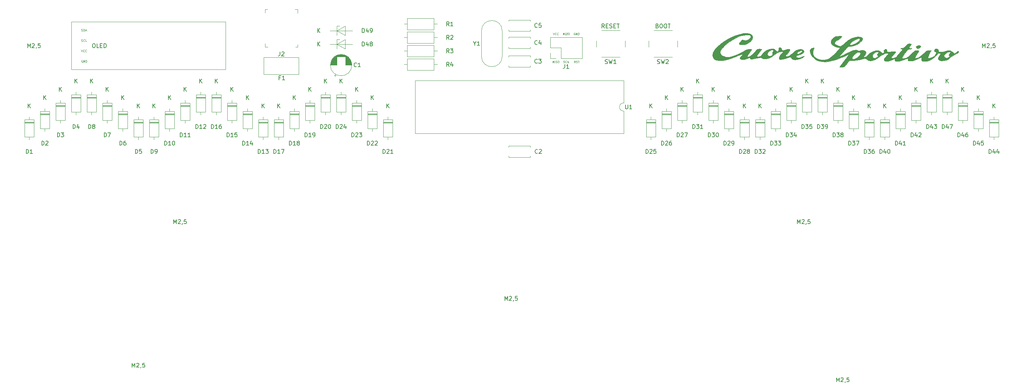
<source format=gto>
%TF.GenerationSoftware,KiCad,Pcbnew,(5.1.10)-1*%
%TF.CreationDate,2021-08-29T21:53:33+02:00*%
%TF.ProjectId,giulia,6769756c-6961-42e6-9b69-6361645f7063,rev?*%
%TF.SameCoordinates,Original*%
%TF.FileFunction,Legend,Top*%
%TF.FilePolarity,Positive*%
%FSLAX46Y46*%
G04 Gerber Fmt 4.6, Leading zero omitted, Abs format (unit mm)*
G04 Created by KiCad (PCBNEW (5.1.10)-1) date 2021-08-29 21:53:33*
%MOMM*%
%LPD*%
G01*
G04 APERTURE LIST*
%ADD10C,0.150000*%
%ADD11C,0.125000*%
%ADD12C,0.120000*%
%ADD13C,0.010000*%
%ADD14C,0.100000*%
%ADD15C,4.500000*%
%ADD16R,1.600000X1.600000*%
%ADD17O,1.600000X1.600000*%
%ADD18O,1.100000X1.650000*%
%ADD19O,1.700000X2.700000*%
%ADD20C,1.600000*%
%ADD21C,3.987800*%
%ADD22C,1.750000*%
%ADD23C,3.048000*%
%ADD24O,1.700000X1.700000*%
%ADD25R,1.700000X1.700000*%
%ADD26C,1.500000*%
%ADD27C,2.000000*%
%ADD28C,1.270000*%
G04 APERTURE END LIST*
D10*
X186475857Y-22788571D02*
X186618714Y-22836190D01*
X186666333Y-22883809D01*
X186713952Y-22979047D01*
X186713952Y-23121904D01*
X186666333Y-23217142D01*
X186618714Y-23264761D01*
X186523476Y-23312380D01*
X186142523Y-23312380D01*
X186142523Y-22312380D01*
X186475857Y-22312380D01*
X186571095Y-22360000D01*
X186618714Y-22407619D01*
X186666333Y-22502857D01*
X186666333Y-22598095D01*
X186618714Y-22693333D01*
X186571095Y-22740952D01*
X186475857Y-22788571D01*
X186142523Y-22788571D01*
X187333000Y-22312380D02*
X187523476Y-22312380D01*
X187618714Y-22360000D01*
X187713952Y-22455238D01*
X187761571Y-22645714D01*
X187761571Y-22979047D01*
X187713952Y-23169523D01*
X187618714Y-23264761D01*
X187523476Y-23312380D01*
X187333000Y-23312380D01*
X187237761Y-23264761D01*
X187142523Y-23169523D01*
X187094904Y-22979047D01*
X187094904Y-22645714D01*
X187142523Y-22455238D01*
X187237761Y-22360000D01*
X187333000Y-22312380D01*
X188380619Y-22312380D02*
X188571095Y-22312380D01*
X188666333Y-22360000D01*
X188761571Y-22455238D01*
X188809190Y-22645714D01*
X188809190Y-22979047D01*
X188761571Y-23169523D01*
X188666333Y-23264761D01*
X188571095Y-23312380D01*
X188380619Y-23312380D01*
X188285380Y-23264761D01*
X188190142Y-23169523D01*
X188142523Y-22979047D01*
X188142523Y-22645714D01*
X188190142Y-22455238D01*
X188285380Y-22360000D01*
X188380619Y-22312380D01*
X189094904Y-22312380D02*
X189666333Y-22312380D01*
X189380619Y-23312380D02*
X189380619Y-22312380D01*
X173553619Y-23312380D02*
X173220285Y-22836190D01*
X172982190Y-23312380D02*
X172982190Y-22312380D01*
X173363142Y-22312380D01*
X173458380Y-22360000D01*
X173506000Y-22407619D01*
X173553619Y-22502857D01*
X173553619Y-22645714D01*
X173506000Y-22740952D01*
X173458380Y-22788571D01*
X173363142Y-22836190D01*
X172982190Y-22836190D01*
X173982190Y-22788571D02*
X174315523Y-22788571D01*
X174458380Y-23312380D02*
X173982190Y-23312380D01*
X173982190Y-22312380D01*
X174458380Y-22312380D01*
X174839333Y-23264761D02*
X174982190Y-23312380D01*
X175220285Y-23312380D01*
X175315523Y-23264761D01*
X175363142Y-23217142D01*
X175410761Y-23121904D01*
X175410761Y-23026666D01*
X175363142Y-22931428D01*
X175315523Y-22883809D01*
X175220285Y-22836190D01*
X175029809Y-22788571D01*
X174934571Y-22740952D01*
X174886952Y-22693333D01*
X174839333Y-22598095D01*
X174839333Y-22502857D01*
X174886952Y-22407619D01*
X174934571Y-22360000D01*
X175029809Y-22312380D01*
X175267904Y-22312380D01*
X175410761Y-22360000D01*
X175839333Y-22788571D02*
X176172666Y-22788571D01*
X176315523Y-23312380D02*
X175839333Y-23312380D01*
X175839333Y-22312380D01*
X176315523Y-22312380D01*
X176601238Y-22312380D02*
X177172666Y-22312380D01*
X176886952Y-23312380D02*
X176886952Y-22312380D01*
D11*
X166370047Y-24515000D02*
X166322428Y-24491190D01*
X166251000Y-24491190D01*
X166179571Y-24515000D01*
X166131952Y-24562619D01*
X166108142Y-24610238D01*
X166084333Y-24705476D01*
X166084333Y-24776904D01*
X166108142Y-24872142D01*
X166131952Y-24919761D01*
X166179571Y-24967380D01*
X166251000Y-24991190D01*
X166298619Y-24991190D01*
X166370047Y-24967380D01*
X166393857Y-24943571D01*
X166393857Y-24776904D01*
X166298619Y-24776904D01*
X166608142Y-24991190D02*
X166608142Y-24491190D01*
X166893857Y-24991190D01*
X166893857Y-24491190D01*
X167131952Y-24991190D02*
X167131952Y-24491190D01*
X167251000Y-24491190D01*
X167322428Y-24515000D01*
X167370047Y-24562619D01*
X167393857Y-24610238D01*
X167417666Y-24705476D01*
X167417666Y-24776904D01*
X167393857Y-24872142D01*
X167370047Y-24919761D01*
X167322428Y-24967380D01*
X167251000Y-24991190D01*
X167131952Y-24991190D01*
X163425285Y-24991190D02*
X163425285Y-24491190D01*
X163591952Y-24848333D01*
X163758619Y-24491190D01*
X163758619Y-24991190D01*
X164091952Y-24491190D02*
X164187190Y-24491190D01*
X164234809Y-24515000D01*
X164282428Y-24562619D01*
X164306238Y-24657857D01*
X164306238Y-24824523D01*
X164282428Y-24919761D01*
X164234809Y-24967380D01*
X164187190Y-24991190D01*
X164091952Y-24991190D01*
X164044333Y-24967380D01*
X163996714Y-24919761D01*
X163972904Y-24824523D01*
X163972904Y-24657857D01*
X163996714Y-24562619D01*
X164044333Y-24515000D01*
X164091952Y-24491190D01*
X164496714Y-24967380D02*
X164568142Y-24991190D01*
X164687190Y-24991190D01*
X164734809Y-24967380D01*
X164758619Y-24943571D01*
X164782428Y-24895952D01*
X164782428Y-24848333D01*
X164758619Y-24800714D01*
X164734809Y-24776904D01*
X164687190Y-24753095D01*
X164591952Y-24729285D01*
X164544333Y-24705476D01*
X164520523Y-24681666D01*
X164496714Y-24634047D01*
X164496714Y-24586428D01*
X164520523Y-24538809D01*
X164544333Y-24515000D01*
X164591952Y-24491190D01*
X164711000Y-24491190D01*
X164782428Y-24515000D01*
X164996714Y-24991190D02*
X164996714Y-24491190D01*
X161004333Y-24491190D02*
X161171000Y-24991190D01*
X161337666Y-24491190D01*
X161790047Y-24943571D02*
X161766238Y-24967380D01*
X161694809Y-24991190D01*
X161647190Y-24991190D01*
X161575761Y-24967380D01*
X161528142Y-24919761D01*
X161504333Y-24872142D01*
X161480523Y-24776904D01*
X161480523Y-24705476D01*
X161504333Y-24610238D01*
X161528142Y-24562619D01*
X161575761Y-24515000D01*
X161647190Y-24491190D01*
X161694809Y-24491190D01*
X161766238Y-24515000D01*
X161790047Y-24538809D01*
X162290047Y-24943571D02*
X162266238Y-24967380D01*
X162194809Y-24991190D01*
X162147190Y-24991190D01*
X162075761Y-24967380D01*
X162028142Y-24919761D01*
X162004333Y-24872142D01*
X161980523Y-24776904D01*
X161980523Y-24705476D01*
X162004333Y-24610238D01*
X162028142Y-24562619D01*
X162075761Y-24515000D01*
X162147190Y-24491190D01*
X162194809Y-24491190D01*
X162266238Y-24515000D01*
X162290047Y-24538809D01*
X166477190Y-31849190D02*
X166310523Y-31611095D01*
X166191476Y-31849190D02*
X166191476Y-31349190D01*
X166381952Y-31349190D01*
X166429571Y-31373000D01*
X166453380Y-31396809D01*
X166477190Y-31444428D01*
X166477190Y-31515857D01*
X166453380Y-31563476D01*
X166429571Y-31587285D01*
X166381952Y-31611095D01*
X166191476Y-31611095D01*
X166667666Y-31825380D02*
X166739095Y-31849190D01*
X166858142Y-31849190D01*
X166905761Y-31825380D01*
X166929571Y-31801571D01*
X166953380Y-31753952D01*
X166953380Y-31706333D01*
X166929571Y-31658714D01*
X166905761Y-31634904D01*
X166858142Y-31611095D01*
X166762904Y-31587285D01*
X166715285Y-31563476D01*
X166691476Y-31539666D01*
X166667666Y-31492047D01*
X166667666Y-31444428D01*
X166691476Y-31396809D01*
X166715285Y-31373000D01*
X166762904Y-31349190D01*
X166881952Y-31349190D01*
X166953380Y-31373000D01*
X167096238Y-31349190D02*
X167381952Y-31349190D01*
X167239095Y-31849190D02*
X167239095Y-31349190D01*
X163568142Y-31825380D02*
X163639571Y-31849190D01*
X163758619Y-31849190D01*
X163806238Y-31825380D01*
X163830047Y-31801571D01*
X163853857Y-31753952D01*
X163853857Y-31706333D01*
X163830047Y-31658714D01*
X163806238Y-31634904D01*
X163758619Y-31611095D01*
X163663380Y-31587285D01*
X163615761Y-31563476D01*
X163591952Y-31539666D01*
X163568142Y-31492047D01*
X163568142Y-31444428D01*
X163591952Y-31396809D01*
X163615761Y-31373000D01*
X163663380Y-31349190D01*
X163782428Y-31349190D01*
X163853857Y-31373000D01*
X164353857Y-31801571D02*
X164330047Y-31825380D01*
X164258619Y-31849190D01*
X164211000Y-31849190D01*
X164139571Y-31825380D01*
X164091952Y-31777761D01*
X164068142Y-31730142D01*
X164044333Y-31634904D01*
X164044333Y-31563476D01*
X164068142Y-31468238D01*
X164091952Y-31420619D01*
X164139571Y-31373000D01*
X164211000Y-31349190D01*
X164258619Y-31349190D01*
X164330047Y-31373000D01*
X164353857Y-31396809D01*
X164568142Y-31849190D02*
X164568142Y-31349190D01*
X164853857Y-31849190D02*
X164639571Y-31563476D01*
X164853857Y-31349190D02*
X164568142Y-31634904D01*
X160885285Y-31849190D02*
X160885285Y-31349190D01*
X161051952Y-31706333D01*
X161218619Y-31349190D01*
X161218619Y-31849190D01*
X161456714Y-31849190D02*
X161456714Y-31349190D01*
X161671000Y-31825380D02*
X161742428Y-31849190D01*
X161861476Y-31849190D01*
X161909095Y-31825380D01*
X161932904Y-31801571D01*
X161956714Y-31753952D01*
X161956714Y-31706333D01*
X161932904Y-31658714D01*
X161909095Y-31634904D01*
X161861476Y-31611095D01*
X161766238Y-31587285D01*
X161718619Y-31563476D01*
X161694809Y-31539666D01*
X161671000Y-31492047D01*
X161671000Y-31444428D01*
X161694809Y-31396809D01*
X161718619Y-31373000D01*
X161766238Y-31349190D01*
X161885285Y-31349190D01*
X161956714Y-31373000D01*
X162266238Y-31349190D02*
X162361476Y-31349190D01*
X162409095Y-31373000D01*
X162456714Y-31420619D01*
X162480523Y-31515857D01*
X162480523Y-31682523D01*
X162456714Y-31777761D01*
X162409095Y-31825380D01*
X162361476Y-31849190D01*
X162266238Y-31849190D01*
X162218619Y-31825380D01*
X162171000Y-31777761D01*
X162147190Y-31682523D01*
X162147190Y-31515857D01*
X162171000Y-31420619D01*
X162218619Y-31373000D01*
X162266238Y-31349190D01*
D12*
%TO.C,OL1*%
X81026000Y-21844000D02*
X81026000Y-33528000D01*
X81026000Y-33528000D02*
X43307000Y-33528000D01*
X43307000Y-33528000D02*
X43307000Y-21844000D01*
X43307000Y-21844000D02*
X81026000Y-21844000D01*
D13*
%TO.C,G1*%
G36*
X250656601Y-27618970D02*
G01*
X250736381Y-27673581D01*
X250812780Y-27882546D01*
X250704523Y-28097933D01*
X250475158Y-28272205D01*
X250188230Y-28357828D01*
X249907288Y-28307267D01*
X249896822Y-28301599D01*
X249714865Y-28086044D01*
X249682000Y-27939444D01*
X249791920Y-27756358D01*
X250056337Y-27625441D01*
X250377236Y-27571407D01*
X250656601Y-27618970D01*
G37*
X250656601Y-27618970D02*
X250736381Y-27673581D01*
X250812780Y-27882546D01*
X250704523Y-28097933D01*
X250475158Y-28272205D01*
X250188230Y-28357828D01*
X249907288Y-28307267D01*
X249896822Y-28301599D01*
X249714865Y-28086044D01*
X249682000Y-27939444D01*
X249791920Y-27756358D01*
X250056337Y-27625441D01*
X250377236Y-27571407D01*
X250656601Y-27618970D01*
G36*
X208964558Y-24655718D02*
G01*
X209396710Y-24852146D01*
X209699986Y-25201575D01*
X209790444Y-25606807D01*
X209693667Y-26036004D01*
X209435237Y-26457327D01*
X209040738Y-26838939D01*
X208535752Y-27149003D01*
X207945863Y-27355679D01*
X207327500Y-27427266D01*
X206802833Y-27404205D01*
X206514449Y-27321328D01*
X206448103Y-27160680D01*
X206589549Y-26904302D01*
X206757467Y-26708690D01*
X207015031Y-26425846D01*
X207189786Y-26227241D01*
X207231713Y-26174521D01*
X207354691Y-26181703D01*
X207591472Y-26270435D01*
X207982535Y-26352807D01*
X208402108Y-26294765D01*
X208796409Y-26129120D01*
X209111658Y-25888685D01*
X209294073Y-25606274D01*
X209289873Y-25314699D01*
X209258887Y-25253113D01*
X209155178Y-25126723D01*
X208995206Y-25055753D01*
X208719288Y-25029585D01*
X208267739Y-25037598D01*
X208089500Y-25045063D01*
X207543602Y-25084531D01*
X207096139Y-25164917D01*
X206646299Y-25313142D01*
X206093274Y-25556125D01*
X205985998Y-25606773D01*
X204884805Y-26177882D01*
X203961771Y-26770541D01*
X203142672Y-27434906D01*
X202798010Y-27760951D01*
X202244872Y-28372460D01*
X201923376Y-28895593D01*
X201832306Y-29343436D01*
X201970447Y-29729075D01*
X202336584Y-30065594D01*
X202571345Y-30202381D01*
X203261945Y-30419380D01*
X204083501Y-30422434D01*
X205031673Y-30212566D01*
X206102121Y-29790797D01*
X207290502Y-29158149D01*
X207473072Y-29048530D01*
X208021956Y-28741982D01*
X208461225Y-28570162D01*
X208873799Y-28502132D01*
X208946750Y-28498679D01*
X209298146Y-28509629D01*
X209515603Y-28560052D01*
X209550000Y-28598848D01*
X209474865Y-28750516D01*
X209277223Y-29036133D01*
X208998714Y-29395816D01*
X208978500Y-29420707D01*
X208696237Y-29782366D01*
X208492000Y-30072950D01*
X208407370Y-30233019D01*
X208407000Y-30237641D01*
X208517078Y-30319836D01*
X208773842Y-30353000D01*
X208985948Y-30314059D01*
X209226642Y-30176273D01*
X209537507Y-29908193D01*
X209960131Y-29478372D01*
X210033397Y-29400500D01*
X210446593Y-28967564D01*
X210741412Y-28690038D01*
X210968500Y-28533735D01*
X211178507Y-28464469D01*
X211422079Y-28448053D01*
X211444554Y-28448000D01*
X211766632Y-28464166D01*
X211948205Y-28504641D01*
X211963000Y-28522225D01*
X211890055Y-28651247D01*
X211697720Y-28922477D01*
X211425745Y-29280158D01*
X211391500Y-29323879D01*
X211110771Y-29702941D01*
X210906864Y-30019728D01*
X210820599Y-30210317D01*
X210820000Y-30218770D01*
X210921411Y-30319140D01*
X211167851Y-30331422D01*
X211472625Y-30271553D01*
X211749042Y-30155472D01*
X211899500Y-30020309D01*
X212157088Y-29682830D01*
X213360000Y-29682830D01*
X213460780Y-30011278D01*
X213725004Y-30191301D01*
X214095494Y-30200343D01*
X214392500Y-30090169D01*
X214572026Y-29919797D01*
X214577189Y-29641955D01*
X214569005Y-29602405D01*
X214574700Y-29245143D01*
X214687853Y-29087685D01*
X214866588Y-28877753D01*
X214804993Y-28747869D01*
X214505086Y-28702034D01*
X214493230Y-28702000D01*
X214138100Y-28795748D01*
X213777982Y-29031009D01*
X213492571Y-29338804D01*
X213361564Y-29650156D01*
X213360000Y-29682830D01*
X212157088Y-29682830D01*
X212431836Y-29322871D01*
X213080352Y-28803190D01*
X213802947Y-28488239D01*
X214425630Y-28401651D01*
X214834201Y-28423585D01*
X215095270Y-28520586D01*
X215312981Y-28733213D01*
X215329429Y-28753653D01*
X215614127Y-29004832D01*
X215872499Y-29058362D01*
X216051189Y-28917972D01*
X216100527Y-28699728D01*
X216124811Y-28316807D01*
X216187469Y-28129507D01*
X216320935Y-28079518D01*
X216439750Y-28089917D01*
X216695446Y-28233634D01*
X216767100Y-28424015D01*
X216875069Y-28694794D01*
X217115409Y-28792651D01*
X217515545Y-28723787D01*
X217743031Y-28644665D01*
X218304854Y-28481988D01*
X218686445Y-28476861D01*
X218874309Y-28611862D01*
X218854953Y-28869565D01*
X218614884Y-29232549D01*
X218383247Y-29471344D01*
X218031524Y-29814017D01*
X217854970Y-30032513D01*
X217834211Y-30165959D01*
X217949872Y-30253483D01*
X217988223Y-30269134D01*
X218348768Y-30284112D01*
X218780553Y-30118200D01*
X219216128Y-29803302D01*
X219422021Y-29590931D01*
X219475953Y-29539401D01*
X220599000Y-29539401D01*
X220694894Y-29668279D01*
X220946526Y-29662919D01*
X221299819Y-29532237D01*
X221564728Y-29380154D01*
X221797052Y-29162353D01*
X221859700Y-28962031D01*
X221743397Y-28841446D01*
X221646750Y-28829474D01*
X221355204Y-28901328D01*
X221026575Y-29076801D01*
X220747295Y-29297329D01*
X220603799Y-29504345D01*
X220599000Y-29539401D01*
X219475953Y-29539401D01*
X219906942Y-29127614D01*
X220445497Y-28780535D01*
X220992200Y-28561572D01*
X221501563Y-28482604D01*
X221928100Y-28555508D01*
X222226324Y-28792162D01*
X222261015Y-28849583D01*
X222303002Y-29156451D01*
X222105177Y-29447377D01*
X221681670Y-29711744D01*
X221046615Y-29938936D01*
X220694250Y-30026513D01*
X220428289Y-30154165D01*
X220351083Y-30334990D01*
X220482765Y-30500677D01*
X220545887Y-30529912D01*
X220987476Y-30599217D01*
X221518961Y-30485487D01*
X221837250Y-30356420D01*
X222152136Y-30233564D01*
X222346625Y-30196352D01*
X222377000Y-30217603D01*
X222262573Y-30386587D01*
X221960314Y-30579840D01*
X221531756Y-30773325D01*
X221038431Y-30943006D01*
X220541871Y-31064847D01*
X220103610Y-31114812D01*
X220079665Y-31115000D01*
X219688882Y-31058400D01*
X219386134Y-30846516D01*
X219285005Y-30734019D01*
X219055060Y-30492532D01*
X218868001Y-30422709D01*
X218621068Y-30488120D01*
X218606965Y-30493634D01*
X218087249Y-30678442D01*
X217537988Y-30842217D01*
X217025974Y-30968511D01*
X216617999Y-31040876D01*
X216380852Y-31042865D01*
X216378958Y-31042282D01*
X216181464Y-30874647D01*
X216174001Y-30581859D01*
X216348804Y-30198112D01*
X216662000Y-29796209D01*
X216934003Y-29488437D01*
X217118358Y-29255570D01*
X217170000Y-29164047D01*
X217059165Y-29107921D01*
X216790799Y-29083068D01*
X216774541Y-29083000D01*
X216288687Y-29181006D01*
X215708833Y-29455724D01*
X215090036Y-29878200D01*
X214798516Y-30122146D01*
X214212733Y-30531961D01*
X213571821Y-30794606D01*
X212933312Y-30900322D01*
X212354736Y-30839354D01*
X211906300Y-30612643D01*
X211715082Y-30563181D01*
X211345210Y-30601629D01*
X210768288Y-30730990D01*
X210755293Y-30734308D01*
X210072290Y-30895464D01*
X209600901Y-30971514D01*
X209313814Y-30963545D01*
X209183716Y-30872646D01*
X209169000Y-30797500D01*
X209073853Y-30637583D01*
X208821927Y-30628058D01*
X208496888Y-30753861D01*
X208043355Y-30936956D01*
X207570669Y-31032855D01*
X207138991Y-31042074D01*
X206808481Y-30965131D01*
X206639301Y-30802541D01*
X206628999Y-30737808D01*
X206717653Y-30495062D01*
X206894763Y-30278854D01*
X207206761Y-29968021D01*
X207304839Y-29793967D01*
X207189151Y-29756764D01*
X206859852Y-29856485D01*
X206410390Y-30049753D01*
X204983877Y-30650847D01*
X203716470Y-31063314D01*
X202599267Y-31289029D01*
X201623368Y-31329865D01*
X200875932Y-31214764D01*
X200401293Y-30976309D01*
X200102701Y-30581263D01*
X199989878Y-30065002D01*
X200072543Y-29462902D01*
X200263585Y-28986215D01*
X200543836Y-28573764D01*
X200988393Y-28078208D01*
X201545161Y-27549434D01*
X202162049Y-27037332D01*
X202713673Y-26639823D01*
X203701202Y-26041535D01*
X204711947Y-25533555D01*
X205713069Y-25124667D01*
X206671731Y-24823655D01*
X207555092Y-24639303D01*
X208330314Y-24580396D01*
X208964558Y-24655718D01*
G37*
X208964558Y-24655718D02*
X209396710Y-24852146D01*
X209699986Y-25201575D01*
X209790444Y-25606807D01*
X209693667Y-26036004D01*
X209435237Y-26457327D01*
X209040738Y-26838939D01*
X208535752Y-27149003D01*
X207945863Y-27355679D01*
X207327500Y-27427266D01*
X206802833Y-27404205D01*
X206514449Y-27321328D01*
X206448103Y-27160680D01*
X206589549Y-26904302D01*
X206757467Y-26708690D01*
X207015031Y-26425846D01*
X207189786Y-26227241D01*
X207231713Y-26174521D01*
X207354691Y-26181703D01*
X207591472Y-26270435D01*
X207982535Y-26352807D01*
X208402108Y-26294765D01*
X208796409Y-26129120D01*
X209111658Y-25888685D01*
X209294073Y-25606274D01*
X209289873Y-25314699D01*
X209258887Y-25253113D01*
X209155178Y-25126723D01*
X208995206Y-25055753D01*
X208719288Y-25029585D01*
X208267739Y-25037598D01*
X208089500Y-25045063D01*
X207543602Y-25084531D01*
X207096139Y-25164917D01*
X206646299Y-25313142D01*
X206093274Y-25556125D01*
X205985998Y-25606773D01*
X204884805Y-26177882D01*
X203961771Y-26770541D01*
X203142672Y-27434906D01*
X202798010Y-27760951D01*
X202244872Y-28372460D01*
X201923376Y-28895593D01*
X201832306Y-29343436D01*
X201970447Y-29729075D01*
X202336584Y-30065594D01*
X202571345Y-30202381D01*
X203261945Y-30419380D01*
X204083501Y-30422434D01*
X205031673Y-30212566D01*
X206102121Y-29790797D01*
X207290502Y-29158149D01*
X207473072Y-29048530D01*
X208021956Y-28741982D01*
X208461225Y-28570162D01*
X208873799Y-28502132D01*
X208946750Y-28498679D01*
X209298146Y-28509629D01*
X209515603Y-28560052D01*
X209550000Y-28598848D01*
X209474865Y-28750516D01*
X209277223Y-29036133D01*
X208998714Y-29395816D01*
X208978500Y-29420707D01*
X208696237Y-29782366D01*
X208492000Y-30072950D01*
X208407370Y-30233019D01*
X208407000Y-30237641D01*
X208517078Y-30319836D01*
X208773842Y-30353000D01*
X208985948Y-30314059D01*
X209226642Y-30176273D01*
X209537507Y-29908193D01*
X209960131Y-29478372D01*
X210033397Y-29400500D01*
X210446593Y-28967564D01*
X210741412Y-28690038D01*
X210968500Y-28533735D01*
X211178507Y-28464469D01*
X211422079Y-28448053D01*
X211444554Y-28448000D01*
X211766632Y-28464166D01*
X211948205Y-28504641D01*
X211963000Y-28522225D01*
X211890055Y-28651247D01*
X211697720Y-28922477D01*
X211425745Y-29280158D01*
X211391500Y-29323879D01*
X211110771Y-29702941D01*
X210906864Y-30019728D01*
X210820599Y-30210317D01*
X210820000Y-30218770D01*
X210921411Y-30319140D01*
X211167851Y-30331422D01*
X211472625Y-30271553D01*
X211749042Y-30155472D01*
X211899500Y-30020309D01*
X212157088Y-29682830D01*
X213360000Y-29682830D01*
X213460780Y-30011278D01*
X213725004Y-30191301D01*
X214095494Y-30200343D01*
X214392500Y-30090169D01*
X214572026Y-29919797D01*
X214577189Y-29641955D01*
X214569005Y-29602405D01*
X214574700Y-29245143D01*
X214687853Y-29087685D01*
X214866588Y-28877753D01*
X214804993Y-28747869D01*
X214505086Y-28702034D01*
X214493230Y-28702000D01*
X214138100Y-28795748D01*
X213777982Y-29031009D01*
X213492571Y-29338804D01*
X213361564Y-29650156D01*
X213360000Y-29682830D01*
X212157088Y-29682830D01*
X212431836Y-29322871D01*
X213080352Y-28803190D01*
X213802947Y-28488239D01*
X214425630Y-28401651D01*
X214834201Y-28423585D01*
X215095270Y-28520586D01*
X215312981Y-28733213D01*
X215329429Y-28753653D01*
X215614127Y-29004832D01*
X215872499Y-29058362D01*
X216051189Y-28917972D01*
X216100527Y-28699728D01*
X216124811Y-28316807D01*
X216187469Y-28129507D01*
X216320935Y-28079518D01*
X216439750Y-28089917D01*
X216695446Y-28233634D01*
X216767100Y-28424015D01*
X216875069Y-28694794D01*
X217115409Y-28792651D01*
X217515545Y-28723787D01*
X217743031Y-28644665D01*
X218304854Y-28481988D01*
X218686445Y-28476861D01*
X218874309Y-28611862D01*
X218854953Y-28869565D01*
X218614884Y-29232549D01*
X218383247Y-29471344D01*
X218031524Y-29814017D01*
X217854970Y-30032513D01*
X217834211Y-30165959D01*
X217949872Y-30253483D01*
X217988223Y-30269134D01*
X218348768Y-30284112D01*
X218780553Y-30118200D01*
X219216128Y-29803302D01*
X219422021Y-29590931D01*
X219475953Y-29539401D01*
X220599000Y-29539401D01*
X220694894Y-29668279D01*
X220946526Y-29662919D01*
X221299819Y-29532237D01*
X221564728Y-29380154D01*
X221797052Y-29162353D01*
X221859700Y-28962031D01*
X221743397Y-28841446D01*
X221646750Y-28829474D01*
X221355204Y-28901328D01*
X221026575Y-29076801D01*
X220747295Y-29297329D01*
X220603799Y-29504345D01*
X220599000Y-29539401D01*
X219475953Y-29539401D01*
X219906942Y-29127614D01*
X220445497Y-28780535D01*
X220992200Y-28561572D01*
X221501563Y-28482604D01*
X221928100Y-28555508D01*
X222226324Y-28792162D01*
X222261015Y-28849583D01*
X222303002Y-29156451D01*
X222105177Y-29447377D01*
X221681670Y-29711744D01*
X221046615Y-29938936D01*
X220694250Y-30026513D01*
X220428289Y-30154165D01*
X220351083Y-30334990D01*
X220482765Y-30500677D01*
X220545887Y-30529912D01*
X220987476Y-30599217D01*
X221518961Y-30485487D01*
X221837250Y-30356420D01*
X222152136Y-30233564D01*
X222346625Y-30196352D01*
X222377000Y-30217603D01*
X222262573Y-30386587D01*
X221960314Y-30579840D01*
X221531756Y-30773325D01*
X221038431Y-30943006D01*
X220541871Y-31064847D01*
X220103610Y-31114812D01*
X220079665Y-31115000D01*
X219688882Y-31058400D01*
X219386134Y-30846516D01*
X219285005Y-30734019D01*
X219055060Y-30492532D01*
X218868001Y-30422709D01*
X218621068Y-30488120D01*
X218606965Y-30493634D01*
X218087249Y-30678442D01*
X217537988Y-30842217D01*
X217025974Y-30968511D01*
X216617999Y-31040876D01*
X216380852Y-31042865D01*
X216378958Y-31042282D01*
X216181464Y-30874647D01*
X216174001Y-30581859D01*
X216348804Y-30198112D01*
X216662000Y-29796209D01*
X216934003Y-29488437D01*
X217118358Y-29255570D01*
X217170000Y-29164047D01*
X217059165Y-29107921D01*
X216790799Y-29083068D01*
X216774541Y-29083000D01*
X216288687Y-29181006D01*
X215708833Y-29455724D01*
X215090036Y-29878200D01*
X214798516Y-30122146D01*
X214212733Y-30531961D01*
X213571821Y-30794606D01*
X212933312Y-30900322D01*
X212354736Y-30839354D01*
X211906300Y-30612643D01*
X211715082Y-30563181D01*
X211345210Y-30601629D01*
X210768288Y-30730990D01*
X210755293Y-30734308D01*
X210072290Y-30895464D01*
X209600901Y-30971514D01*
X209313814Y-30963545D01*
X209183716Y-30872646D01*
X209169000Y-30797500D01*
X209073853Y-30637583D01*
X208821927Y-30628058D01*
X208496888Y-30753861D01*
X208043355Y-30936956D01*
X207570669Y-31032855D01*
X207138991Y-31042074D01*
X206808481Y-30965131D01*
X206639301Y-30802541D01*
X206628999Y-30737808D01*
X206717653Y-30495062D01*
X206894763Y-30278854D01*
X207206761Y-29968021D01*
X207304839Y-29793967D01*
X207189151Y-29756764D01*
X206859852Y-29856485D01*
X206410390Y-30049753D01*
X204983877Y-30650847D01*
X203716470Y-31063314D01*
X202599267Y-31289029D01*
X201623368Y-31329865D01*
X200875932Y-31214764D01*
X200401293Y-30976309D01*
X200102701Y-30581263D01*
X199989878Y-30065002D01*
X200072543Y-29462902D01*
X200263585Y-28986215D01*
X200543836Y-28573764D01*
X200988393Y-28078208D01*
X201545161Y-27549434D01*
X202162049Y-27037332D01*
X202713673Y-26639823D01*
X203701202Y-26041535D01*
X204711947Y-25533555D01*
X205713069Y-25124667D01*
X206671731Y-24823655D01*
X207555092Y-24639303D01*
X208330314Y-24580396D01*
X208964558Y-24655718D01*
G36*
X231263793Y-25282762D02*
G01*
X231483738Y-25327154D01*
X231521000Y-25371696D01*
X231426814Y-25568366D01*
X231196586Y-25828983D01*
X230908814Y-26081514D01*
X230641991Y-26253929D01*
X230521376Y-26288999D01*
X230291840Y-26383244D01*
X230025797Y-26606496D01*
X229813583Y-26869535D01*
X229743000Y-27057768D01*
X229849969Y-27199493D01*
X230119898Y-27383600D01*
X230476320Y-27567673D01*
X230842766Y-27709298D01*
X230985120Y-27746740D01*
X231201834Y-27775095D01*
X231395697Y-27735535D01*
X231622181Y-27597659D01*
X231847849Y-27406411D01*
X233478297Y-27406411D01*
X233609318Y-27495151D01*
X233937601Y-27461980D01*
X234453232Y-27304249D01*
X234859411Y-27144107D01*
X235277239Y-26921125D01*
X235619041Y-26653481D01*
X235858239Y-26379770D01*
X235968257Y-26138587D01*
X235922517Y-25968527D01*
X235710615Y-25908000D01*
X235346702Y-25984716D01*
X234874902Y-26186236D01*
X234378054Y-26469614D01*
X233938995Y-26791904D01*
X233847686Y-26873790D01*
X233554449Y-27198408D01*
X233478297Y-27406411D01*
X231847849Y-27406411D01*
X231936759Y-27331063D01*
X232218697Y-27070658D01*
X233155941Y-26317720D01*
X234099773Y-25802417D01*
X235037747Y-25530663D01*
X235551227Y-25487107D01*
X236139659Y-25531656D01*
X236495481Y-25677410D01*
X236617889Y-25922647D01*
X236506076Y-26265646D01*
X236159237Y-26704685D01*
X236133622Y-26731278D01*
X235417795Y-27288289D01*
X234551871Y-27645666D01*
X233790566Y-27780672D01*
X233356406Y-27833989D01*
X233071734Y-27932706D01*
X232832857Y-28132811D01*
X232580907Y-28433806D01*
X232237387Y-28844351D01*
X231815259Y-29319690D01*
X231473082Y-29686250D01*
X231185653Y-30005271D01*
X231010714Y-30241114D01*
X230979730Y-30350192D01*
X230991773Y-30353000D01*
X231157644Y-30297245D01*
X231502767Y-30144169D01*
X231981784Y-29915049D01*
X232549336Y-29631164D01*
X232751410Y-29527500D01*
X233465584Y-29169005D01*
X234005711Y-28924561D01*
X234415435Y-28777351D01*
X234738401Y-28710554D01*
X234893642Y-28702000D01*
X235237070Y-28731793D01*
X235453642Y-28806616D01*
X235483664Y-28842494D01*
X235599510Y-28918215D01*
X235887719Y-28882033D01*
X236017080Y-28848635D01*
X236548603Y-28770236D01*
X237002521Y-28829932D01*
X237313404Y-29015710D01*
X237370584Y-29097171D01*
X237439619Y-29465537D01*
X237327651Y-29859273D01*
X237070400Y-30162541D01*
X236878354Y-30335827D01*
X236921002Y-30417585D01*
X237194479Y-30403496D01*
X237273403Y-30389399D01*
X237409810Y-30324276D01*
X239031434Y-30324276D01*
X239196050Y-30571076D01*
X239236250Y-30596827D01*
X239466645Y-30706187D01*
X239671549Y-30702599D01*
X239962189Y-30578195D01*
X240036306Y-30540238D01*
X240326530Y-30357019D01*
X240395116Y-30195045D01*
X240263691Y-30002495D01*
X240261600Y-30000400D01*
X240192591Y-29839072D01*
X240317333Y-29625332D01*
X240351800Y-29586247D01*
X240505423Y-29381883D01*
X240479188Y-29259619D01*
X240405950Y-29205145D01*
X240078725Y-29141745D01*
X239693682Y-29310661D01*
X239363250Y-29602936D01*
X239088350Y-29992306D01*
X239031434Y-30324276D01*
X237409810Y-30324276D01*
X237591584Y-30237495D01*
X237912576Y-29945069D01*
X237962063Y-29883650D01*
X238466948Y-29404801D01*
X239120629Y-29045127D01*
X239828706Y-28850515D01*
X240131785Y-28829000D01*
X240546013Y-28854876D01*
X240823854Y-28963139D01*
X241080296Y-29199740D01*
X241091866Y-29212670D01*
X241338971Y-29453929D01*
X241525102Y-29517326D01*
X241684359Y-29462202D01*
X241905593Y-29286864D01*
X241886707Y-29100802D01*
X241804999Y-29003799D01*
X241776499Y-28838160D01*
X241910652Y-28657508D01*
X242129809Y-28529111D01*
X242356317Y-28520237D01*
X242361133Y-28522025D01*
X242523127Y-28699519D01*
X242570000Y-28919427D01*
X242588357Y-29114632D01*
X242689459Y-29190934D01*
X242942350Y-29178315D01*
X243109750Y-29153817D01*
X243861335Y-29061891D01*
X244376155Y-29053069D01*
X244652865Y-29127324D01*
X244698828Y-29186275D01*
X244641280Y-29352139D01*
X244435169Y-29620408D01*
X244155484Y-29903939D01*
X243794839Y-30281974D01*
X243659037Y-30546761D01*
X243748342Y-30697049D01*
X243980801Y-30734000D01*
X244246555Y-30682712D01*
X244563544Y-30558660D01*
X244838764Y-30406559D01*
X244979209Y-30271125D01*
X244983000Y-30252153D01*
X245063067Y-30120606D01*
X245275800Y-29854624D01*
X245579995Y-29504936D01*
X245676649Y-29398165D01*
X245999875Y-29033786D01*
X246244101Y-28738713D01*
X246367778Y-28563796D01*
X246375149Y-28543250D01*
X246272512Y-28466649D01*
X246118504Y-28448000D01*
X245939470Y-28396986D01*
X245942891Y-28309040D01*
X246119367Y-28223544D01*
X246335417Y-28228699D01*
X246561026Y-28217790D01*
X246802225Y-28069191D01*
X247118986Y-27745476D01*
X247130291Y-27732659D01*
X247448871Y-27402865D01*
X247708594Y-27234823D01*
X247992784Y-27179805D01*
X248078761Y-27178000D01*
X248407692Y-27200772D01*
X248514562Y-27297177D01*
X248416473Y-27509346D01*
X248285000Y-27686000D01*
X248079519Y-28013569D01*
X248047612Y-28228501D01*
X248189282Y-28300046D01*
X248284873Y-28284234D01*
X248518887Y-28275206D01*
X248605032Y-28325097D01*
X248537909Y-28402204D01*
X248289008Y-28461693D01*
X248193725Y-28471925D01*
X247959633Y-28507810D01*
X247763059Y-28597927D01*
X247557848Y-28782649D01*
X247297844Y-29102350D01*
X246986995Y-29527500D01*
X246676448Y-29969395D01*
X246431196Y-30335816D01*
X246283639Y-30577370D01*
X246255429Y-30642735D01*
X246356456Y-30785714D01*
X246637181Y-30815292D01*
X247049431Y-30730279D01*
X247232720Y-30666854D01*
X247804546Y-30342227D01*
X248448437Y-29777000D01*
X248585592Y-29635429D01*
X248976283Y-29236739D01*
X249259223Y-28994537D01*
X249490983Y-28871624D01*
X249728136Y-28830802D01*
X249811993Y-28829000D01*
X250137603Y-28848819D01*
X250339217Y-28897555D01*
X250353591Y-28907924D01*
X250326832Y-29043490D01*
X250182244Y-29326099D01*
X249950393Y-29696648D01*
X249930257Y-29726455D01*
X249680232Y-30112531D01*
X249500342Y-30424451D01*
X249428118Y-30596935D01*
X249428000Y-30600031D01*
X249517957Y-30731548D01*
X249762565Y-30716459D01*
X250123930Y-30573819D01*
X250564159Y-30322679D01*
X251045356Y-29982092D01*
X251529627Y-29571109D01*
X251592819Y-29511610D01*
X251980920Y-29157140D01*
X252266261Y-28950817D01*
X252518482Y-28854258D01*
X252807225Y-28829081D01*
X252831339Y-28829000D01*
X253354214Y-28829000D01*
X252978707Y-29622750D01*
X252789515Y-30044398D01*
X252654569Y-30386625D01*
X252603100Y-30575250D01*
X252697478Y-30716295D01*
X252946620Y-30726616D01*
X253299132Y-30623867D01*
X253703625Y-30425701D01*
X254108704Y-30149772D01*
X254285750Y-29997240D01*
X254522608Y-29708325D01*
X254627581Y-29440885D01*
X254587166Y-29256592D01*
X254458087Y-29210000D01*
X254247706Y-29119217D01*
X254173459Y-28903506D01*
X254228424Y-28647817D01*
X254405677Y-28437103D01*
X254525826Y-28378841D01*
X254839348Y-28389721D01*
X255066292Y-28598137D01*
X255143000Y-28908050D01*
X255168940Y-29094218D01*
X255291695Y-29182742D01*
X255578668Y-29208982D01*
X255718579Y-29210000D01*
X256196502Y-29165044D01*
X256659177Y-29053599D01*
X256750088Y-29019500D01*
X257430480Y-28833837D01*
X258025586Y-28875415D01*
X258519173Y-29142555D01*
X258591538Y-29210000D01*
X258850840Y-29446037D01*
X259042804Y-29579714D01*
X259080025Y-29591000D01*
X259237193Y-29515810D01*
X259497186Y-29328366D01*
X259583619Y-29257697D01*
X259888395Y-29043631D01*
X260060412Y-29015662D01*
X260081962Y-29173113D01*
X260049314Y-29275477D01*
X259900015Y-29428280D01*
X259584216Y-29632274D01*
X259176375Y-29840370D01*
X258713774Y-30080502D01*
X258303366Y-30344642D01*
X258064000Y-30546722D01*
X257619198Y-30908509D01*
X257074609Y-31173814D01*
X256494620Y-31329542D01*
X255943619Y-31362596D01*
X255485992Y-31259879D01*
X255270000Y-31115000D01*
X255090787Y-30913107D01*
X255039195Y-30738599D01*
X255124108Y-30518050D01*
X255326287Y-30219563D01*
X256555853Y-30219563D01*
X256672140Y-30461389D01*
X256739571Y-30534428D01*
X257069735Y-30716889D01*
X257439722Y-30650976D01*
X257700680Y-30471839D01*
X257887254Y-30261708D01*
X257850252Y-30147553D01*
X257841750Y-30143756D01*
X257694064Y-29985483D01*
X257777980Y-29727953D01*
X257959137Y-29503935D01*
X258235275Y-29210000D01*
X257756091Y-29210000D01*
X257362564Y-29266451D01*
X257038332Y-29474689D01*
X256908453Y-29604430D01*
X256631156Y-29953004D01*
X256555853Y-30219563D01*
X255326287Y-30219563D01*
X255354416Y-30178035D01*
X255389235Y-30129873D01*
X255762470Y-29614637D01*
X255422105Y-29529211D01*
X255130212Y-29513990D01*
X254925185Y-29689768D01*
X254891731Y-29739642D01*
X254421045Y-30298640D01*
X253797437Y-30795438D01*
X253093933Y-31187549D01*
X252383555Y-31432484D01*
X251876371Y-31494055D01*
X251375107Y-31464509D01*
X251086825Y-31362197D01*
X250974762Y-31160641D01*
X250996558Y-30860457D01*
X251027927Y-30583293D01*
X250960820Y-30509026D01*
X250919754Y-30521417D01*
X250143595Y-30851858D01*
X249555606Y-31090412D01*
X249113291Y-31251539D01*
X248774155Y-31349699D01*
X248495703Y-31399350D01*
X248297791Y-31413563D01*
X247942328Y-31415315D01*
X247775361Y-31364434D01*
X247731786Y-31222543D01*
X247737409Y-31083250D01*
X247744925Y-30829853D01*
X247729967Y-30734000D01*
X247605015Y-30774484D01*
X247297757Y-30882684D01*
X246864304Y-31038718D01*
X246654651Y-31115000D01*
X246109639Y-31292638D01*
X245589218Y-31426090D01*
X245186047Y-31492518D01*
X245108763Y-31496000D01*
X244771678Y-31471679D01*
X244602641Y-31368241D01*
X244527151Y-31178500D01*
X244458398Y-30941765D01*
X244419628Y-30861000D01*
X244297370Y-30904953D01*
X244004017Y-31020085D01*
X243610419Y-31178500D01*
X242899942Y-31417533D01*
X242365019Y-31487069D01*
X242011300Y-31386540D01*
X241960400Y-31343600D01*
X241834238Y-31152543D01*
X241851334Y-30933704D01*
X242028922Y-30642433D01*
X242384234Y-30234083D01*
X242391741Y-30226051D01*
X242975483Y-29601984D01*
X242651722Y-29520725D01*
X242323122Y-29534313D01*
X241876490Y-29673418D01*
X241389932Y-29902168D01*
X240941554Y-30184690D01*
X240648307Y-30440844D01*
X240200975Y-30798769D01*
X239610154Y-31104289D01*
X238986323Y-31309023D01*
X238531685Y-31367759D01*
X238101773Y-31322291D01*
X237796769Y-31154211D01*
X237691622Y-31051500D01*
X237500805Y-30865374D01*
X237317502Y-30770629D01*
X237078994Y-30765192D01*
X236722563Y-30846987D01*
X236220000Y-31002830D01*
X235161475Y-31225774D01*
X234416558Y-31261916D01*
X233438617Y-31255447D01*
X232795166Y-32074223D01*
X232469852Y-32478700D01*
X232237446Y-32721838D01*
X232037267Y-32844601D01*
X231808636Y-32887954D01*
X231582357Y-32893000D01*
X231242123Y-32883119D01*
X231038604Y-32858131D01*
X231013000Y-32843475D01*
X231086916Y-32731049D01*
X231289713Y-32456831D01*
X231592964Y-32058454D01*
X231968241Y-31573550D01*
X232092268Y-31414725D01*
X232484661Y-30906743D01*
X232726818Y-30584083D01*
X234116075Y-30584083D01*
X234117626Y-30852035D01*
X234292875Y-30966649D01*
X234620994Y-30918597D01*
X235081154Y-30698548D01*
X235248726Y-30593044D01*
X235721281Y-30224057D01*
X236009692Y-29878022D01*
X236103428Y-29581328D01*
X235991961Y-29360358D01*
X235779423Y-29263136D01*
X235404415Y-29286003D01*
X234978767Y-29490030D01*
X234571689Y-29832433D01*
X234309051Y-30172125D01*
X234116075Y-30584083D01*
X232726818Y-30584083D01*
X232813339Y-30468799D01*
X233049672Y-30139999D01*
X233165029Y-29959447D01*
X233171768Y-29940250D01*
X233079587Y-29848900D01*
X232823389Y-29912265D01*
X232480188Y-30094866D01*
X231968745Y-30361352D01*
X231283045Y-30649673D01*
X230498209Y-30933418D01*
X229689358Y-31186179D01*
X228931610Y-31381546D01*
X228661646Y-31437331D01*
X227546554Y-31585565D01*
X226601206Y-31569954D01*
X225795257Y-31383116D01*
X225098366Y-31017670D01*
X224480187Y-30466237D01*
X224427517Y-30407394D01*
X224023256Y-29846556D01*
X223807125Y-29317152D01*
X223780242Y-28851735D01*
X223943726Y-28482859D01*
X224298694Y-28243076D01*
X224352558Y-28225029D01*
X224644902Y-28146200D01*
X224751885Y-28164041D01*
X224727097Y-28289094D01*
X224723504Y-28297997D01*
X224513756Y-29048874D01*
X224537131Y-29698921D01*
X224793552Y-30247955D01*
X225282941Y-30695795D01*
X225870063Y-30992106D01*
X226490408Y-31132958D01*
X227207861Y-31143532D01*
X227905172Y-31029810D01*
X228346000Y-30865738D01*
X228614844Y-30687391D01*
X228979579Y-30390285D01*
X229402197Y-30012186D01*
X229844688Y-29590861D01*
X230269042Y-29164075D01*
X230637250Y-28769595D01*
X230911304Y-28445188D01*
X231053193Y-28228621D01*
X231060680Y-28168403D01*
X230900266Y-28092081D01*
X230656254Y-28064210D01*
X230219813Y-27982626D01*
X229717760Y-27780160D01*
X229268205Y-27511323D01*
X229061163Y-27328015D01*
X228889331Y-26965238D01*
X228917756Y-26545101D01*
X229117781Y-26120315D01*
X229460754Y-25743595D01*
X229918020Y-25467654D01*
X230107927Y-25402349D01*
X230500883Y-25321986D01*
X230911173Y-25281582D01*
X231263793Y-25282762D01*
G37*
X231263793Y-25282762D02*
X231483738Y-25327154D01*
X231521000Y-25371696D01*
X231426814Y-25568366D01*
X231196586Y-25828983D01*
X230908814Y-26081514D01*
X230641991Y-26253929D01*
X230521376Y-26288999D01*
X230291840Y-26383244D01*
X230025797Y-26606496D01*
X229813583Y-26869535D01*
X229743000Y-27057768D01*
X229849969Y-27199493D01*
X230119898Y-27383600D01*
X230476320Y-27567673D01*
X230842766Y-27709298D01*
X230985120Y-27746740D01*
X231201834Y-27775095D01*
X231395697Y-27735535D01*
X231622181Y-27597659D01*
X231847849Y-27406411D01*
X233478297Y-27406411D01*
X233609318Y-27495151D01*
X233937601Y-27461980D01*
X234453232Y-27304249D01*
X234859411Y-27144107D01*
X235277239Y-26921125D01*
X235619041Y-26653481D01*
X235858239Y-26379770D01*
X235968257Y-26138587D01*
X235922517Y-25968527D01*
X235710615Y-25908000D01*
X235346702Y-25984716D01*
X234874902Y-26186236D01*
X234378054Y-26469614D01*
X233938995Y-26791904D01*
X233847686Y-26873790D01*
X233554449Y-27198408D01*
X233478297Y-27406411D01*
X231847849Y-27406411D01*
X231936759Y-27331063D01*
X232218697Y-27070658D01*
X233155941Y-26317720D01*
X234099773Y-25802417D01*
X235037747Y-25530663D01*
X235551227Y-25487107D01*
X236139659Y-25531656D01*
X236495481Y-25677410D01*
X236617889Y-25922647D01*
X236506076Y-26265646D01*
X236159237Y-26704685D01*
X236133622Y-26731278D01*
X235417795Y-27288289D01*
X234551871Y-27645666D01*
X233790566Y-27780672D01*
X233356406Y-27833989D01*
X233071734Y-27932706D01*
X232832857Y-28132811D01*
X232580907Y-28433806D01*
X232237387Y-28844351D01*
X231815259Y-29319690D01*
X231473082Y-29686250D01*
X231185653Y-30005271D01*
X231010714Y-30241114D01*
X230979730Y-30350192D01*
X230991773Y-30353000D01*
X231157644Y-30297245D01*
X231502767Y-30144169D01*
X231981784Y-29915049D01*
X232549336Y-29631164D01*
X232751410Y-29527500D01*
X233465584Y-29169005D01*
X234005711Y-28924561D01*
X234415435Y-28777351D01*
X234738401Y-28710554D01*
X234893642Y-28702000D01*
X235237070Y-28731793D01*
X235453642Y-28806616D01*
X235483664Y-28842494D01*
X235599510Y-28918215D01*
X235887719Y-28882033D01*
X236017080Y-28848635D01*
X236548603Y-28770236D01*
X237002521Y-28829932D01*
X237313404Y-29015710D01*
X237370584Y-29097171D01*
X237439619Y-29465537D01*
X237327651Y-29859273D01*
X237070400Y-30162541D01*
X236878354Y-30335827D01*
X236921002Y-30417585D01*
X237194479Y-30403496D01*
X237273403Y-30389399D01*
X237409810Y-30324276D01*
X239031434Y-30324276D01*
X239196050Y-30571076D01*
X239236250Y-30596827D01*
X239466645Y-30706187D01*
X239671549Y-30702599D01*
X239962189Y-30578195D01*
X240036306Y-30540238D01*
X240326530Y-30357019D01*
X240395116Y-30195045D01*
X240263691Y-30002495D01*
X240261600Y-30000400D01*
X240192591Y-29839072D01*
X240317333Y-29625332D01*
X240351800Y-29586247D01*
X240505423Y-29381883D01*
X240479188Y-29259619D01*
X240405950Y-29205145D01*
X240078725Y-29141745D01*
X239693682Y-29310661D01*
X239363250Y-29602936D01*
X239088350Y-29992306D01*
X239031434Y-30324276D01*
X237409810Y-30324276D01*
X237591584Y-30237495D01*
X237912576Y-29945069D01*
X237962063Y-29883650D01*
X238466948Y-29404801D01*
X239120629Y-29045127D01*
X239828706Y-28850515D01*
X240131785Y-28829000D01*
X240546013Y-28854876D01*
X240823854Y-28963139D01*
X241080296Y-29199740D01*
X241091866Y-29212670D01*
X241338971Y-29453929D01*
X241525102Y-29517326D01*
X241684359Y-29462202D01*
X241905593Y-29286864D01*
X241886707Y-29100802D01*
X241804999Y-29003799D01*
X241776499Y-28838160D01*
X241910652Y-28657508D01*
X242129809Y-28529111D01*
X242356317Y-28520237D01*
X242361133Y-28522025D01*
X242523127Y-28699519D01*
X242570000Y-28919427D01*
X242588357Y-29114632D01*
X242689459Y-29190934D01*
X242942350Y-29178315D01*
X243109750Y-29153817D01*
X243861335Y-29061891D01*
X244376155Y-29053069D01*
X244652865Y-29127324D01*
X244698828Y-29186275D01*
X244641280Y-29352139D01*
X244435169Y-29620408D01*
X244155484Y-29903939D01*
X243794839Y-30281974D01*
X243659037Y-30546761D01*
X243748342Y-30697049D01*
X243980801Y-30734000D01*
X244246555Y-30682712D01*
X244563544Y-30558660D01*
X244838764Y-30406559D01*
X244979209Y-30271125D01*
X244983000Y-30252153D01*
X245063067Y-30120606D01*
X245275800Y-29854624D01*
X245579995Y-29504936D01*
X245676649Y-29398165D01*
X245999875Y-29033786D01*
X246244101Y-28738713D01*
X246367778Y-28563796D01*
X246375149Y-28543250D01*
X246272512Y-28466649D01*
X246118504Y-28448000D01*
X245939470Y-28396986D01*
X245942891Y-28309040D01*
X246119367Y-28223544D01*
X246335417Y-28228699D01*
X246561026Y-28217790D01*
X246802225Y-28069191D01*
X247118986Y-27745476D01*
X247130291Y-27732659D01*
X247448871Y-27402865D01*
X247708594Y-27234823D01*
X247992784Y-27179805D01*
X248078761Y-27178000D01*
X248407692Y-27200772D01*
X248514562Y-27297177D01*
X248416473Y-27509346D01*
X248285000Y-27686000D01*
X248079519Y-28013569D01*
X248047612Y-28228501D01*
X248189282Y-28300046D01*
X248284873Y-28284234D01*
X248518887Y-28275206D01*
X248605032Y-28325097D01*
X248537909Y-28402204D01*
X248289008Y-28461693D01*
X248193725Y-28471925D01*
X247959633Y-28507810D01*
X247763059Y-28597927D01*
X247557848Y-28782649D01*
X247297844Y-29102350D01*
X246986995Y-29527500D01*
X246676448Y-29969395D01*
X246431196Y-30335816D01*
X246283639Y-30577370D01*
X246255429Y-30642735D01*
X246356456Y-30785714D01*
X246637181Y-30815292D01*
X247049431Y-30730279D01*
X247232720Y-30666854D01*
X247804546Y-30342227D01*
X248448437Y-29777000D01*
X248585592Y-29635429D01*
X248976283Y-29236739D01*
X249259223Y-28994537D01*
X249490983Y-28871624D01*
X249728136Y-28830802D01*
X249811993Y-28829000D01*
X250137603Y-28848819D01*
X250339217Y-28897555D01*
X250353591Y-28907924D01*
X250326832Y-29043490D01*
X250182244Y-29326099D01*
X249950393Y-29696648D01*
X249930257Y-29726455D01*
X249680232Y-30112531D01*
X249500342Y-30424451D01*
X249428118Y-30596935D01*
X249428000Y-30600031D01*
X249517957Y-30731548D01*
X249762565Y-30716459D01*
X250123930Y-30573819D01*
X250564159Y-30322679D01*
X251045356Y-29982092D01*
X251529627Y-29571109D01*
X251592819Y-29511610D01*
X251980920Y-29157140D01*
X252266261Y-28950817D01*
X252518482Y-28854258D01*
X252807225Y-28829081D01*
X252831339Y-28829000D01*
X253354214Y-28829000D01*
X252978707Y-29622750D01*
X252789515Y-30044398D01*
X252654569Y-30386625D01*
X252603100Y-30575250D01*
X252697478Y-30716295D01*
X252946620Y-30726616D01*
X253299132Y-30623867D01*
X253703625Y-30425701D01*
X254108704Y-30149772D01*
X254285750Y-29997240D01*
X254522608Y-29708325D01*
X254627581Y-29440885D01*
X254587166Y-29256592D01*
X254458087Y-29210000D01*
X254247706Y-29119217D01*
X254173459Y-28903506D01*
X254228424Y-28647817D01*
X254405677Y-28437103D01*
X254525826Y-28378841D01*
X254839348Y-28389721D01*
X255066292Y-28598137D01*
X255143000Y-28908050D01*
X255168940Y-29094218D01*
X255291695Y-29182742D01*
X255578668Y-29208982D01*
X255718579Y-29210000D01*
X256196502Y-29165044D01*
X256659177Y-29053599D01*
X256750088Y-29019500D01*
X257430480Y-28833837D01*
X258025586Y-28875415D01*
X258519173Y-29142555D01*
X258591538Y-29210000D01*
X258850840Y-29446037D01*
X259042804Y-29579714D01*
X259080025Y-29591000D01*
X259237193Y-29515810D01*
X259497186Y-29328366D01*
X259583619Y-29257697D01*
X259888395Y-29043631D01*
X260060412Y-29015662D01*
X260081962Y-29173113D01*
X260049314Y-29275477D01*
X259900015Y-29428280D01*
X259584216Y-29632274D01*
X259176375Y-29840370D01*
X258713774Y-30080502D01*
X258303366Y-30344642D01*
X258064000Y-30546722D01*
X257619198Y-30908509D01*
X257074609Y-31173814D01*
X256494620Y-31329542D01*
X255943619Y-31362596D01*
X255485992Y-31259879D01*
X255270000Y-31115000D01*
X255090787Y-30913107D01*
X255039195Y-30738599D01*
X255124108Y-30518050D01*
X255326287Y-30219563D01*
X256555853Y-30219563D01*
X256672140Y-30461389D01*
X256739571Y-30534428D01*
X257069735Y-30716889D01*
X257439722Y-30650976D01*
X257700680Y-30471839D01*
X257887254Y-30261708D01*
X257850252Y-30147553D01*
X257841750Y-30143756D01*
X257694064Y-29985483D01*
X257777980Y-29727953D01*
X257959137Y-29503935D01*
X258235275Y-29210000D01*
X257756091Y-29210000D01*
X257362564Y-29266451D01*
X257038332Y-29474689D01*
X256908453Y-29604430D01*
X256631156Y-29953004D01*
X256555853Y-30219563D01*
X255326287Y-30219563D01*
X255354416Y-30178035D01*
X255389235Y-30129873D01*
X255762470Y-29614637D01*
X255422105Y-29529211D01*
X255130212Y-29513990D01*
X254925185Y-29689768D01*
X254891731Y-29739642D01*
X254421045Y-30298640D01*
X253797437Y-30795438D01*
X253093933Y-31187549D01*
X252383555Y-31432484D01*
X251876371Y-31494055D01*
X251375107Y-31464509D01*
X251086825Y-31362197D01*
X250974762Y-31160641D01*
X250996558Y-30860457D01*
X251027927Y-30583293D01*
X250960820Y-30509026D01*
X250919754Y-30521417D01*
X250143595Y-30851858D01*
X249555606Y-31090412D01*
X249113291Y-31251539D01*
X248774155Y-31349699D01*
X248495703Y-31399350D01*
X248297791Y-31413563D01*
X247942328Y-31415315D01*
X247775361Y-31364434D01*
X247731786Y-31222543D01*
X247737409Y-31083250D01*
X247744925Y-30829853D01*
X247729967Y-30734000D01*
X247605015Y-30774484D01*
X247297757Y-30882684D01*
X246864304Y-31038718D01*
X246654651Y-31115000D01*
X246109639Y-31292638D01*
X245589218Y-31426090D01*
X245186047Y-31492518D01*
X245108763Y-31496000D01*
X244771678Y-31471679D01*
X244602641Y-31368241D01*
X244527151Y-31178500D01*
X244458398Y-30941765D01*
X244419628Y-30861000D01*
X244297370Y-30904953D01*
X244004017Y-31020085D01*
X243610419Y-31178500D01*
X242899942Y-31417533D01*
X242365019Y-31487069D01*
X242011300Y-31386540D01*
X241960400Y-31343600D01*
X241834238Y-31152543D01*
X241851334Y-30933704D01*
X242028922Y-30642433D01*
X242384234Y-30234083D01*
X242391741Y-30226051D01*
X242975483Y-29601984D01*
X242651722Y-29520725D01*
X242323122Y-29534313D01*
X241876490Y-29673418D01*
X241389932Y-29902168D01*
X240941554Y-30184690D01*
X240648307Y-30440844D01*
X240200975Y-30798769D01*
X239610154Y-31104289D01*
X238986323Y-31309023D01*
X238531685Y-31367759D01*
X238101773Y-31322291D01*
X237796769Y-31154211D01*
X237691622Y-31051500D01*
X237500805Y-30865374D01*
X237317502Y-30770629D01*
X237078994Y-30765192D01*
X236722563Y-30846987D01*
X236220000Y-31002830D01*
X235161475Y-31225774D01*
X234416558Y-31261916D01*
X233438617Y-31255447D01*
X232795166Y-32074223D01*
X232469852Y-32478700D01*
X232237446Y-32721838D01*
X232037267Y-32844601D01*
X231808636Y-32887954D01*
X231582357Y-32893000D01*
X231242123Y-32883119D01*
X231038604Y-32858131D01*
X231013000Y-32843475D01*
X231086916Y-32731049D01*
X231289713Y-32456831D01*
X231592964Y-32058454D01*
X231968241Y-31573550D01*
X232092268Y-31414725D01*
X232484661Y-30906743D01*
X232726818Y-30584083D01*
X234116075Y-30584083D01*
X234117626Y-30852035D01*
X234292875Y-30966649D01*
X234620994Y-30918597D01*
X235081154Y-30698548D01*
X235248726Y-30593044D01*
X235721281Y-30224057D01*
X236009692Y-29878022D01*
X236103428Y-29581328D01*
X235991961Y-29360358D01*
X235779423Y-29263136D01*
X235404415Y-29286003D01*
X234978767Y-29490030D01*
X234571689Y-29832433D01*
X234309051Y-30172125D01*
X234116075Y-30584083D01*
X232726818Y-30584083D01*
X232813339Y-30468799D01*
X233049672Y-30139999D01*
X233165029Y-29959447D01*
X233171768Y-29940250D01*
X233079587Y-29848900D01*
X232823389Y-29912265D01*
X232480188Y-30094866D01*
X231968745Y-30361352D01*
X231283045Y-30649673D01*
X230498209Y-30933418D01*
X229689358Y-31186179D01*
X228931610Y-31381546D01*
X228661646Y-31437331D01*
X227546554Y-31585565D01*
X226601206Y-31569954D01*
X225795257Y-31383116D01*
X225098366Y-31017670D01*
X224480187Y-30466237D01*
X224427517Y-30407394D01*
X224023256Y-29846556D01*
X223807125Y-29317152D01*
X223780242Y-28851735D01*
X223943726Y-28482859D01*
X224298694Y-28243076D01*
X224352558Y-28225029D01*
X224644902Y-28146200D01*
X224751885Y-28164041D01*
X224727097Y-28289094D01*
X224723504Y-28297997D01*
X224513756Y-29048874D01*
X224537131Y-29698921D01*
X224793552Y-30247955D01*
X225282941Y-30695795D01*
X225870063Y-30992106D01*
X226490408Y-31132958D01*
X227207861Y-31143532D01*
X227905172Y-31029810D01*
X228346000Y-30865738D01*
X228614844Y-30687391D01*
X228979579Y-30390285D01*
X229402197Y-30012186D01*
X229844688Y-29590861D01*
X230269042Y-29164075D01*
X230637250Y-28769595D01*
X230911304Y-28445188D01*
X231053193Y-28228621D01*
X231060680Y-28168403D01*
X230900266Y-28092081D01*
X230656254Y-28064210D01*
X230219813Y-27982626D01*
X229717760Y-27780160D01*
X229268205Y-27511323D01*
X229061163Y-27328015D01*
X228889331Y-26965238D01*
X228917756Y-26545101D01*
X229117781Y-26120315D01*
X229460754Y-25743595D01*
X229918020Y-25467654D01*
X230107927Y-25402349D01*
X230500883Y-25321986D01*
X230911173Y-25281582D01*
X231263793Y-25282762D01*
D12*
%TO.C,D49*%
X111990000Y-24003000D02*
X111340000Y-24003000D01*
X106450000Y-24003000D02*
X107100000Y-24003000D01*
X111340000Y-24003000D02*
X107100000Y-24003000D01*
X110236000Y-22860000D02*
X110236000Y-25146000D01*
X110236000Y-25146000D02*
X108204000Y-24003000D01*
X108204000Y-24003000D02*
X110236000Y-22860000D01*
X108204000Y-25146000D02*
X108204000Y-22860000D01*
X108204000Y-22860000D02*
X108839000Y-22860000D01*
%TO.C,D48*%
X111990000Y-27305000D02*
X111340000Y-27305000D01*
X106450000Y-27305000D02*
X107100000Y-27305000D01*
X111340000Y-27305000D02*
X107100000Y-27305000D01*
X110236000Y-26162000D02*
X110236000Y-28448000D01*
X110236000Y-28448000D02*
X108204000Y-27305000D01*
X108204000Y-27305000D02*
X110236000Y-26162000D01*
X108204000Y-28448000D02*
X108204000Y-26162000D01*
X108204000Y-26162000D02*
X108839000Y-26162000D01*
D14*
%TO.C,J2*%
X90640000Y-28011000D02*
X90640000Y-27986000D01*
X91290000Y-28011000D02*
X90640000Y-28011000D01*
X90640000Y-27136000D02*
X90640000Y-27986000D01*
X90640000Y-19611000D02*
X90640000Y-18761000D01*
X90640000Y-18761000D02*
X91265000Y-18761000D01*
X98590000Y-19686000D02*
X98590000Y-18761000D01*
X98590000Y-18761000D02*
X97965000Y-18761000D01*
X98590000Y-27436000D02*
X98590000Y-28011000D01*
X98590000Y-28011000D02*
X98115000Y-28011000D01*
D12*
%TO.C,C3*%
X150175600Y-30441000D02*
X150175600Y-30126000D01*
X150175600Y-32866000D02*
X150175600Y-32551000D01*
X155415600Y-30441000D02*
X155415600Y-30126000D01*
X155415600Y-32866000D02*
X155415600Y-32551000D01*
X155415600Y-30126000D02*
X150175600Y-30126000D01*
X155415600Y-32866000D02*
X150175600Y-32866000D01*
%TO.C,D47*%
X258422000Y-40263000D02*
X256182000Y-40263000D01*
X258422000Y-40503000D02*
X256182000Y-40503000D01*
X258422000Y-40383000D02*
X256182000Y-40383000D01*
X257302000Y-44553000D02*
X257302000Y-43903000D01*
X257302000Y-39013000D02*
X257302000Y-39663000D01*
X258422000Y-43903000D02*
X258422000Y-39663000D01*
X256182000Y-43903000D02*
X258422000Y-43903000D01*
X256182000Y-39663000D02*
X256182000Y-43903000D01*
X258422000Y-39663000D02*
X256182000Y-39663000D01*
%TO.C,D46*%
X262232000Y-41695000D02*
X259992000Y-41695000D01*
X259992000Y-41695000D02*
X259992000Y-45935000D01*
X259992000Y-45935000D02*
X262232000Y-45935000D01*
X262232000Y-45935000D02*
X262232000Y-41695000D01*
X261112000Y-41045000D02*
X261112000Y-41695000D01*
X261112000Y-46585000D02*
X261112000Y-45935000D01*
X262232000Y-42415000D02*
X259992000Y-42415000D01*
X262232000Y-42535000D02*
X259992000Y-42535000D01*
X262232000Y-42295000D02*
X259992000Y-42295000D01*
%TO.C,D45*%
X266042000Y-44327000D02*
X263802000Y-44327000D01*
X266042000Y-44567000D02*
X263802000Y-44567000D01*
X266042000Y-44447000D02*
X263802000Y-44447000D01*
X264922000Y-48617000D02*
X264922000Y-47967000D01*
X264922000Y-43077000D02*
X264922000Y-43727000D01*
X266042000Y-47967000D02*
X266042000Y-43727000D01*
X263802000Y-47967000D02*
X266042000Y-47967000D01*
X263802000Y-43727000D02*
X263802000Y-47967000D01*
X266042000Y-43727000D02*
X263802000Y-43727000D01*
%TO.C,D44*%
X269852000Y-46359000D02*
X267612000Y-46359000D01*
X269852000Y-46599000D02*
X267612000Y-46599000D01*
X269852000Y-46479000D02*
X267612000Y-46479000D01*
X268732000Y-50649000D02*
X268732000Y-49999000D01*
X268732000Y-45109000D02*
X268732000Y-45759000D01*
X269852000Y-49999000D02*
X269852000Y-45759000D01*
X267612000Y-49999000D02*
X269852000Y-49999000D01*
X267612000Y-45759000D02*
X267612000Y-49999000D01*
X269852000Y-45759000D02*
X267612000Y-45759000D01*
%TO.C,D43*%
X254612000Y-40263000D02*
X252372000Y-40263000D01*
X254612000Y-40503000D02*
X252372000Y-40503000D01*
X254612000Y-40383000D02*
X252372000Y-40383000D01*
X253492000Y-44553000D02*
X253492000Y-43903000D01*
X253492000Y-39013000D02*
X253492000Y-39663000D01*
X254612000Y-43903000D02*
X254612000Y-39663000D01*
X252372000Y-43903000D02*
X254612000Y-43903000D01*
X252372000Y-39663000D02*
X252372000Y-43903000D01*
X254612000Y-39663000D02*
X252372000Y-39663000D01*
%TO.C,D42*%
X250802000Y-42295000D02*
X248562000Y-42295000D01*
X250802000Y-42535000D02*
X248562000Y-42535000D01*
X250802000Y-42415000D02*
X248562000Y-42415000D01*
X249682000Y-46585000D02*
X249682000Y-45935000D01*
X249682000Y-41045000D02*
X249682000Y-41695000D01*
X250802000Y-45935000D02*
X250802000Y-41695000D01*
X248562000Y-45935000D02*
X250802000Y-45935000D01*
X248562000Y-41695000D02*
X248562000Y-45935000D01*
X250802000Y-41695000D02*
X248562000Y-41695000D01*
%TO.C,D41*%
X246992000Y-44327000D02*
X244752000Y-44327000D01*
X246992000Y-44567000D02*
X244752000Y-44567000D01*
X246992000Y-44447000D02*
X244752000Y-44447000D01*
X245872000Y-48617000D02*
X245872000Y-47967000D01*
X245872000Y-43077000D02*
X245872000Y-43727000D01*
X246992000Y-47967000D02*
X246992000Y-43727000D01*
X244752000Y-47967000D02*
X246992000Y-47967000D01*
X244752000Y-43727000D02*
X244752000Y-47967000D01*
X246992000Y-43727000D02*
X244752000Y-43727000D01*
%TO.C,D40*%
X243182000Y-46359000D02*
X240942000Y-46359000D01*
X243182000Y-46599000D02*
X240942000Y-46599000D01*
X243182000Y-46479000D02*
X240942000Y-46479000D01*
X242062000Y-50649000D02*
X242062000Y-49999000D01*
X242062000Y-45109000D02*
X242062000Y-45759000D01*
X243182000Y-49999000D02*
X243182000Y-45759000D01*
X240942000Y-49999000D02*
X243182000Y-49999000D01*
X240942000Y-45759000D02*
X240942000Y-49999000D01*
X243182000Y-45759000D02*
X240942000Y-45759000D01*
%TO.C,D39*%
X227942000Y-40263000D02*
X225702000Y-40263000D01*
X227942000Y-40503000D02*
X225702000Y-40503000D01*
X227942000Y-40383000D02*
X225702000Y-40383000D01*
X226822000Y-44553000D02*
X226822000Y-43903000D01*
X226822000Y-39013000D02*
X226822000Y-39663000D01*
X227942000Y-43903000D02*
X227942000Y-39663000D01*
X225702000Y-43903000D02*
X227942000Y-43903000D01*
X225702000Y-39663000D02*
X225702000Y-43903000D01*
X227942000Y-39663000D02*
X225702000Y-39663000D01*
%TO.C,D38*%
X231752000Y-42295000D02*
X229512000Y-42295000D01*
X231752000Y-42535000D02*
X229512000Y-42535000D01*
X231752000Y-42415000D02*
X229512000Y-42415000D01*
X230632000Y-46585000D02*
X230632000Y-45935000D01*
X230632000Y-41045000D02*
X230632000Y-41695000D01*
X231752000Y-45935000D02*
X231752000Y-41695000D01*
X229512000Y-45935000D02*
X231752000Y-45935000D01*
X229512000Y-41695000D02*
X229512000Y-45935000D01*
X231752000Y-41695000D02*
X229512000Y-41695000D01*
%TO.C,D37*%
X235562000Y-44327000D02*
X233322000Y-44327000D01*
X235562000Y-44567000D02*
X233322000Y-44567000D01*
X235562000Y-44447000D02*
X233322000Y-44447000D01*
X234442000Y-48617000D02*
X234442000Y-47967000D01*
X234442000Y-43077000D02*
X234442000Y-43727000D01*
X235562000Y-47967000D02*
X235562000Y-43727000D01*
X233322000Y-47967000D02*
X235562000Y-47967000D01*
X233322000Y-43727000D02*
X233322000Y-47967000D01*
X235562000Y-43727000D02*
X233322000Y-43727000D01*
%TO.C,D36*%
X239372000Y-46359000D02*
X237132000Y-46359000D01*
X239372000Y-46599000D02*
X237132000Y-46599000D01*
X239372000Y-46479000D02*
X237132000Y-46479000D01*
X238252000Y-50649000D02*
X238252000Y-49999000D01*
X238252000Y-45109000D02*
X238252000Y-45759000D01*
X239372000Y-49999000D02*
X239372000Y-45759000D01*
X237132000Y-49999000D02*
X239372000Y-49999000D01*
X237132000Y-45759000D02*
X237132000Y-49999000D01*
X239372000Y-45759000D02*
X237132000Y-45759000D01*
%TO.C,D35*%
X224132000Y-40263000D02*
X221892000Y-40263000D01*
X224132000Y-40503000D02*
X221892000Y-40503000D01*
X224132000Y-40383000D02*
X221892000Y-40383000D01*
X223012000Y-44553000D02*
X223012000Y-43903000D01*
X223012000Y-39013000D02*
X223012000Y-39663000D01*
X224132000Y-43903000D02*
X224132000Y-39663000D01*
X221892000Y-43903000D02*
X224132000Y-43903000D01*
X221892000Y-39663000D02*
X221892000Y-43903000D01*
X224132000Y-39663000D02*
X221892000Y-39663000D01*
%TO.C,D34*%
X220322000Y-42295000D02*
X218082000Y-42295000D01*
X220322000Y-42535000D02*
X218082000Y-42535000D01*
X220322000Y-42415000D02*
X218082000Y-42415000D01*
X219202000Y-46585000D02*
X219202000Y-45935000D01*
X219202000Y-41045000D02*
X219202000Y-41695000D01*
X220322000Y-45935000D02*
X220322000Y-41695000D01*
X218082000Y-45935000D02*
X220322000Y-45935000D01*
X218082000Y-41695000D02*
X218082000Y-45935000D01*
X220322000Y-41695000D02*
X218082000Y-41695000D01*
%TO.C,D33*%
X216512000Y-44327000D02*
X214272000Y-44327000D01*
X216512000Y-44567000D02*
X214272000Y-44567000D01*
X216512000Y-44447000D02*
X214272000Y-44447000D01*
X215392000Y-48617000D02*
X215392000Y-47967000D01*
X215392000Y-43077000D02*
X215392000Y-43727000D01*
X216512000Y-47967000D02*
X216512000Y-43727000D01*
X214272000Y-47967000D02*
X216512000Y-47967000D01*
X214272000Y-43727000D02*
X214272000Y-47967000D01*
X216512000Y-43727000D02*
X214272000Y-43727000D01*
%TO.C,D32*%
X212702000Y-46359000D02*
X210462000Y-46359000D01*
X212702000Y-46599000D02*
X210462000Y-46599000D01*
X212702000Y-46479000D02*
X210462000Y-46479000D01*
X211582000Y-50649000D02*
X211582000Y-49999000D01*
X211582000Y-45109000D02*
X211582000Y-45759000D01*
X212702000Y-49999000D02*
X212702000Y-45759000D01*
X210462000Y-49999000D02*
X212702000Y-49999000D01*
X210462000Y-45759000D02*
X210462000Y-49999000D01*
X212702000Y-45759000D02*
X210462000Y-45759000D01*
%TO.C,D31*%
X197462000Y-40263000D02*
X195222000Y-40263000D01*
X197462000Y-40503000D02*
X195222000Y-40503000D01*
X197462000Y-40383000D02*
X195222000Y-40383000D01*
X196342000Y-44553000D02*
X196342000Y-43903000D01*
X196342000Y-39013000D02*
X196342000Y-39663000D01*
X197462000Y-43903000D02*
X197462000Y-39663000D01*
X195222000Y-43903000D02*
X197462000Y-43903000D01*
X195222000Y-39663000D02*
X195222000Y-43903000D01*
X197462000Y-39663000D02*
X195222000Y-39663000D01*
%TO.C,D30*%
X201272000Y-42295000D02*
X199032000Y-42295000D01*
X201272000Y-42535000D02*
X199032000Y-42535000D01*
X201272000Y-42415000D02*
X199032000Y-42415000D01*
X200152000Y-46585000D02*
X200152000Y-45935000D01*
X200152000Y-41045000D02*
X200152000Y-41695000D01*
X201272000Y-45935000D02*
X201272000Y-41695000D01*
X199032000Y-45935000D02*
X201272000Y-45935000D01*
X199032000Y-41695000D02*
X199032000Y-45935000D01*
X201272000Y-41695000D02*
X199032000Y-41695000D01*
%TO.C,D29*%
X205082000Y-44327000D02*
X202842000Y-44327000D01*
X205082000Y-44567000D02*
X202842000Y-44567000D01*
X205082000Y-44447000D02*
X202842000Y-44447000D01*
X203962000Y-48617000D02*
X203962000Y-47967000D01*
X203962000Y-43077000D02*
X203962000Y-43727000D01*
X205082000Y-47967000D02*
X205082000Y-43727000D01*
X202842000Y-47967000D02*
X205082000Y-47967000D01*
X202842000Y-43727000D02*
X202842000Y-47967000D01*
X205082000Y-43727000D02*
X202842000Y-43727000D01*
%TO.C,D28*%
X208892000Y-46359000D02*
X206652000Y-46359000D01*
X208892000Y-46599000D02*
X206652000Y-46599000D01*
X208892000Y-46479000D02*
X206652000Y-46479000D01*
X207772000Y-50649000D02*
X207772000Y-49999000D01*
X207772000Y-45109000D02*
X207772000Y-45759000D01*
X208892000Y-49999000D02*
X208892000Y-45759000D01*
X206652000Y-49999000D02*
X208892000Y-49999000D01*
X206652000Y-45759000D02*
X206652000Y-49999000D01*
X208892000Y-45759000D02*
X206652000Y-45759000D01*
%TO.C,D27*%
X193652000Y-42295000D02*
X191412000Y-42295000D01*
X193652000Y-42535000D02*
X191412000Y-42535000D01*
X193652000Y-42415000D02*
X191412000Y-42415000D01*
X192532000Y-46585000D02*
X192532000Y-45935000D01*
X192532000Y-41045000D02*
X192532000Y-41695000D01*
X193652000Y-45935000D02*
X193652000Y-41695000D01*
X191412000Y-45935000D02*
X193652000Y-45935000D01*
X191412000Y-41695000D02*
X191412000Y-45935000D01*
X193652000Y-41695000D02*
X191412000Y-41695000D01*
%TO.C,D26*%
X189842000Y-44327000D02*
X187602000Y-44327000D01*
X189842000Y-44567000D02*
X187602000Y-44567000D01*
X189842000Y-44447000D02*
X187602000Y-44447000D01*
X188722000Y-48617000D02*
X188722000Y-47967000D01*
X188722000Y-43077000D02*
X188722000Y-43727000D01*
X189842000Y-47967000D02*
X189842000Y-43727000D01*
X187602000Y-47967000D02*
X189842000Y-47967000D01*
X187602000Y-43727000D02*
X187602000Y-47967000D01*
X189842000Y-43727000D02*
X187602000Y-43727000D01*
%TO.C,D25*%
X186032000Y-46359000D02*
X183792000Y-46359000D01*
X186032000Y-46599000D02*
X183792000Y-46599000D01*
X186032000Y-46479000D02*
X183792000Y-46479000D01*
X184912000Y-50649000D02*
X184912000Y-49999000D01*
X184912000Y-45109000D02*
X184912000Y-45759000D01*
X186032000Y-49999000D02*
X186032000Y-45759000D01*
X183792000Y-49999000D02*
X186032000Y-49999000D01*
X183792000Y-45759000D02*
X183792000Y-49999000D01*
X186032000Y-45759000D02*
X183792000Y-45759000D01*
%TO.C,D24*%
X110340000Y-40263000D02*
X108100000Y-40263000D01*
X110340000Y-40503000D02*
X108100000Y-40503000D01*
X110340000Y-40383000D02*
X108100000Y-40383000D01*
X109220000Y-44553000D02*
X109220000Y-43903000D01*
X109220000Y-39013000D02*
X109220000Y-39663000D01*
X110340000Y-43903000D02*
X110340000Y-39663000D01*
X108100000Y-43903000D02*
X110340000Y-43903000D01*
X108100000Y-39663000D02*
X108100000Y-43903000D01*
X110340000Y-39663000D02*
X108100000Y-39663000D01*
%TO.C,D23*%
X114150000Y-42295000D02*
X111910000Y-42295000D01*
X114150000Y-42535000D02*
X111910000Y-42535000D01*
X114150000Y-42415000D02*
X111910000Y-42415000D01*
X113030000Y-46585000D02*
X113030000Y-45935000D01*
X113030000Y-41045000D02*
X113030000Y-41695000D01*
X114150000Y-45935000D02*
X114150000Y-41695000D01*
X111910000Y-45935000D02*
X114150000Y-45935000D01*
X111910000Y-41695000D02*
X111910000Y-45935000D01*
X114150000Y-41695000D02*
X111910000Y-41695000D01*
%TO.C,D22*%
X117960000Y-44327000D02*
X115720000Y-44327000D01*
X117960000Y-44567000D02*
X115720000Y-44567000D01*
X117960000Y-44447000D02*
X115720000Y-44447000D01*
X116840000Y-48617000D02*
X116840000Y-47967000D01*
X116840000Y-43077000D02*
X116840000Y-43727000D01*
X117960000Y-47967000D02*
X117960000Y-43727000D01*
X115720000Y-47967000D02*
X117960000Y-47967000D01*
X115720000Y-43727000D02*
X115720000Y-47967000D01*
X117960000Y-43727000D02*
X115720000Y-43727000D01*
%TO.C,D21*%
X121770000Y-46359000D02*
X119530000Y-46359000D01*
X121770000Y-46599000D02*
X119530000Y-46599000D01*
X121770000Y-46479000D02*
X119530000Y-46479000D01*
X120650000Y-50649000D02*
X120650000Y-49999000D01*
X120650000Y-45109000D02*
X120650000Y-45759000D01*
X121770000Y-49999000D02*
X121770000Y-45759000D01*
X119530000Y-49999000D02*
X121770000Y-49999000D01*
X119530000Y-45759000D02*
X119530000Y-49999000D01*
X121770000Y-45759000D02*
X119530000Y-45759000D01*
%TO.C,D20*%
X106530000Y-40263000D02*
X104290000Y-40263000D01*
X106530000Y-40503000D02*
X104290000Y-40503000D01*
X106530000Y-40383000D02*
X104290000Y-40383000D01*
X105410000Y-44553000D02*
X105410000Y-43903000D01*
X105410000Y-39013000D02*
X105410000Y-39663000D01*
X106530000Y-43903000D02*
X106530000Y-39663000D01*
X104290000Y-43903000D02*
X106530000Y-43903000D01*
X104290000Y-39663000D02*
X104290000Y-43903000D01*
X106530000Y-39663000D02*
X104290000Y-39663000D01*
%TO.C,D19*%
X102720000Y-42295000D02*
X100480000Y-42295000D01*
X102720000Y-42535000D02*
X100480000Y-42535000D01*
X102720000Y-42415000D02*
X100480000Y-42415000D01*
X101600000Y-46585000D02*
X101600000Y-45935000D01*
X101600000Y-41045000D02*
X101600000Y-41695000D01*
X102720000Y-45935000D02*
X102720000Y-41695000D01*
X100480000Y-45935000D02*
X102720000Y-45935000D01*
X100480000Y-41695000D02*
X100480000Y-45935000D01*
X102720000Y-41695000D02*
X100480000Y-41695000D01*
%TO.C,D18*%
X98910000Y-44327000D02*
X96670000Y-44327000D01*
X98910000Y-44567000D02*
X96670000Y-44567000D01*
X98910000Y-44447000D02*
X96670000Y-44447000D01*
X97790000Y-48617000D02*
X97790000Y-47967000D01*
X97790000Y-43077000D02*
X97790000Y-43727000D01*
X98910000Y-47967000D02*
X98910000Y-43727000D01*
X96670000Y-47967000D02*
X98910000Y-47967000D01*
X96670000Y-43727000D02*
X96670000Y-47967000D01*
X98910000Y-43727000D02*
X96670000Y-43727000D01*
%TO.C,D17*%
X95100000Y-46359000D02*
X92860000Y-46359000D01*
X95100000Y-46599000D02*
X92860000Y-46599000D01*
X95100000Y-46479000D02*
X92860000Y-46479000D01*
X93980000Y-50649000D02*
X93980000Y-49999000D01*
X93980000Y-45109000D02*
X93980000Y-45759000D01*
X95100000Y-49999000D02*
X95100000Y-45759000D01*
X92860000Y-49999000D02*
X95100000Y-49999000D01*
X92860000Y-45759000D02*
X92860000Y-49999000D01*
X95100000Y-45759000D02*
X92860000Y-45759000D01*
%TO.C,D16*%
X79860000Y-40263000D02*
X77620000Y-40263000D01*
X79860000Y-40503000D02*
X77620000Y-40503000D01*
X79860000Y-40383000D02*
X77620000Y-40383000D01*
X78740000Y-44553000D02*
X78740000Y-43903000D01*
X78740000Y-39013000D02*
X78740000Y-39663000D01*
X79860000Y-43903000D02*
X79860000Y-39663000D01*
X77620000Y-43903000D02*
X79860000Y-43903000D01*
X77620000Y-39663000D02*
X77620000Y-43903000D01*
X79860000Y-39663000D02*
X77620000Y-39663000D01*
%TO.C,D15*%
X83670000Y-42295000D02*
X81430000Y-42295000D01*
X83670000Y-42535000D02*
X81430000Y-42535000D01*
X83670000Y-42415000D02*
X81430000Y-42415000D01*
X82550000Y-46585000D02*
X82550000Y-45935000D01*
X82550000Y-41045000D02*
X82550000Y-41695000D01*
X83670000Y-45935000D02*
X83670000Y-41695000D01*
X81430000Y-45935000D02*
X83670000Y-45935000D01*
X81430000Y-41695000D02*
X81430000Y-45935000D01*
X83670000Y-41695000D02*
X81430000Y-41695000D01*
%TO.C,D14*%
X87480000Y-44327000D02*
X85240000Y-44327000D01*
X87480000Y-44567000D02*
X85240000Y-44567000D01*
X87480000Y-44447000D02*
X85240000Y-44447000D01*
X86360000Y-48617000D02*
X86360000Y-47967000D01*
X86360000Y-43077000D02*
X86360000Y-43727000D01*
X87480000Y-47967000D02*
X87480000Y-43727000D01*
X85240000Y-47967000D02*
X87480000Y-47967000D01*
X85240000Y-43727000D02*
X85240000Y-47967000D01*
X87480000Y-43727000D02*
X85240000Y-43727000D01*
%TO.C,D13*%
X91290000Y-46359000D02*
X89050000Y-46359000D01*
X91290000Y-46599000D02*
X89050000Y-46599000D01*
X91290000Y-46479000D02*
X89050000Y-46479000D01*
X90170000Y-50649000D02*
X90170000Y-49999000D01*
X90170000Y-45109000D02*
X90170000Y-45759000D01*
X91290000Y-49999000D02*
X91290000Y-45759000D01*
X89050000Y-49999000D02*
X91290000Y-49999000D01*
X89050000Y-45759000D02*
X89050000Y-49999000D01*
X91290000Y-45759000D02*
X89050000Y-45759000D01*
%TO.C,D12*%
X76050000Y-40263000D02*
X73810000Y-40263000D01*
X76050000Y-40503000D02*
X73810000Y-40503000D01*
X76050000Y-40383000D02*
X73810000Y-40383000D01*
X74930000Y-44553000D02*
X74930000Y-43903000D01*
X74930000Y-39013000D02*
X74930000Y-39663000D01*
X76050000Y-43903000D02*
X76050000Y-39663000D01*
X73810000Y-43903000D02*
X76050000Y-43903000D01*
X73810000Y-39663000D02*
X73810000Y-43903000D01*
X76050000Y-39663000D02*
X73810000Y-39663000D01*
%TO.C,D11*%
X72240000Y-42295000D02*
X70000000Y-42295000D01*
X72240000Y-42535000D02*
X70000000Y-42535000D01*
X72240000Y-42415000D02*
X70000000Y-42415000D01*
X71120000Y-46585000D02*
X71120000Y-45935000D01*
X71120000Y-41045000D02*
X71120000Y-41695000D01*
X72240000Y-45935000D02*
X72240000Y-41695000D01*
X70000000Y-45935000D02*
X72240000Y-45935000D01*
X70000000Y-41695000D02*
X70000000Y-45935000D01*
X72240000Y-41695000D02*
X70000000Y-41695000D01*
%TO.C,D10*%
X68430000Y-44327000D02*
X66190000Y-44327000D01*
X68430000Y-44567000D02*
X66190000Y-44567000D01*
X68430000Y-44447000D02*
X66190000Y-44447000D01*
X67310000Y-48617000D02*
X67310000Y-47967000D01*
X67310000Y-43077000D02*
X67310000Y-43727000D01*
X68430000Y-47967000D02*
X68430000Y-43727000D01*
X66190000Y-47967000D02*
X68430000Y-47967000D01*
X66190000Y-43727000D02*
X66190000Y-47967000D01*
X68430000Y-43727000D02*
X66190000Y-43727000D01*
%TO.C,D9*%
X64620000Y-46359000D02*
X62380000Y-46359000D01*
X64620000Y-46599000D02*
X62380000Y-46599000D01*
X64620000Y-46479000D02*
X62380000Y-46479000D01*
X63500000Y-50649000D02*
X63500000Y-49999000D01*
X63500000Y-45109000D02*
X63500000Y-45759000D01*
X64620000Y-49999000D02*
X64620000Y-45759000D01*
X62380000Y-49999000D02*
X64620000Y-49999000D01*
X62380000Y-45759000D02*
X62380000Y-49999000D01*
X64620000Y-45759000D02*
X62380000Y-45759000D01*
%TO.C,D8*%
X49380000Y-40263000D02*
X47140000Y-40263000D01*
X49380000Y-40503000D02*
X47140000Y-40503000D01*
X49380000Y-40383000D02*
X47140000Y-40383000D01*
X48260000Y-44553000D02*
X48260000Y-43903000D01*
X48260000Y-39013000D02*
X48260000Y-39663000D01*
X49380000Y-43903000D02*
X49380000Y-39663000D01*
X47140000Y-43903000D02*
X49380000Y-43903000D01*
X47140000Y-39663000D02*
X47140000Y-43903000D01*
X49380000Y-39663000D02*
X47140000Y-39663000D01*
%TO.C,D7*%
X53190000Y-42295000D02*
X50950000Y-42295000D01*
X53190000Y-42535000D02*
X50950000Y-42535000D01*
X53190000Y-42415000D02*
X50950000Y-42415000D01*
X52070000Y-46585000D02*
X52070000Y-45935000D01*
X52070000Y-41045000D02*
X52070000Y-41695000D01*
X53190000Y-45935000D02*
X53190000Y-41695000D01*
X50950000Y-45935000D02*
X53190000Y-45935000D01*
X50950000Y-41695000D02*
X50950000Y-45935000D01*
X53190000Y-41695000D02*
X50950000Y-41695000D01*
%TO.C,D6*%
X57000000Y-44327000D02*
X54760000Y-44327000D01*
X57000000Y-44567000D02*
X54760000Y-44567000D01*
X57000000Y-44447000D02*
X54760000Y-44447000D01*
X55880000Y-48617000D02*
X55880000Y-47967000D01*
X55880000Y-43077000D02*
X55880000Y-43727000D01*
X57000000Y-47967000D02*
X57000000Y-43727000D01*
X54760000Y-47967000D02*
X57000000Y-47967000D01*
X54760000Y-43727000D02*
X54760000Y-47967000D01*
X57000000Y-43727000D02*
X54760000Y-43727000D01*
%TO.C,D5*%
X60810000Y-46359000D02*
X58570000Y-46359000D01*
X60810000Y-46599000D02*
X58570000Y-46599000D01*
X60810000Y-46479000D02*
X58570000Y-46479000D01*
X59690000Y-50649000D02*
X59690000Y-49999000D01*
X59690000Y-45109000D02*
X59690000Y-45759000D01*
X60810000Y-49999000D02*
X60810000Y-45759000D01*
X58570000Y-49999000D02*
X60810000Y-49999000D01*
X58570000Y-45759000D02*
X58570000Y-49999000D01*
X60810000Y-45759000D02*
X58570000Y-45759000D01*
%TO.C,D4*%
X45570000Y-40263000D02*
X43330000Y-40263000D01*
X45570000Y-40503000D02*
X43330000Y-40503000D01*
X45570000Y-40383000D02*
X43330000Y-40383000D01*
X44450000Y-44553000D02*
X44450000Y-43903000D01*
X44450000Y-39013000D02*
X44450000Y-39663000D01*
X45570000Y-43903000D02*
X45570000Y-39663000D01*
X43330000Y-43903000D02*
X45570000Y-43903000D01*
X43330000Y-39663000D02*
X43330000Y-43903000D01*
X45570000Y-39663000D02*
X43330000Y-39663000D01*
%TO.C,D3*%
X41760000Y-42295000D02*
X39520000Y-42295000D01*
X41760000Y-42535000D02*
X39520000Y-42535000D01*
X41760000Y-42415000D02*
X39520000Y-42415000D01*
X40640000Y-46585000D02*
X40640000Y-45935000D01*
X40640000Y-41045000D02*
X40640000Y-41695000D01*
X41760000Y-45935000D02*
X41760000Y-41695000D01*
X39520000Y-45935000D02*
X41760000Y-45935000D01*
X39520000Y-41695000D02*
X39520000Y-45935000D01*
X41760000Y-41695000D02*
X39520000Y-41695000D01*
%TO.C,D2*%
X37950000Y-44327000D02*
X35710000Y-44327000D01*
X37950000Y-44567000D02*
X35710000Y-44567000D01*
X37950000Y-44447000D02*
X35710000Y-44447000D01*
X36830000Y-48617000D02*
X36830000Y-47967000D01*
X36830000Y-43077000D02*
X36830000Y-43727000D01*
X37950000Y-47967000D02*
X37950000Y-43727000D01*
X35710000Y-47967000D02*
X37950000Y-47967000D01*
X35710000Y-43727000D02*
X35710000Y-47967000D01*
X37950000Y-43727000D02*
X35710000Y-43727000D01*
%TO.C,D1*%
X34140000Y-46359000D02*
X31900000Y-46359000D01*
X34140000Y-46599000D02*
X31900000Y-46599000D01*
X34140000Y-46479000D02*
X31900000Y-46479000D01*
X33020000Y-50649000D02*
X33020000Y-49999000D01*
X33020000Y-45109000D02*
X33020000Y-45759000D01*
X34140000Y-49999000D02*
X34140000Y-45759000D01*
X31900000Y-49999000D02*
X34140000Y-49999000D01*
X31900000Y-45759000D02*
X31900000Y-49999000D01*
X34140000Y-45759000D02*
X31900000Y-45759000D01*
%TO.C,R4*%
X125381000Y-30888000D02*
X125381000Y-33628000D01*
X125381000Y-33628000D02*
X131921000Y-33628000D01*
X131921000Y-33628000D02*
X131921000Y-30888000D01*
X131921000Y-30888000D02*
X125381000Y-30888000D01*
X124611000Y-32258000D02*
X125381000Y-32258000D01*
X132691000Y-32258000D02*
X131921000Y-32258000D01*
%TO.C,R3*%
X124611000Y-28956000D02*
X125381000Y-28956000D01*
X132691000Y-28956000D02*
X131921000Y-28956000D01*
X125381000Y-30326000D02*
X131921000Y-30326000D01*
X125381000Y-27586000D02*
X125381000Y-30326000D01*
X131921000Y-27586000D02*
X125381000Y-27586000D01*
X131921000Y-30326000D02*
X131921000Y-27586000D01*
%TO.C,R2*%
X124611000Y-25654000D02*
X125381000Y-25654000D01*
X132691000Y-25654000D02*
X131921000Y-25654000D01*
X125381000Y-27024000D02*
X131921000Y-27024000D01*
X125381000Y-24284000D02*
X125381000Y-27024000D01*
X131921000Y-24284000D02*
X125381000Y-24284000D01*
X131921000Y-27024000D02*
X131921000Y-24284000D01*
%TO.C,R1*%
X132691000Y-22352000D02*
X131921000Y-22352000D01*
X124611000Y-22352000D02*
X125381000Y-22352000D01*
X131921000Y-20982000D02*
X125381000Y-20982000D01*
X131921000Y-23722000D02*
X131921000Y-20982000D01*
X125381000Y-23722000D02*
X131921000Y-23722000D01*
X125381000Y-20982000D02*
X125381000Y-23722000D01*
%TO.C,J1*%
X160341000Y-30794000D02*
X160341000Y-29464000D01*
X161671000Y-30794000D02*
X160341000Y-30794000D01*
X160341000Y-28194000D02*
X160341000Y-25594000D01*
X162941000Y-28194000D02*
X160341000Y-28194000D01*
X162941000Y-30794000D02*
X162941000Y-28194000D01*
X160341000Y-25594000D02*
X168081000Y-25594000D01*
X162941000Y-30794000D02*
X168081000Y-30794000D01*
X168081000Y-30794000D02*
X168081000Y-25594000D01*
%TO.C,Y1*%
X148575000Y-30276000D02*
X148575000Y-24026000D01*
X143525000Y-30276000D02*
X143525000Y-24026000D01*
X148575000Y-24026000D02*
G75*
G03*
X143525000Y-24026000I-2525000J0D01*
G01*
X148575000Y-30276000D02*
G75*
G02*
X143525000Y-30276000I-2525000J0D01*
G01*
%TO.C,U1*%
X178241000Y-49132000D02*
X178241000Y-43672000D01*
X127321000Y-49132000D02*
X178241000Y-49132000D01*
X127321000Y-36212000D02*
X127321000Y-49132000D01*
X178241000Y-36212000D02*
X127321000Y-36212000D01*
X178241000Y-41672000D02*
X178241000Y-36212000D01*
X178241000Y-43672000D02*
G75*
G02*
X178241000Y-41672000I0J1000000D01*
G01*
%TO.C,SW2*%
X184385000Y-26464000D02*
X184385000Y-27964000D01*
X185635000Y-30464000D02*
X190135000Y-30464000D01*
X191385000Y-27964000D02*
X191385000Y-26464000D01*
X190135000Y-23964000D02*
X185635000Y-23964000D01*
%TO.C,SW1*%
X178581000Y-27964000D02*
X178581000Y-26464000D01*
X177331000Y-23964000D02*
X172831000Y-23964000D01*
X171581000Y-26464000D02*
X171581000Y-27964000D01*
X172831000Y-30464000D02*
X177331000Y-30464000D01*
%TO.C,F1*%
X98905000Y-34651000D02*
X90305000Y-34651000D01*
X98905000Y-34651000D02*
X98905000Y-30551000D01*
X90305000Y-34651000D02*
X90305000Y-30551000D01*
X98905000Y-30551000D02*
X90305000Y-30551000D01*
%TO.C,C5*%
X155411800Y-23788000D02*
X155411800Y-24103000D01*
X155411800Y-21363000D02*
X155411800Y-21678000D01*
X150171800Y-23788000D02*
X150171800Y-24103000D01*
X150171800Y-21363000D02*
X150171800Y-21678000D01*
X150171800Y-24103000D02*
X155411800Y-24103000D01*
X150171800Y-21363000D02*
X155411800Y-21363000D01*
%TO.C,C4*%
X155411800Y-27979000D02*
X155411800Y-28294000D01*
X155411800Y-25554000D02*
X155411800Y-25869000D01*
X150171800Y-27979000D02*
X150171800Y-28294000D01*
X150171800Y-25554000D02*
X150171800Y-25869000D01*
X150171800Y-28294000D02*
X155411800Y-28294000D01*
X150171800Y-25554000D02*
X155411800Y-25554000D01*
%TO.C,C2*%
X155411800Y-54649000D02*
X155411800Y-54964000D01*
X155411800Y-52224000D02*
X155411800Y-52539000D01*
X150171800Y-54649000D02*
X150171800Y-54964000D01*
X150171800Y-52224000D02*
X150171800Y-52539000D01*
X150171800Y-54964000D02*
X155411800Y-54964000D01*
X150171800Y-52224000D02*
X155411800Y-52224000D01*
%TO.C,C1*%
X107495000Y-34955775D02*
X107995000Y-34955775D01*
X107745000Y-35205775D02*
X107745000Y-34705775D01*
X108936000Y-29800000D02*
X109504000Y-29800000D01*
X108702000Y-29840000D02*
X109738000Y-29840000D01*
X108543000Y-29880000D02*
X109897000Y-29880000D01*
X108415000Y-29920000D02*
X110025000Y-29920000D01*
X108305000Y-29960000D02*
X110135000Y-29960000D01*
X108209000Y-30000000D02*
X110231000Y-30000000D01*
X108122000Y-30040000D02*
X110318000Y-30040000D01*
X108042000Y-30080000D02*
X110398000Y-30080000D01*
X107969000Y-30120000D02*
X110471000Y-30120000D01*
X107901000Y-30160000D02*
X110539000Y-30160000D01*
X107837000Y-30200000D02*
X110603000Y-30200000D01*
X107777000Y-30240000D02*
X110663000Y-30240000D01*
X107720000Y-30280000D02*
X110720000Y-30280000D01*
X107666000Y-30320000D02*
X110774000Y-30320000D01*
X107615000Y-30360000D02*
X110825000Y-30360000D01*
X110260000Y-30400000D02*
X110873000Y-30400000D01*
X107567000Y-30400000D02*
X108180000Y-30400000D01*
X110260000Y-30440000D02*
X110919000Y-30440000D01*
X107521000Y-30440000D02*
X108180000Y-30440000D01*
X110260000Y-30480000D02*
X110963000Y-30480000D01*
X107477000Y-30480000D02*
X108180000Y-30480000D01*
X110260000Y-30520000D02*
X111005000Y-30520000D01*
X107435000Y-30520000D02*
X108180000Y-30520000D01*
X110260000Y-30560000D02*
X111046000Y-30560000D01*
X107394000Y-30560000D02*
X108180000Y-30560000D01*
X110260000Y-30600000D02*
X111084000Y-30600000D01*
X107356000Y-30600000D02*
X108180000Y-30600000D01*
X110260000Y-30640000D02*
X111121000Y-30640000D01*
X107319000Y-30640000D02*
X108180000Y-30640000D01*
X110260000Y-30680000D02*
X111157000Y-30680000D01*
X107283000Y-30680000D02*
X108180000Y-30680000D01*
X110260000Y-30720000D02*
X111191000Y-30720000D01*
X107249000Y-30720000D02*
X108180000Y-30720000D01*
X110260000Y-30760000D02*
X111224000Y-30760000D01*
X107216000Y-30760000D02*
X108180000Y-30760000D01*
X110260000Y-30800000D02*
X111255000Y-30800000D01*
X107185000Y-30800000D02*
X108180000Y-30800000D01*
X110260000Y-30840000D02*
X111285000Y-30840000D01*
X107155000Y-30840000D02*
X108180000Y-30840000D01*
X110260000Y-30880000D02*
X111315000Y-30880000D01*
X107125000Y-30880000D02*
X108180000Y-30880000D01*
X110260000Y-30920000D02*
X111342000Y-30920000D01*
X107098000Y-30920000D02*
X108180000Y-30920000D01*
X110260000Y-30960000D02*
X111369000Y-30960000D01*
X107071000Y-30960000D02*
X108180000Y-30960000D01*
X110260000Y-31000000D02*
X111395000Y-31000000D01*
X107045000Y-31000000D02*
X108180000Y-31000000D01*
X110260000Y-31040000D02*
X111420000Y-31040000D01*
X107020000Y-31040000D02*
X108180000Y-31040000D01*
X110260000Y-31080000D02*
X111444000Y-31080000D01*
X106996000Y-31080000D02*
X108180000Y-31080000D01*
X110260000Y-31120000D02*
X111467000Y-31120000D01*
X106973000Y-31120000D02*
X108180000Y-31120000D01*
X110260000Y-31160000D02*
X111488000Y-31160000D01*
X106952000Y-31160000D02*
X108180000Y-31160000D01*
X110260000Y-31200000D02*
X111510000Y-31200000D01*
X106930000Y-31200000D02*
X108180000Y-31200000D01*
X110260000Y-31240000D02*
X111530000Y-31240000D01*
X106910000Y-31240000D02*
X108180000Y-31240000D01*
X110260000Y-31280000D02*
X111549000Y-31280000D01*
X106891000Y-31280000D02*
X108180000Y-31280000D01*
X110260000Y-31320000D02*
X111568000Y-31320000D01*
X106872000Y-31320000D02*
X108180000Y-31320000D01*
X110260000Y-31360000D02*
X111585000Y-31360000D01*
X106855000Y-31360000D02*
X108180000Y-31360000D01*
X110260000Y-31400000D02*
X111602000Y-31400000D01*
X106838000Y-31400000D02*
X108180000Y-31400000D01*
X110260000Y-31440000D02*
X111618000Y-31440000D01*
X106822000Y-31440000D02*
X108180000Y-31440000D01*
X110260000Y-31480000D02*
X111634000Y-31480000D01*
X106806000Y-31480000D02*
X108180000Y-31480000D01*
X110260000Y-31520000D02*
X111648000Y-31520000D01*
X106792000Y-31520000D02*
X108180000Y-31520000D01*
X110260000Y-31560000D02*
X111662000Y-31560000D01*
X106778000Y-31560000D02*
X108180000Y-31560000D01*
X110260000Y-31600000D02*
X111675000Y-31600000D01*
X106765000Y-31600000D02*
X108180000Y-31600000D01*
X110260000Y-31640000D02*
X111688000Y-31640000D01*
X106752000Y-31640000D02*
X108180000Y-31640000D01*
X110260000Y-31680000D02*
X111700000Y-31680000D01*
X106740000Y-31680000D02*
X108180000Y-31680000D01*
X110260000Y-31721000D02*
X111711000Y-31721000D01*
X106729000Y-31721000D02*
X108180000Y-31721000D01*
X110260000Y-31761000D02*
X111721000Y-31761000D01*
X106719000Y-31761000D02*
X108180000Y-31761000D01*
X110260000Y-31801000D02*
X111731000Y-31801000D01*
X106709000Y-31801000D02*
X108180000Y-31801000D01*
X110260000Y-31841000D02*
X111740000Y-31841000D01*
X106700000Y-31841000D02*
X108180000Y-31841000D01*
X110260000Y-31881000D02*
X111748000Y-31881000D01*
X106692000Y-31881000D02*
X108180000Y-31881000D01*
X110260000Y-31921000D02*
X111756000Y-31921000D01*
X106684000Y-31921000D02*
X108180000Y-31921000D01*
X110260000Y-31961000D02*
X111763000Y-31961000D01*
X106677000Y-31961000D02*
X108180000Y-31961000D01*
X110260000Y-32001000D02*
X111770000Y-32001000D01*
X106670000Y-32001000D02*
X108180000Y-32001000D01*
X110260000Y-32041000D02*
X111776000Y-32041000D01*
X106664000Y-32041000D02*
X108180000Y-32041000D01*
X110260000Y-32081000D02*
X111781000Y-32081000D01*
X106659000Y-32081000D02*
X108180000Y-32081000D01*
X110260000Y-32121000D02*
X111785000Y-32121000D01*
X106655000Y-32121000D02*
X108180000Y-32121000D01*
X110260000Y-32161000D02*
X111789000Y-32161000D01*
X106651000Y-32161000D02*
X108180000Y-32161000D01*
X110260000Y-32201000D02*
X111793000Y-32201000D01*
X106647000Y-32201000D02*
X108180000Y-32201000D01*
X110260000Y-32241000D02*
X111796000Y-32241000D01*
X106644000Y-32241000D02*
X108180000Y-32241000D01*
X110260000Y-32281000D02*
X111798000Y-32281000D01*
X106642000Y-32281000D02*
X108180000Y-32281000D01*
X110260000Y-32321000D02*
X111799000Y-32321000D01*
X106641000Y-32321000D02*
X108180000Y-32321000D01*
X106640000Y-32361000D02*
X108180000Y-32361000D01*
X110260000Y-32361000D02*
X111800000Y-32361000D01*
X106640000Y-32401000D02*
X108180000Y-32401000D01*
X110260000Y-32401000D02*
X111800000Y-32401000D01*
X111840000Y-32401000D02*
G75*
G03*
X111840000Y-32401000I-2620000J0D01*
G01*
%TO.C,OL1*%
D11*
X46055202Y-31246000D02*
X46007583Y-31222190D01*
X45936154Y-31222190D01*
X45864726Y-31246000D01*
X45817107Y-31293619D01*
X45793297Y-31341238D01*
X45769488Y-31436476D01*
X45769488Y-31507904D01*
X45793297Y-31603142D01*
X45817107Y-31650761D01*
X45864726Y-31698380D01*
X45936154Y-31722190D01*
X45983773Y-31722190D01*
X46055202Y-31698380D01*
X46079011Y-31674571D01*
X46079011Y-31507904D01*
X45983773Y-31507904D01*
X46293297Y-31722190D02*
X46293297Y-31222190D01*
X46579011Y-31722190D01*
X46579011Y-31222190D01*
X46817107Y-31722190D02*
X46817107Y-31222190D01*
X46936154Y-31222190D01*
X47007583Y-31246000D01*
X47055202Y-31293619D01*
X47079011Y-31341238D01*
X47102821Y-31436476D01*
X47102821Y-31507904D01*
X47079011Y-31603142D01*
X47055202Y-31650761D01*
X47007583Y-31698380D01*
X46936154Y-31722190D01*
X46817107Y-31722190D01*
X45721869Y-28682190D02*
X45888535Y-29182190D01*
X46055202Y-28682190D01*
X46507583Y-29134571D02*
X46483773Y-29158380D01*
X46412345Y-29182190D01*
X46364726Y-29182190D01*
X46293297Y-29158380D01*
X46245678Y-29110761D01*
X46221869Y-29063142D01*
X46198059Y-28967904D01*
X46198059Y-28896476D01*
X46221869Y-28801238D01*
X46245678Y-28753619D01*
X46293297Y-28706000D01*
X46364726Y-28682190D01*
X46412345Y-28682190D01*
X46483773Y-28706000D01*
X46507583Y-28729809D01*
X47007583Y-29134571D02*
X46983773Y-29158380D01*
X46912345Y-29182190D01*
X46864726Y-29182190D01*
X46793297Y-29158380D01*
X46745678Y-29110761D01*
X46721869Y-29063142D01*
X46698059Y-28967904D01*
X46698059Y-28896476D01*
X46721869Y-28801238D01*
X46745678Y-28753619D01*
X46793297Y-28706000D01*
X46864726Y-28682190D01*
X46912345Y-28682190D01*
X46983773Y-28706000D01*
X47007583Y-28729809D01*
X45769488Y-26618380D02*
X45840916Y-26642190D01*
X45959964Y-26642190D01*
X46007583Y-26618380D01*
X46031392Y-26594571D01*
X46055202Y-26546952D01*
X46055202Y-26499333D01*
X46031392Y-26451714D01*
X46007583Y-26427904D01*
X45959964Y-26404095D01*
X45864726Y-26380285D01*
X45817107Y-26356476D01*
X45793297Y-26332666D01*
X45769488Y-26285047D01*
X45769488Y-26237428D01*
X45793297Y-26189809D01*
X45817107Y-26166000D01*
X45864726Y-26142190D01*
X45983773Y-26142190D01*
X46055202Y-26166000D01*
X46555202Y-26594571D02*
X46531392Y-26618380D01*
X46459964Y-26642190D01*
X46412345Y-26642190D01*
X46340916Y-26618380D01*
X46293297Y-26570761D01*
X46269488Y-26523142D01*
X46245678Y-26427904D01*
X46245678Y-26356476D01*
X46269488Y-26261238D01*
X46293297Y-26213619D01*
X46340916Y-26166000D01*
X46412345Y-26142190D01*
X46459964Y-26142190D01*
X46531392Y-26166000D01*
X46555202Y-26189809D01*
X47007583Y-26642190D02*
X46769488Y-26642190D01*
X46769488Y-26142190D01*
X45769488Y-24078380D02*
X45840916Y-24102190D01*
X45959964Y-24102190D01*
X46007583Y-24078380D01*
X46031392Y-24054571D01*
X46055202Y-24006952D01*
X46055202Y-23959333D01*
X46031392Y-23911714D01*
X46007583Y-23887904D01*
X45959964Y-23864095D01*
X45864726Y-23840285D01*
X45817107Y-23816476D01*
X45793297Y-23792666D01*
X45769488Y-23745047D01*
X45769488Y-23697428D01*
X45793297Y-23649809D01*
X45817107Y-23626000D01*
X45864726Y-23602190D01*
X45983773Y-23602190D01*
X46055202Y-23626000D01*
X46269488Y-24102190D02*
X46269488Y-23602190D01*
X46388535Y-23602190D01*
X46459964Y-23626000D01*
X46507583Y-23673619D01*
X46531392Y-23721238D01*
X46555202Y-23816476D01*
X46555202Y-23887904D01*
X46531392Y-23983142D01*
X46507583Y-24030761D01*
X46459964Y-24078380D01*
X46388535Y-24102190D01*
X46269488Y-24102190D01*
X46745678Y-23959333D02*
X46983773Y-23959333D01*
X46698059Y-24102190D02*
X46864726Y-23602190D01*
X47031392Y-24102190D01*
D10*
X48712619Y-27138380D02*
X48903095Y-27138380D01*
X48998333Y-27186000D01*
X49093571Y-27281238D01*
X49141190Y-27471714D01*
X49141190Y-27805047D01*
X49093571Y-27995523D01*
X48998333Y-28090761D01*
X48903095Y-28138380D01*
X48712619Y-28138380D01*
X48617380Y-28090761D01*
X48522142Y-27995523D01*
X48474523Y-27805047D01*
X48474523Y-27471714D01*
X48522142Y-27281238D01*
X48617380Y-27186000D01*
X48712619Y-27138380D01*
X50045952Y-28138380D02*
X49569761Y-28138380D01*
X49569761Y-27138380D01*
X50379285Y-27614571D02*
X50712619Y-27614571D01*
X50855476Y-28138380D02*
X50379285Y-28138380D01*
X50379285Y-27138380D01*
X50855476Y-27138380D01*
X51284047Y-28138380D02*
X51284047Y-27138380D01*
X51522142Y-27138380D01*
X51665000Y-27186000D01*
X51760238Y-27281238D01*
X51807857Y-27376476D01*
X51855476Y-27566952D01*
X51855476Y-27709809D01*
X51807857Y-27900285D01*
X51760238Y-27995523D01*
X51665000Y-28090761D01*
X51522142Y-28138380D01*
X51284047Y-28138380D01*
%TO.C,M2\u002C5*%
X68326190Y-71243380D02*
X68326190Y-70243380D01*
X68659523Y-70957666D01*
X68992857Y-70243380D01*
X68992857Y-71243380D01*
X69421428Y-70338619D02*
X69469047Y-70291000D01*
X69564285Y-70243380D01*
X69802380Y-70243380D01*
X69897619Y-70291000D01*
X69945238Y-70338619D01*
X69992857Y-70433857D01*
X69992857Y-70529095D01*
X69945238Y-70671952D01*
X69373809Y-71243380D01*
X69992857Y-71243380D01*
X70469047Y-71195761D02*
X70469047Y-71243380D01*
X70421428Y-71338619D01*
X70373809Y-71386238D01*
X71373809Y-70243380D02*
X70897619Y-70243380D01*
X70850000Y-70719571D01*
X70897619Y-70671952D01*
X70992857Y-70624333D01*
X71230952Y-70624333D01*
X71326190Y-70671952D01*
X71373809Y-70719571D01*
X71421428Y-70814809D01*
X71421428Y-71052904D01*
X71373809Y-71148142D01*
X71326190Y-71195761D01*
X71230952Y-71243380D01*
X70992857Y-71243380D01*
X70897619Y-71195761D01*
X70850000Y-71148142D01*
X220726190Y-71243380D02*
X220726190Y-70243380D01*
X221059523Y-70957666D01*
X221392857Y-70243380D01*
X221392857Y-71243380D01*
X221821428Y-70338619D02*
X221869047Y-70291000D01*
X221964285Y-70243380D01*
X222202380Y-70243380D01*
X222297619Y-70291000D01*
X222345238Y-70338619D01*
X222392857Y-70433857D01*
X222392857Y-70529095D01*
X222345238Y-70671952D01*
X221773809Y-71243380D01*
X222392857Y-71243380D01*
X222869047Y-71195761D02*
X222869047Y-71243380D01*
X222821428Y-71338619D01*
X222773809Y-71386238D01*
X223773809Y-70243380D02*
X223297619Y-70243380D01*
X223250000Y-70719571D01*
X223297619Y-70671952D01*
X223392857Y-70624333D01*
X223630952Y-70624333D01*
X223726190Y-70671952D01*
X223773809Y-70719571D01*
X223821428Y-70814809D01*
X223821428Y-71052904D01*
X223773809Y-71148142D01*
X223726190Y-71195761D01*
X223630952Y-71243380D01*
X223392857Y-71243380D01*
X223297619Y-71195761D01*
X223250000Y-71148142D01*
X149225190Y-90039380D02*
X149225190Y-89039380D01*
X149558523Y-89753666D01*
X149891857Y-89039380D01*
X149891857Y-90039380D01*
X150320428Y-89134619D02*
X150368047Y-89087000D01*
X150463285Y-89039380D01*
X150701380Y-89039380D01*
X150796619Y-89087000D01*
X150844238Y-89134619D01*
X150891857Y-89229857D01*
X150891857Y-89325095D01*
X150844238Y-89467952D01*
X150272809Y-90039380D01*
X150891857Y-90039380D01*
X151368047Y-89991761D02*
X151368047Y-90039380D01*
X151320428Y-90134619D01*
X151272809Y-90182238D01*
X152272809Y-89039380D02*
X151796619Y-89039380D01*
X151749000Y-89515571D01*
X151796619Y-89467952D01*
X151891857Y-89420333D01*
X152129952Y-89420333D01*
X152225190Y-89467952D01*
X152272809Y-89515571D01*
X152320428Y-89610809D01*
X152320428Y-89848904D01*
X152272809Y-89944142D01*
X152225190Y-89991761D01*
X152129952Y-90039380D01*
X151891857Y-90039380D01*
X151796619Y-89991761D01*
X151749000Y-89944142D01*
X230251190Y-109978380D02*
X230251190Y-108978380D01*
X230584523Y-109692666D01*
X230917857Y-108978380D01*
X230917857Y-109978380D01*
X231346428Y-109073619D02*
X231394047Y-109026000D01*
X231489285Y-108978380D01*
X231727380Y-108978380D01*
X231822619Y-109026000D01*
X231870238Y-109073619D01*
X231917857Y-109168857D01*
X231917857Y-109264095D01*
X231870238Y-109406952D01*
X231298809Y-109978380D01*
X231917857Y-109978380D01*
X232394047Y-109930761D02*
X232394047Y-109978380D01*
X232346428Y-110073619D01*
X232298809Y-110121238D01*
X233298809Y-108978380D02*
X232822619Y-108978380D01*
X232775000Y-109454571D01*
X232822619Y-109406952D01*
X232917857Y-109359333D01*
X233155952Y-109359333D01*
X233251190Y-109406952D01*
X233298809Y-109454571D01*
X233346428Y-109549809D01*
X233346428Y-109787904D01*
X233298809Y-109883142D01*
X233251190Y-109930761D01*
X233155952Y-109978380D01*
X232917857Y-109978380D01*
X232822619Y-109930761D01*
X232775000Y-109883142D01*
X58166190Y-106422380D02*
X58166190Y-105422380D01*
X58499523Y-106136666D01*
X58832857Y-105422380D01*
X58832857Y-106422380D01*
X59261428Y-105517619D02*
X59309047Y-105470000D01*
X59404285Y-105422380D01*
X59642380Y-105422380D01*
X59737619Y-105470000D01*
X59785238Y-105517619D01*
X59832857Y-105612857D01*
X59832857Y-105708095D01*
X59785238Y-105850952D01*
X59213809Y-106422380D01*
X59832857Y-106422380D01*
X60309047Y-106374761D02*
X60309047Y-106422380D01*
X60261428Y-106517619D01*
X60213809Y-106565238D01*
X61213809Y-105422380D02*
X60737619Y-105422380D01*
X60690000Y-105898571D01*
X60737619Y-105850952D01*
X60832857Y-105803333D01*
X61070952Y-105803333D01*
X61166190Y-105850952D01*
X61213809Y-105898571D01*
X61261428Y-105993809D01*
X61261428Y-106231904D01*
X61213809Y-106327142D01*
X61166190Y-106374761D01*
X61070952Y-106422380D01*
X60832857Y-106422380D01*
X60737619Y-106374761D01*
X60690000Y-106327142D01*
X265938190Y-28138380D02*
X265938190Y-27138380D01*
X266271523Y-27852666D01*
X266604857Y-27138380D01*
X266604857Y-28138380D01*
X267033428Y-27233619D02*
X267081047Y-27186000D01*
X267176285Y-27138380D01*
X267414380Y-27138380D01*
X267509619Y-27186000D01*
X267557238Y-27233619D01*
X267604857Y-27328857D01*
X267604857Y-27424095D01*
X267557238Y-27566952D01*
X266985809Y-28138380D01*
X267604857Y-28138380D01*
X268081047Y-28090761D02*
X268081047Y-28138380D01*
X268033428Y-28233619D01*
X267985809Y-28281238D01*
X268985809Y-27138380D02*
X268509619Y-27138380D01*
X268462000Y-27614571D01*
X268509619Y-27566952D01*
X268604857Y-27519333D01*
X268842952Y-27519333D01*
X268938190Y-27566952D01*
X268985809Y-27614571D01*
X269033428Y-27709809D01*
X269033428Y-27947904D01*
X268985809Y-28043142D01*
X268938190Y-28090761D01*
X268842952Y-28138380D01*
X268604857Y-28138380D01*
X268509619Y-28090761D01*
X268462000Y-28043142D01*
X32639190Y-28138380D02*
X32639190Y-27138380D01*
X32972523Y-27852666D01*
X33305857Y-27138380D01*
X33305857Y-28138380D01*
X33734428Y-27233619D02*
X33782047Y-27186000D01*
X33877285Y-27138380D01*
X34115380Y-27138380D01*
X34210619Y-27186000D01*
X34258238Y-27233619D01*
X34305857Y-27328857D01*
X34305857Y-27424095D01*
X34258238Y-27566952D01*
X33686809Y-28138380D01*
X34305857Y-28138380D01*
X34782047Y-28090761D02*
X34782047Y-28138380D01*
X34734428Y-28233619D01*
X34686809Y-28281238D01*
X35686809Y-27138380D02*
X35210619Y-27138380D01*
X35163000Y-27614571D01*
X35210619Y-27566952D01*
X35305857Y-27519333D01*
X35543952Y-27519333D01*
X35639190Y-27566952D01*
X35686809Y-27614571D01*
X35734428Y-27709809D01*
X35734428Y-27947904D01*
X35686809Y-28043142D01*
X35639190Y-28090761D01*
X35543952Y-28138380D01*
X35305857Y-28138380D01*
X35210619Y-28090761D01*
X35163000Y-28043142D01*
%TO.C,D49*%
X114381595Y-24455380D02*
X114381595Y-23455380D01*
X114619690Y-23455380D01*
X114762547Y-23503000D01*
X114857785Y-23598238D01*
X114905404Y-23693476D01*
X114953023Y-23883952D01*
X114953023Y-24026809D01*
X114905404Y-24217285D01*
X114857785Y-24312523D01*
X114762547Y-24407761D01*
X114619690Y-24455380D01*
X114381595Y-24455380D01*
X115810166Y-23788714D02*
X115810166Y-24455380D01*
X115572071Y-23407761D02*
X115333976Y-24122047D01*
X115953023Y-24122047D01*
X116381595Y-24455380D02*
X116572071Y-24455380D01*
X116667309Y-24407761D01*
X116714928Y-24360142D01*
X116810166Y-24217285D01*
X116857785Y-24026809D01*
X116857785Y-23645857D01*
X116810166Y-23550619D01*
X116762547Y-23503000D01*
X116667309Y-23455380D01*
X116476833Y-23455380D01*
X116381595Y-23503000D01*
X116333976Y-23550619D01*
X116286357Y-23645857D01*
X116286357Y-23883952D01*
X116333976Y-23979190D01*
X116381595Y-24026809D01*
X116476833Y-24074428D01*
X116667309Y-24074428D01*
X116762547Y-24026809D01*
X116810166Y-23979190D01*
X116857785Y-23883952D01*
X103497095Y-24455380D02*
X103497095Y-23455380D01*
X104068523Y-24455380D02*
X103639952Y-23883952D01*
X104068523Y-23455380D02*
X103497095Y-24026809D01*
%TO.C,D48*%
X114381595Y-27757380D02*
X114381595Y-26757380D01*
X114619690Y-26757380D01*
X114762547Y-26805000D01*
X114857785Y-26900238D01*
X114905404Y-26995476D01*
X114953023Y-27185952D01*
X114953023Y-27328809D01*
X114905404Y-27519285D01*
X114857785Y-27614523D01*
X114762547Y-27709761D01*
X114619690Y-27757380D01*
X114381595Y-27757380D01*
X115810166Y-27090714D02*
X115810166Y-27757380D01*
X115572071Y-26709761D02*
X115333976Y-27424047D01*
X115953023Y-27424047D01*
X116476833Y-27185952D02*
X116381595Y-27138333D01*
X116333976Y-27090714D01*
X116286357Y-26995476D01*
X116286357Y-26947857D01*
X116333976Y-26852619D01*
X116381595Y-26805000D01*
X116476833Y-26757380D01*
X116667309Y-26757380D01*
X116762547Y-26805000D01*
X116810166Y-26852619D01*
X116857785Y-26947857D01*
X116857785Y-26995476D01*
X116810166Y-27090714D01*
X116762547Y-27138333D01*
X116667309Y-27185952D01*
X116476833Y-27185952D01*
X116381595Y-27233571D01*
X116333976Y-27281190D01*
X116286357Y-27376428D01*
X116286357Y-27566904D01*
X116333976Y-27662142D01*
X116381595Y-27709761D01*
X116476833Y-27757380D01*
X116667309Y-27757380D01*
X116762547Y-27709761D01*
X116810166Y-27662142D01*
X116857785Y-27566904D01*
X116857785Y-27376428D01*
X116810166Y-27281190D01*
X116762547Y-27233571D01*
X116667309Y-27185952D01*
X103497095Y-27757380D02*
X103497095Y-26757380D01*
X104068523Y-27757380D02*
X103639952Y-27185952D01*
X104068523Y-26757380D02*
X103497095Y-27328809D01*
%TO.C,J2*%
X94281666Y-29170380D02*
X94281666Y-29884666D01*
X94234047Y-30027523D01*
X94138809Y-30122761D01*
X93995952Y-30170380D01*
X93900714Y-30170380D01*
X94710238Y-29265619D02*
X94757857Y-29218000D01*
X94853095Y-29170380D01*
X95091190Y-29170380D01*
X95186428Y-29218000D01*
X95234047Y-29265619D01*
X95281666Y-29360857D01*
X95281666Y-29456095D01*
X95234047Y-29598952D01*
X94662619Y-30170380D01*
X95281666Y-30170380D01*
%TO.C,C3*%
X157160933Y-31853142D02*
X157113314Y-31900761D01*
X156970457Y-31948380D01*
X156875219Y-31948380D01*
X156732361Y-31900761D01*
X156637123Y-31805523D01*
X156589504Y-31710285D01*
X156541885Y-31519809D01*
X156541885Y-31376952D01*
X156589504Y-31186476D01*
X156637123Y-31091238D01*
X156732361Y-30996000D01*
X156875219Y-30948380D01*
X156970457Y-30948380D01*
X157113314Y-30996000D01*
X157160933Y-31043619D01*
X157494266Y-30948380D02*
X158113314Y-30948380D01*
X157779980Y-31329333D01*
X157922838Y-31329333D01*
X158018076Y-31376952D01*
X158065695Y-31424571D01*
X158113314Y-31519809D01*
X158113314Y-31757904D01*
X158065695Y-31853142D01*
X158018076Y-31900761D01*
X157922838Y-31948380D01*
X157637123Y-31948380D01*
X157541885Y-31900761D01*
X157494266Y-31853142D01*
%TO.C,D47*%
X256087714Y-47950380D02*
X256087714Y-46950380D01*
X256325809Y-46950380D01*
X256468666Y-46998000D01*
X256563904Y-47093238D01*
X256611523Y-47188476D01*
X256659142Y-47378952D01*
X256659142Y-47521809D01*
X256611523Y-47712285D01*
X256563904Y-47807523D01*
X256468666Y-47902761D01*
X256325809Y-47950380D01*
X256087714Y-47950380D01*
X257516285Y-47283714D02*
X257516285Y-47950380D01*
X257278190Y-46902761D02*
X257040095Y-47617047D01*
X257659142Y-47617047D01*
X257944857Y-46950380D02*
X258611523Y-46950380D01*
X258182952Y-47950380D01*
X257040095Y-36774380D02*
X257040095Y-35774380D01*
X257611523Y-36774380D02*
X257182952Y-36202952D01*
X257611523Y-35774380D02*
X257040095Y-36345809D01*
%TO.C,D46*%
X259897714Y-49982380D02*
X259897714Y-48982380D01*
X260135809Y-48982380D01*
X260278666Y-49030000D01*
X260373904Y-49125238D01*
X260421523Y-49220476D01*
X260469142Y-49410952D01*
X260469142Y-49553809D01*
X260421523Y-49744285D01*
X260373904Y-49839523D01*
X260278666Y-49934761D01*
X260135809Y-49982380D01*
X259897714Y-49982380D01*
X261326285Y-49315714D02*
X261326285Y-49982380D01*
X261088190Y-48934761D02*
X260850095Y-49649047D01*
X261469142Y-49649047D01*
X262278666Y-48982380D02*
X262088190Y-48982380D01*
X261992952Y-49030000D01*
X261945333Y-49077619D01*
X261850095Y-49220476D01*
X261802476Y-49410952D01*
X261802476Y-49791904D01*
X261850095Y-49887142D01*
X261897714Y-49934761D01*
X261992952Y-49982380D01*
X262183428Y-49982380D01*
X262278666Y-49934761D01*
X262326285Y-49887142D01*
X262373904Y-49791904D01*
X262373904Y-49553809D01*
X262326285Y-49458571D01*
X262278666Y-49410952D01*
X262183428Y-49363333D01*
X261992952Y-49363333D01*
X261897714Y-49410952D01*
X261850095Y-49458571D01*
X261802476Y-49553809D01*
X260850095Y-38806380D02*
X260850095Y-37806380D01*
X261421523Y-38806380D02*
X260992952Y-38234952D01*
X261421523Y-37806380D02*
X260850095Y-38377809D01*
%TO.C,D45*%
X263707714Y-52014380D02*
X263707714Y-51014380D01*
X263945809Y-51014380D01*
X264088666Y-51062000D01*
X264183904Y-51157238D01*
X264231523Y-51252476D01*
X264279142Y-51442952D01*
X264279142Y-51585809D01*
X264231523Y-51776285D01*
X264183904Y-51871523D01*
X264088666Y-51966761D01*
X263945809Y-52014380D01*
X263707714Y-52014380D01*
X265136285Y-51347714D02*
X265136285Y-52014380D01*
X264898190Y-50966761D02*
X264660095Y-51681047D01*
X265279142Y-51681047D01*
X266136285Y-51014380D02*
X265660095Y-51014380D01*
X265612476Y-51490571D01*
X265660095Y-51442952D01*
X265755333Y-51395333D01*
X265993428Y-51395333D01*
X266088666Y-51442952D01*
X266136285Y-51490571D01*
X266183904Y-51585809D01*
X266183904Y-51823904D01*
X266136285Y-51919142D01*
X266088666Y-51966761D01*
X265993428Y-52014380D01*
X265755333Y-52014380D01*
X265660095Y-51966761D01*
X265612476Y-51919142D01*
X264660095Y-40838380D02*
X264660095Y-39838380D01*
X265231523Y-40838380D02*
X264802952Y-40266952D01*
X265231523Y-39838380D02*
X264660095Y-40409809D01*
%TO.C,D44*%
X267517714Y-54046380D02*
X267517714Y-53046380D01*
X267755809Y-53046380D01*
X267898666Y-53094000D01*
X267993904Y-53189238D01*
X268041523Y-53284476D01*
X268089142Y-53474952D01*
X268089142Y-53617809D01*
X268041523Y-53808285D01*
X267993904Y-53903523D01*
X267898666Y-53998761D01*
X267755809Y-54046380D01*
X267517714Y-54046380D01*
X268946285Y-53379714D02*
X268946285Y-54046380D01*
X268708190Y-52998761D02*
X268470095Y-53713047D01*
X269089142Y-53713047D01*
X269898666Y-53379714D02*
X269898666Y-54046380D01*
X269660571Y-52998761D02*
X269422476Y-53713047D01*
X270041523Y-53713047D01*
X268470095Y-42870380D02*
X268470095Y-41870380D01*
X269041523Y-42870380D02*
X268612952Y-42298952D01*
X269041523Y-41870380D02*
X268470095Y-42441809D01*
%TO.C,D43*%
X252277714Y-47950380D02*
X252277714Y-46950380D01*
X252515809Y-46950380D01*
X252658666Y-46998000D01*
X252753904Y-47093238D01*
X252801523Y-47188476D01*
X252849142Y-47378952D01*
X252849142Y-47521809D01*
X252801523Y-47712285D01*
X252753904Y-47807523D01*
X252658666Y-47902761D01*
X252515809Y-47950380D01*
X252277714Y-47950380D01*
X253706285Y-47283714D02*
X253706285Y-47950380D01*
X253468190Y-46902761D02*
X253230095Y-47617047D01*
X253849142Y-47617047D01*
X254134857Y-46950380D02*
X254753904Y-46950380D01*
X254420571Y-47331333D01*
X254563428Y-47331333D01*
X254658666Y-47378952D01*
X254706285Y-47426571D01*
X254753904Y-47521809D01*
X254753904Y-47759904D01*
X254706285Y-47855142D01*
X254658666Y-47902761D01*
X254563428Y-47950380D01*
X254277714Y-47950380D01*
X254182476Y-47902761D01*
X254134857Y-47855142D01*
X253230095Y-36774380D02*
X253230095Y-35774380D01*
X253801523Y-36774380D02*
X253372952Y-36202952D01*
X253801523Y-35774380D02*
X253230095Y-36345809D01*
%TO.C,D42*%
X248467714Y-49982380D02*
X248467714Y-48982380D01*
X248705809Y-48982380D01*
X248848666Y-49030000D01*
X248943904Y-49125238D01*
X248991523Y-49220476D01*
X249039142Y-49410952D01*
X249039142Y-49553809D01*
X248991523Y-49744285D01*
X248943904Y-49839523D01*
X248848666Y-49934761D01*
X248705809Y-49982380D01*
X248467714Y-49982380D01*
X249896285Y-49315714D02*
X249896285Y-49982380D01*
X249658190Y-48934761D02*
X249420095Y-49649047D01*
X250039142Y-49649047D01*
X250372476Y-49077619D02*
X250420095Y-49030000D01*
X250515333Y-48982380D01*
X250753428Y-48982380D01*
X250848666Y-49030000D01*
X250896285Y-49077619D01*
X250943904Y-49172857D01*
X250943904Y-49268095D01*
X250896285Y-49410952D01*
X250324857Y-49982380D01*
X250943904Y-49982380D01*
X249420095Y-38806380D02*
X249420095Y-37806380D01*
X249991523Y-38806380D02*
X249562952Y-38234952D01*
X249991523Y-37806380D02*
X249420095Y-38377809D01*
%TO.C,D41*%
X244657714Y-52014380D02*
X244657714Y-51014380D01*
X244895809Y-51014380D01*
X245038666Y-51062000D01*
X245133904Y-51157238D01*
X245181523Y-51252476D01*
X245229142Y-51442952D01*
X245229142Y-51585809D01*
X245181523Y-51776285D01*
X245133904Y-51871523D01*
X245038666Y-51966761D01*
X244895809Y-52014380D01*
X244657714Y-52014380D01*
X246086285Y-51347714D02*
X246086285Y-52014380D01*
X245848190Y-50966761D02*
X245610095Y-51681047D01*
X246229142Y-51681047D01*
X247133904Y-52014380D02*
X246562476Y-52014380D01*
X246848190Y-52014380D02*
X246848190Y-51014380D01*
X246752952Y-51157238D01*
X246657714Y-51252476D01*
X246562476Y-51300095D01*
X245610095Y-40838380D02*
X245610095Y-39838380D01*
X246181523Y-40838380D02*
X245752952Y-40266952D01*
X246181523Y-39838380D02*
X245610095Y-40409809D01*
%TO.C,D40*%
X240847714Y-54046380D02*
X240847714Y-53046380D01*
X241085809Y-53046380D01*
X241228666Y-53094000D01*
X241323904Y-53189238D01*
X241371523Y-53284476D01*
X241419142Y-53474952D01*
X241419142Y-53617809D01*
X241371523Y-53808285D01*
X241323904Y-53903523D01*
X241228666Y-53998761D01*
X241085809Y-54046380D01*
X240847714Y-54046380D01*
X242276285Y-53379714D02*
X242276285Y-54046380D01*
X242038190Y-52998761D02*
X241800095Y-53713047D01*
X242419142Y-53713047D01*
X242990571Y-53046380D02*
X243085809Y-53046380D01*
X243181047Y-53094000D01*
X243228666Y-53141619D01*
X243276285Y-53236857D01*
X243323904Y-53427333D01*
X243323904Y-53665428D01*
X243276285Y-53855904D01*
X243228666Y-53951142D01*
X243181047Y-53998761D01*
X243085809Y-54046380D01*
X242990571Y-54046380D01*
X242895333Y-53998761D01*
X242847714Y-53951142D01*
X242800095Y-53855904D01*
X242752476Y-53665428D01*
X242752476Y-53427333D01*
X242800095Y-53236857D01*
X242847714Y-53141619D01*
X242895333Y-53094000D01*
X242990571Y-53046380D01*
X241800095Y-42870380D02*
X241800095Y-41870380D01*
X242371523Y-42870380D02*
X241942952Y-42298952D01*
X242371523Y-41870380D02*
X241800095Y-42441809D01*
%TO.C,D39*%
X225607714Y-47950380D02*
X225607714Y-46950380D01*
X225845809Y-46950380D01*
X225988666Y-46998000D01*
X226083904Y-47093238D01*
X226131523Y-47188476D01*
X226179142Y-47378952D01*
X226179142Y-47521809D01*
X226131523Y-47712285D01*
X226083904Y-47807523D01*
X225988666Y-47902761D01*
X225845809Y-47950380D01*
X225607714Y-47950380D01*
X226512476Y-46950380D02*
X227131523Y-46950380D01*
X226798190Y-47331333D01*
X226941047Y-47331333D01*
X227036285Y-47378952D01*
X227083904Y-47426571D01*
X227131523Y-47521809D01*
X227131523Y-47759904D01*
X227083904Y-47855142D01*
X227036285Y-47902761D01*
X226941047Y-47950380D01*
X226655333Y-47950380D01*
X226560095Y-47902761D01*
X226512476Y-47855142D01*
X227607714Y-47950380D02*
X227798190Y-47950380D01*
X227893428Y-47902761D01*
X227941047Y-47855142D01*
X228036285Y-47712285D01*
X228083904Y-47521809D01*
X228083904Y-47140857D01*
X228036285Y-47045619D01*
X227988666Y-46998000D01*
X227893428Y-46950380D01*
X227702952Y-46950380D01*
X227607714Y-46998000D01*
X227560095Y-47045619D01*
X227512476Y-47140857D01*
X227512476Y-47378952D01*
X227560095Y-47474190D01*
X227607714Y-47521809D01*
X227702952Y-47569428D01*
X227893428Y-47569428D01*
X227988666Y-47521809D01*
X228036285Y-47474190D01*
X228083904Y-47378952D01*
X226560095Y-36774380D02*
X226560095Y-35774380D01*
X227131523Y-36774380D02*
X226702952Y-36202952D01*
X227131523Y-35774380D02*
X226560095Y-36345809D01*
%TO.C,D38*%
X229417714Y-49982380D02*
X229417714Y-48982380D01*
X229655809Y-48982380D01*
X229798666Y-49030000D01*
X229893904Y-49125238D01*
X229941523Y-49220476D01*
X229989142Y-49410952D01*
X229989142Y-49553809D01*
X229941523Y-49744285D01*
X229893904Y-49839523D01*
X229798666Y-49934761D01*
X229655809Y-49982380D01*
X229417714Y-49982380D01*
X230322476Y-48982380D02*
X230941523Y-48982380D01*
X230608190Y-49363333D01*
X230751047Y-49363333D01*
X230846285Y-49410952D01*
X230893904Y-49458571D01*
X230941523Y-49553809D01*
X230941523Y-49791904D01*
X230893904Y-49887142D01*
X230846285Y-49934761D01*
X230751047Y-49982380D01*
X230465333Y-49982380D01*
X230370095Y-49934761D01*
X230322476Y-49887142D01*
X231512952Y-49410952D02*
X231417714Y-49363333D01*
X231370095Y-49315714D01*
X231322476Y-49220476D01*
X231322476Y-49172857D01*
X231370095Y-49077619D01*
X231417714Y-49030000D01*
X231512952Y-48982380D01*
X231703428Y-48982380D01*
X231798666Y-49030000D01*
X231846285Y-49077619D01*
X231893904Y-49172857D01*
X231893904Y-49220476D01*
X231846285Y-49315714D01*
X231798666Y-49363333D01*
X231703428Y-49410952D01*
X231512952Y-49410952D01*
X231417714Y-49458571D01*
X231370095Y-49506190D01*
X231322476Y-49601428D01*
X231322476Y-49791904D01*
X231370095Y-49887142D01*
X231417714Y-49934761D01*
X231512952Y-49982380D01*
X231703428Y-49982380D01*
X231798666Y-49934761D01*
X231846285Y-49887142D01*
X231893904Y-49791904D01*
X231893904Y-49601428D01*
X231846285Y-49506190D01*
X231798666Y-49458571D01*
X231703428Y-49410952D01*
X230370095Y-38806380D02*
X230370095Y-37806380D01*
X230941523Y-38806380D02*
X230512952Y-38234952D01*
X230941523Y-37806380D02*
X230370095Y-38377809D01*
%TO.C,D37*%
X233227714Y-52014380D02*
X233227714Y-51014380D01*
X233465809Y-51014380D01*
X233608666Y-51062000D01*
X233703904Y-51157238D01*
X233751523Y-51252476D01*
X233799142Y-51442952D01*
X233799142Y-51585809D01*
X233751523Y-51776285D01*
X233703904Y-51871523D01*
X233608666Y-51966761D01*
X233465809Y-52014380D01*
X233227714Y-52014380D01*
X234132476Y-51014380D02*
X234751523Y-51014380D01*
X234418190Y-51395333D01*
X234561047Y-51395333D01*
X234656285Y-51442952D01*
X234703904Y-51490571D01*
X234751523Y-51585809D01*
X234751523Y-51823904D01*
X234703904Y-51919142D01*
X234656285Y-51966761D01*
X234561047Y-52014380D01*
X234275333Y-52014380D01*
X234180095Y-51966761D01*
X234132476Y-51919142D01*
X235084857Y-51014380D02*
X235751523Y-51014380D01*
X235322952Y-52014380D01*
X234180095Y-40838380D02*
X234180095Y-39838380D01*
X234751523Y-40838380D02*
X234322952Y-40266952D01*
X234751523Y-39838380D02*
X234180095Y-40409809D01*
%TO.C,D36*%
X237037714Y-54046380D02*
X237037714Y-53046380D01*
X237275809Y-53046380D01*
X237418666Y-53094000D01*
X237513904Y-53189238D01*
X237561523Y-53284476D01*
X237609142Y-53474952D01*
X237609142Y-53617809D01*
X237561523Y-53808285D01*
X237513904Y-53903523D01*
X237418666Y-53998761D01*
X237275809Y-54046380D01*
X237037714Y-54046380D01*
X237942476Y-53046380D02*
X238561523Y-53046380D01*
X238228190Y-53427333D01*
X238371047Y-53427333D01*
X238466285Y-53474952D01*
X238513904Y-53522571D01*
X238561523Y-53617809D01*
X238561523Y-53855904D01*
X238513904Y-53951142D01*
X238466285Y-53998761D01*
X238371047Y-54046380D01*
X238085333Y-54046380D01*
X237990095Y-53998761D01*
X237942476Y-53951142D01*
X239418666Y-53046380D02*
X239228190Y-53046380D01*
X239132952Y-53094000D01*
X239085333Y-53141619D01*
X238990095Y-53284476D01*
X238942476Y-53474952D01*
X238942476Y-53855904D01*
X238990095Y-53951142D01*
X239037714Y-53998761D01*
X239132952Y-54046380D01*
X239323428Y-54046380D01*
X239418666Y-53998761D01*
X239466285Y-53951142D01*
X239513904Y-53855904D01*
X239513904Y-53617809D01*
X239466285Y-53522571D01*
X239418666Y-53474952D01*
X239323428Y-53427333D01*
X239132952Y-53427333D01*
X239037714Y-53474952D01*
X238990095Y-53522571D01*
X238942476Y-53617809D01*
X237990095Y-42870380D02*
X237990095Y-41870380D01*
X238561523Y-42870380D02*
X238132952Y-42298952D01*
X238561523Y-41870380D02*
X237990095Y-42441809D01*
%TO.C,D35*%
X221797714Y-47950380D02*
X221797714Y-46950380D01*
X222035809Y-46950380D01*
X222178666Y-46998000D01*
X222273904Y-47093238D01*
X222321523Y-47188476D01*
X222369142Y-47378952D01*
X222369142Y-47521809D01*
X222321523Y-47712285D01*
X222273904Y-47807523D01*
X222178666Y-47902761D01*
X222035809Y-47950380D01*
X221797714Y-47950380D01*
X222702476Y-46950380D02*
X223321523Y-46950380D01*
X222988190Y-47331333D01*
X223131047Y-47331333D01*
X223226285Y-47378952D01*
X223273904Y-47426571D01*
X223321523Y-47521809D01*
X223321523Y-47759904D01*
X223273904Y-47855142D01*
X223226285Y-47902761D01*
X223131047Y-47950380D01*
X222845333Y-47950380D01*
X222750095Y-47902761D01*
X222702476Y-47855142D01*
X224226285Y-46950380D02*
X223750095Y-46950380D01*
X223702476Y-47426571D01*
X223750095Y-47378952D01*
X223845333Y-47331333D01*
X224083428Y-47331333D01*
X224178666Y-47378952D01*
X224226285Y-47426571D01*
X224273904Y-47521809D01*
X224273904Y-47759904D01*
X224226285Y-47855142D01*
X224178666Y-47902761D01*
X224083428Y-47950380D01*
X223845333Y-47950380D01*
X223750095Y-47902761D01*
X223702476Y-47855142D01*
X222750095Y-36774380D02*
X222750095Y-35774380D01*
X223321523Y-36774380D02*
X222892952Y-36202952D01*
X223321523Y-35774380D02*
X222750095Y-36345809D01*
%TO.C,D34*%
X217987714Y-49982380D02*
X217987714Y-48982380D01*
X218225809Y-48982380D01*
X218368666Y-49030000D01*
X218463904Y-49125238D01*
X218511523Y-49220476D01*
X218559142Y-49410952D01*
X218559142Y-49553809D01*
X218511523Y-49744285D01*
X218463904Y-49839523D01*
X218368666Y-49934761D01*
X218225809Y-49982380D01*
X217987714Y-49982380D01*
X218892476Y-48982380D02*
X219511523Y-48982380D01*
X219178190Y-49363333D01*
X219321047Y-49363333D01*
X219416285Y-49410952D01*
X219463904Y-49458571D01*
X219511523Y-49553809D01*
X219511523Y-49791904D01*
X219463904Y-49887142D01*
X219416285Y-49934761D01*
X219321047Y-49982380D01*
X219035333Y-49982380D01*
X218940095Y-49934761D01*
X218892476Y-49887142D01*
X220368666Y-49315714D02*
X220368666Y-49982380D01*
X220130571Y-48934761D02*
X219892476Y-49649047D01*
X220511523Y-49649047D01*
X218940095Y-38806380D02*
X218940095Y-37806380D01*
X219511523Y-38806380D02*
X219082952Y-38234952D01*
X219511523Y-37806380D02*
X218940095Y-38377809D01*
%TO.C,D33*%
X214177714Y-52014380D02*
X214177714Y-51014380D01*
X214415809Y-51014380D01*
X214558666Y-51062000D01*
X214653904Y-51157238D01*
X214701523Y-51252476D01*
X214749142Y-51442952D01*
X214749142Y-51585809D01*
X214701523Y-51776285D01*
X214653904Y-51871523D01*
X214558666Y-51966761D01*
X214415809Y-52014380D01*
X214177714Y-52014380D01*
X215082476Y-51014380D02*
X215701523Y-51014380D01*
X215368190Y-51395333D01*
X215511047Y-51395333D01*
X215606285Y-51442952D01*
X215653904Y-51490571D01*
X215701523Y-51585809D01*
X215701523Y-51823904D01*
X215653904Y-51919142D01*
X215606285Y-51966761D01*
X215511047Y-52014380D01*
X215225333Y-52014380D01*
X215130095Y-51966761D01*
X215082476Y-51919142D01*
X216034857Y-51014380D02*
X216653904Y-51014380D01*
X216320571Y-51395333D01*
X216463428Y-51395333D01*
X216558666Y-51442952D01*
X216606285Y-51490571D01*
X216653904Y-51585809D01*
X216653904Y-51823904D01*
X216606285Y-51919142D01*
X216558666Y-51966761D01*
X216463428Y-52014380D01*
X216177714Y-52014380D01*
X216082476Y-51966761D01*
X216034857Y-51919142D01*
X215130095Y-40838380D02*
X215130095Y-39838380D01*
X215701523Y-40838380D02*
X215272952Y-40266952D01*
X215701523Y-39838380D02*
X215130095Y-40409809D01*
%TO.C,D32*%
X210367714Y-54046380D02*
X210367714Y-53046380D01*
X210605809Y-53046380D01*
X210748666Y-53094000D01*
X210843904Y-53189238D01*
X210891523Y-53284476D01*
X210939142Y-53474952D01*
X210939142Y-53617809D01*
X210891523Y-53808285D01*
X210843904Y-53903523D01*
X210748666Y-53998761D01*
X210605809Y-54046380D01*
X210367714Y-54046380D01*
X211272476Y-53046380D02*
X211891523Y-53046380D01*
X211558190Y-53427333D01*
X211701047Y-53427333D01*
X211796285Y-53474952D01*
X211843904Y-53522571D01*
X211891523Y-53617809D01*
X211891523Y-53855904D01*
X211843904Y-53951142D01*
X211796285Y-53998761D01*
X211701047Y-54046380D01*
X211415333Y-54046380D01*
X211320095Y-53998761D01*
X211272476Y-53951142D01*
X212272476Y-53141619D02*
X212320095Y-53094000D01*
X212415333Y-53046380D01*
X212653428Y-53046380D01*
X212748666Y-53094000D01*
X212796285Y-53141619D01*
X212843904Y-53236857D01*
X212843904Y-53332095D01*
X212796285Y-53474952D01*
X212224857Y-54046380D01*
X212843904Y-54046380D01*
X211320095Y-42870380D02*
X211320095Y-41870380D01*
X211891523Y-42870380D02*
X211462952Y-42298952D01*
X211891523Y-41870380D02*
X211320095Y-42441809D01*
%TO.C,D31*%
X195127714Y-47950380D02*
X195127714Y-46950380D01*
X195365809Y-46950380D01*
X195508666Y-46998000D01*
X195603904Y-47093238D01*
X195651523Y-47188476D01*
X195699142Y-47378952D01*
X195699142Y-47521809D01*
X195651523Y-47712285D01*
X195603904Y-47807523D01*
X195508666Y-47902761D01*
X195365809Y-47950380D01*
X195127714Y-47950380D01*
X196032476Y-46950380D02*
X196651523Y-46950380D01*
X196318190Y-47331333D01*
X196461047Y-47331333D01*
X196556285Y-47378952D01*
X196603904Y-47426571D01*
X196651523Y-47521809D01*
X196651523Y-47759904D01*
X196603904Y-47855142D01*
X196556285Y-47902761D01*
X196461047Y-47950380D01*
X196175333Y-47950380D01*
X196080095Y-47902761D01*
X196032476Y-47855142D01*
X197603904Y-47950380D02*
X197032476Y-47950380D01*
X197318190Y-47950380D02*
X197318190Y-46950380D01*
X197222952Y-47093238D01*
X197127714Y-47188476D01*
X197032476Y-47236095D01*
X196080095Y-36774380D02*
X196080095Y-35774380D01*
X196651523Y-36774380D02*
X196222952Y-36202952D01*
X196651523Y-35774380D02*
X196080095Y-36345809D01*
%TO.C,D30*%
X198937714Y-49982380D02*
X198937714Y-48982380D01*
X199175809Y-48982380D01*
X199318666Y-49030000D01*
X199413904Y-49125238D01*
X199461523Y-49220476D01*
X199509142Y-49410952D01*
X199509142Y-49553809D01*
X199461523Y-49744285D01*
X199413904Y-49839523D01*
X199318666Y-49934761D01*
X199175809Y-49982380D01*
X198937714Y-49982380D01*
X199842476Y-48982380D02*
X200461523Y-48982380D01*
X200128190Y-49363333D01*
X200271047Y-49363333D01*
X200366285Y-49410952D01*
X200413904Y-49458571D01*
X200461523Y-49553809D01*
X200461523Y-49791904D01*
X200413904Y-49887142D01*
X200366285Y-49934761D01*
X200271047Y-49982380D01*
X199985333Y-49982380D01*
X199890095Y-49934761D01*
X199842476Y-49887142D01*
X201080571Y-48982380D02*
X201175809Y-48982380D01*
X201271047Y-49030000D01*
X201318666Y-49077619D01*
X201366285Y-49172857D01*
X201413904Y-49363333D01*
X201413904Y-49601428D01*
X201366285Y-49791904D01*
X201318666Y-49887142D01*
X201271047Y-49934761D01*
X201175809Y-49982380D01*
X201080571Y-49982380D01*
X200985333Y-49934761D01*
X200937714Y-49887142D01*
X200890095Y-49791904D01*
X200842476Y-49601428D01*
X200842476Y-49363333D01*
X200890095Y-49172857D01*
X200937714Y-49077619D01*
X200985333Y-49030000D01*
X201080571Y-48982380D01*
X199890095Y-38806380D02*
X199890095Y-37806380D01*
X200461523Y-38806380D02*
X200032952Y-38234952D01*
X200461523Y-37806380D02*
X199890095Y-38377809D01*
%TO.C,D29*%
X202747714Y-52014380D02*
X202747714Y-51014380D01*
X202985809Y-51014380D01*
X203128666Y-51062000D01*
X203223904Y-51157238D01*
X203271523Y-51252476D01*
X203319142Y-51442952D01*
X203319142Y-51585809D01*
X203271523Y-51776285D01*
X203223904Y-51871523D01*
X203128666Y-51966761D01*
X202985809Y-52014380D01*
X202747714Y-52014380D01*
X203700095Y-51109619D02*
X203747714Y-51062000D01*
X203842952Y-51014380D01*
X204081047Y-51014380D01*
X204176285Y-51062000D01*
X204223904Y-51109619D01*
X204271523Y-51204857D01*
X204271523Y-51300095D01*
X204223904Y-51442952D01*
X203652476Y-52014380D01*
X204271523Y-52014380D01*
X204747714Y-52014380D02*
X204938190Y-52014380D01*
X205033428Y-51966761D01*
X205081047Y-51919142D01*
X205176285Y-51776285D01*
X205223904Y-51585809D01*
X205223904Y-51204857D01*
X205176285Y-51109619D01*
X205128666Y-51062000D01*
X205033428Y-51014380D01*
X204842952Y-51014380D01*
X204747714Y-51062000D01*
X204700095Y-51109619D01*
X204652476Y-51204857D01*
X204652476Y-51442952D01*
X204700095Y-51538190D01*
X204747714Y-51585809D01*
X204842952Y-51633428D01*
X205033428Y-51633428D01*
X205128666Y-51585809D01*
X205176285Y-51538190D01*
X205223904Y-51442952D01*
X203700095Y-40838380D02*
X203700095Y-39838380D01*
X204271523Y-40838380D02*
X203842952Y-40266952D01*
X204271523Y-39838380D02*
X203700095Y-40409809D01*
%TO.C,D28*%
X206557714Y-54046380D02*
X206557714Y-53046380D01*
X206795809Y-53046380D01*
X206938666Y-53094000D01*
X207033904Y-53189238D01*
X207081523Y-53284476D01*
X207129142Y-53474952D01*
X207129142Y-53617809D01*
X207081523Y-53808285D01*
X207033904Y-53903523D01*
X206938666Y-53998761D01*
X206795809Y-54046380D01*
X206557714Y-54046380D01*
X207510095Y-53141619D02*
X207557714Y-53094000D01*
X207652952Y-53046380D01*
X207891047Y-53046380D01*
X207986285Y-53094000D01*
X208033904Y-53141619D01*
X208081523Y-53236857D01*
X208081523Y-53332095D01*
X208033904Y-53474952D01*
X207462476Y-54046380D01*
X208081523Y-54046380D01*
X208652952Y-53474952D02*
X208557714Y-53427333D01*
X208510095Y-53379714D01*
X208462476Y-53284476D01*
X208462476Y-53236857D01*
X208510095Y-53141619D01*
X208557714Y-53094000D01*
X208652952Y-53046380D01*
X208843428Y-53046380D01*
X208938666Y-53094000D01*
X208986285Y-53141619D01*
X209033904Y-53236857D01*
X209033904Y-53284476D01*
X208986285Y-53379714D01*
X208938666Y-53427333D01*
X208843428Y-53474952D01*
X208652952Y-53474952D01*
X208557714Y-53522571D01*
X208510095Y-53570190D01*
X208462476Y-53665428D01*
X208462476Y-53855904D01*
X208510095Y-53951142D01*
X208557714Y-53998761D01*
X208652952Y-54046380D01*
X208843428Y-54046380D01*
X208938666Y-53998761D01*
X208986285Y-53951142D01*
X209033904Y-53855904D01*
X209033904Y-53665428D01*
X208986285Y-53570190D01*
X208938666Y-53522571D01*
X208843428Y-53474952D01*
X207510095Y-42870380D02*
X207510095Y-41870380D01*
X208081523Y-42870380D02*
X207652952Y-42298952D01*
X208081523Y-41870380D02*
X207510095Y-42441809D01*
%TO.C,D27*%
X191317714Y-49982380D02*
X191317714Y-48982380D01*
X191555809Y-48982380D01*
X191698666Y-49030000D01*
X191793904Y-49125238D01*
X191841523Y-49220476D01*
X191889142Y-49410952D01*
X191889142Y-49553809D01*
X191841523Y-49744285D01*
X191793904Y-49839523D01*
X191698666Y-49934761D01*
X191555809Y-49982380D01*
X191317714Y-49982380D01*
X192270095Y-49077619D02*
X192317714Y-49030000D01*
X192412952Y-48982380D01*
X192651047Y-48982380D01*
X192746285Y-49030000D01*
X192793904Y-49077619D01*
X192841523Y-49172857D01*
X192841523Y-49268095D01*
X192793904Y-49410952D01*
X192222476Y-49982380D01*
X192841523Y-49982380D01*
X193174857Y-48982380D02*
X193841523Y-48982380D01*
X193412952Y-49982380D01*
X192270095Y-38806380D02*
X192270095Y-37806380D01*
X192841523Y-38806380D02*
X192412952Y-38234952D01*
X192841523Y-37806380D02*
X192270095Y-38377809D01*
%TO.C,D26*%
X187507714Y-52014380D02*
X187507714Y-51014380D01*
X187745809Y-51014380D01*
X187888666Y-51062000D01*
X187983904Y-51157238D01*
X188031523Y-51252476D01*
X188079142Y-51442952D01*
X188079142Y-51585809D01*
X188031523Y-51776285D01*
X187983904Y-51871523D01*
X187888666Y-51966761D01*
X187745809Y-52014380D01*
X187507714Y-52014380D01*
X188460095Y-51109619D02*
X188507714Y-51062000D01*
X188602952Y-51014380D01*
X188841047Y-51014380D01*
X188936285Y-51062000D01*
X188983904Y-51109619D01*
X189031523Y-51204857D01*
X189031523Y-51300095D01*
X188983904Y-51442952D01*
X188412476Y-52014380D01*
X189031523Y-52014380D01*
X189888666Y-51014380D02*
X189698190Y-51014380D01*
X189602952Y-51062000D01*
X189555333Y-51109619D01*
X189460095Y-51252476D01*
X189412476Y-51442952D01*
X189412476Y-51823904D01*
X189460095Y-51919142D01*
X189507714Y-51966761D01*
X189602952Y-52014380D01*
X189793428Y-52014380D01*
X189888666Y-51966761D01*
X189936285Y-51919142D01*
X189983904Y-51823904D01*
X189983904Y-51585809D01*
X189936285Y-51490571D01*
X189888666Y-51442952D01*
X189793428Y-51395333D01*
X189602952Y-51395333D01*
X189507714Y-51442952D01*
X189460095Y-51490571D01*
X189412476Y-51585809D01*
X188460095Y-40838380D02*
X188460095Y-39838380D01*
X189031523Y-40838380D02*
X188602952Y-40266952D01*
X189031523Y-39838380D02*
X188460095Y-40409809D01*
%TO.C,D25*%
X183697714Y-54046380D02*
X183697714Y-53046380D01*
X183935809Y-53046380D01*
X184078666Y-53094000D01*
X184173904Y-53189238D01*
X184221523Y-53284476D01*
X184269142Y-53474952D01*
X184269142Y-53617809D01*
X184221523Y-53808285D01*
X184173904Y-53903523D01*
X184078666Y-53998761D01*
X183935809Y-54046380D01*
X183697714Y-54046380D01*
X184650095Y-53141619D02*
X184697714Y-53094000D01*
X184792952Y-53046380D01*
X185031047Y-53046380D01*
X185126285Y-53094000D01*
X185173904Y-53141619D01*
X185221523Y-53236857D01*
X185221523Y-53332095D01*
X185173904Y-53474952D01*
X184602476Y-54046380D01*
X185221523Y-54046380D01*
X186126285Y-53046380D02*
X185650095Y-53046380D01*
X185602476Y-53522571D01*
X185650095Y-53474952D01*
X185745333Y-53427333D01*
X185983428Y-53427333D01*
X186078666Y-53474952D01*
X186126285Y-53522571D01*
X186173904Y-53617809D01*
X186173904Y-53855904D01*
X186126285Y-53951142D01*
X186078666Y-53998761D01*
X185983428Y-54046380D01*
X185745333Y-54046380D01*
X185650095Y-53998761D01*
X185602476Y-53951142D01*
X184650095Y-42870380D02*
X184650095Y-41870380D01*
X185221523Y-42870380D02*
X184792952Y-42298952D01*
X185221523Y-41870380D02*
X184650095Y-42441809D01*
%TO.C,D24*%
X108005714Y-47950380D02*
X108005714Y-46950380D01*
X108243809Y-46950380D01*
X108386666Y-46998000D01*
X108481904Y-47093238D01*
X108529523Y-47188476D01*
X108577142Y-47378952D01*
X108577142Y-47521809D01*
X108529523Y-47712285D01*
X108481904Y-47807523D01*
X108386666Y-47902761D01*
X108243809Y-47950380D01*
X108005714Y-47950380D01*
X108958095Y-47045619D02*
X109005714Y-46998000D01*
X109100952Y-46950380D01*
X109339047Y-46950380D01*
X109434285Y-46998000D01*
X109481904Y-47045619D01*
X109529523Y-47140857D01*
X109529523Y-47236095D01*
X109481904Y-47378952D01*
X108910476Y-47950380D01*
X109529523Y-47950380D01*
X110386666Y-47283714D02*
X110386666Y-47950380D01*
X110148571Y-46902761D02*
X109910476Y-47617047D01*
X110529523Y-47617047D01*
X108958095Y-36774380D02*
X108958095Y-35774380D01*
X109529523Y-36774380D02*
X109100952Y-36202952D01*
X109529523Y-35774380D02*
X108958095Y-36345809D01*
%TO.C,D23*%
X111815714Y-49982380D02*
X111815714Y-48982380D01*
X112053809Y-48982380D01*
X112196666Y-49030000D01*
X112291904Y-49125238D01*
X112339523Y-49220476D01*
X112387142Y-49410952D01*
X112387142Y-49553809D01*
X112339523Y-49744285D01*
X112291904Y-49839523D01*
X112196666Y-49934761D01*
X112053809Y-49982380D01*
X111815714Y-49982380D01*
X112768095Y-49077619D02*
X112815714Y-49030000D01*
X112910952Y-48982380D01*
X113149047Y-48982380D01*
X113244285Y-49030000D01*
X113291904Y-49077619D01*
X113339523Y-49172857D01*
X113339523Y-49268095D01*
X113291904Y-49410952D01*
X112720476Y-49982380D01*
X113339523Y-49982380D01*
X113672857Y-48982380D02*
X114291904Y-48982380D01*
X113958571Y-49363333D01*
X114101428Y-49363333D01*
X114196666Y-49410952D01*
X114244285Y-49458571D01*
X114291904Y-49553809D01*
X114291904Y-49791904D01*
X114244285Y-49887142D01*
X114196666Y-49934761D01*
X114101428Y-49982380D01*
X113815714Y-49982380D01*
X113720476Y-49934761D01*
X113672857Y-49887142D01*
X112768095Y-38806380D02*
X112768095Y-37806380D01*
X113339523Y-38806380D02*
X112910952Y-38234952D01*
X113339523Y-37806380D02*
X112768095Y-38377809D01*
%TO.C,D22*%
X115625714Y-52014380D02*
X115625714Y-51014380D01*
X115863809Y-51014380D01*
X116006666Y-51062000D01*
X116101904Y-51157238D01*
X116149523Y-51252476D01*
X116197142Y-51442952D01*
X116197142Y-51585809D01*
X116149523Y-51776285D01*
X116101904Y-51871523D01*
X116006666Y-51966761D01*
X115863809Y-52014380D01*
X115625714Y-52014380D01*
X116578095Y-51109619D02*
X116625714Y-51062000D01*
X116720952Y-51014380D01*
X116959047Y-51014380D01*
X117054285Y-51062000D01*
X117101904Y-51109619D01*
X117149523Y-51204857D01*
X117149523Y-51300095D01*
X117101904Y-51442952D01*
X116530476Y-52014380D01*
X117149523Y-52014380D01*
X117530476Y-51109619D02*
X117578095Y-51062000D01*
X117673333Y-51014380D01*
X117911428Y-51014380D01*
X118006666Y-51062000D01*
X118054285Y-51109619D01*
X118101904Y-51204857D01*
X118101904Y-51300095D01*
X118054285Y-51442952D01*
X117482857Y-52014380D01*
X118101904Y-52014380D01*
X116578095Y-40838380D02*
X116578095Y-39838380D01*
X117149523Y-40838380D02*
X116720952Y-40266952D01*
X117149523Y-39838380D02*
X116578095Y-40409809D01*
%TO.C,D21*%
X119435714Y-54046380D02*
X119435714Y-53046380D01*
X119673809Y-53046380D01*
X119816666Y-53094000D01*
X119911904Y-53189238D01*
X119959523Y-53284476D01*
X120007142Y-53474952D01*
X120007142Y-53617809D01*
X119959523Y-53808285D01*
X119911904Y-53903523D01*
X119816666Y-53998761D01*
X119673809Y-54046380D01*
X119435714Y-54046380D01*
X120388095Y-53141619D02*
X120435714Y-53094000D01*
X120530952Y-53046380D01*
X120769047Y-53046380D01*
X120864285Y-53094000D01*
X120911904Y-53141619D01*
X120959523Y-53236857D01*
X120959523Y-53332095D01*
X120911904Y-53474952D01*
X120340476Y-54046380D01*
X120959523Y-54046380D01*
X121911904Y-54046380D02*
X121340476Y-54046380D01*
X121626190Y-54046380D02*
X121626190Y-53046380D01*
X121530952Y-53189238D01*
X121435714Y-53284476D01*
X121340476Y-53332095D01*
X120388095Y-42870380D02*
X120388095Y-41870380D01*
X120959523Y-42870380D02*
X120530952Y-42298952D01*
X120959523Y-41870380D02*
X120388095Y-42441809D01*
%TO.C,D20*%
X104195714Y-47950380D02*
X104195714Y-46950380D01*
X104433809Y-46950380D01*
X104576666Y-46998000D01*
X104671904Y-47093238D01*
X104719523Y-47188476D01*
X104767142Y-47378952D01*
X104767142Y-47521809D01*
X104719523Y-47712285D01*
X104671904Y-47807523D01*
X104576666Y-47902761D01*
X104433809Y-47950380D01*
X104195714Y-47950380D01*
X105148095Y-47045619D02*
X105195714Y-46998000D01*
X105290952Y-46950380D01*
X105529047Y-46950380D01*
X105624285Y-46998000D01*
X105671904Y-47045619D01*
X105719523Y-47140857D01*
X105719523Y-47236095D01*
X105671904Y-47378952D01*
X105100476Y-47950380D01*
X105719523Y-47950380D01*
X106338571Y-46950380D02*
X106433809Y-46950380D01*
X106529047Y-46998000D01*
X106576666Y-47045619D01*
X106624285Y-47140857D01*
X106671904Y-47331333D01*
X106671904Y-47569428D01*
X106624285Y-47759904D01*
X106576666Y-47855142D01*
X106529047Y-47902761D01*
X106433809Y-47950380D01*
X106338571Y-47950380D01*
X106243333Y-47902761D01*
X106195714Y-47855142D01*
X106148095Y-47759904D01*
X106100476Y-47569428D01*
X106100476Y-47331333D01*
X106148095Y-47140857D01*
X106195714Y-47045619D01*
X106243333Y-46998000D01*
X106338571Y-46950380D01*
X105148095Y-36774380D02*
X105148095Y-35774380D01*
X105719523Y-36774380D02*
X105290952Y-36202952D01*
X105719523Y-35774380D02*
X105148095Y-36345809D01*
%TO.C,D19*%
X100385714Y-49982380D02*
X100385714Y-48982380D01*
X100623809Y-48982380D01*
X100766666Y-49030000D01*
X100861904Y-49125238D01*
X100909523Y-49220476D01*
X100957142Y-49410952D01*
X100957142Y-49553809D01*
X100909523Y-49744285D01*
X100861904Y-49839523D01*
X100766666Y-49934761D01*
X100623809Y-49982380D01*
X100385714Y-49982380D01*
X101909523Y-49982380D02*
X101338095Y-49982380D01*
X101623809Y-49982380D02*
X101623809Y-48982380D01*
X101528571Y-49125238D01*
X101433333Y-49220476D01*
X101338095Y-49268095D01*
X102385714Y-49982380D02*
X102576190Y-49982380D01*
X102671428Y-49934761D01*
X102719047Y-49887142D01*
X102814285Y-49744285D01*
X102861904Y-49553809D01*
X102861904Y-49172857D01*
X102814285Y-49077619D01*
X102766666Y-49030000D01*
X102671428Y-48982380D01*
X102480952Y-48982380D01*
X102385714Y-49030000D01*
X102338095Y-49077619D01*
X102290476Y-49172857D01*
X102290476Y-49410952D01*
X102338095Y-49506190D01*
X102385714Y-49553809D01*
X102480952Y-49601428D01*
X102671428Y-49601428D01*
X102766666Y-49553809D01*
X102814285Y-49506190D01*
X102861904Y-49410952D01*
X101338095Y-38806380D02*
X101338095Y-37806380D01*
X101909523Y-38806380D02*
X101480952Y-38234952D01*
X101909523Y-37806380D02*
X101338095Y-38377809D01*
%TO.C,D18*%
X96575714Y-52014380D02*
X96575714Y-51014380D01*
X96813809Y-51014380D01*
X96956666Y-51062000D01*
X97051904Y-51157238D01*
X97099523Y-51252476D01*
X97147142Y-51442952D01*
X97147142Y-51585809D01*
X97099523Y-51776285D01*
X97051904Y-51871523D01*
X96956666Y-51966761D01*
X96813809Y-52014380D01*
X96575714Y-52014380D01*
X98099523Y-52014380D02*
X97528095Y-52014380D01*
X97813809Y-52014380D02*
X97813809Y-51014380D01*
X97718571Y-51157238D01*
X97623333Y-51252476D01*
X97528095Y-51300095D01*
X98670952Y-51442952D02*
X98575714Y-51395333D01*
X98528095Y-51347714D01*
X98480476Y-51252476D01*
X98480476Y-51204857D01*
X98528095Y-51109619D01*
X98575714Y-51062000D01*
X98670952Y-51014380D01*
X98861428Y-51014380D01*
X98956666Y-51062000D01*
X99004285Y-51109619D01*
X99051904Y-51204857D01*
X99051904Y-51252476D01*
X99004285Y-51347714D01*
X98956666Y-51395333D01*
X98861428Y-51442952D01*
X98670952Y-51442952D01*
X98575714Y-51490571D01*
X98528095Y-51538190D01*
X98480476Y-51633428D01*
X98480476Y-51823904D01*
X98528095Y-51919142D01*
X98575714Y-51966761D01*
X98670952Y-52014380D01*
X98861428Y-52014380D01*
X98956666Y-51966761D01*
X99004285Y-51919142D01*
X99051904Y-51823904D01*
X99051904Y-51633428D01*
X99004285Y-51538190D01*
X98956666Y-51490571D01*
X98861428Y-51442952D01*
X97528095Y-40838380D02*
X97528095Y-39838380D01*
X98099523Y-40838380D02*
X97670952Y-40266952D01*
X98099523Y-39838380D02*
X97528095Y-40409809D01*
%TO.C,D17*%
X92765714Y-54046380D02*
X92765714Y-53046380D01*
X93003809Y-53046380D01*
X93146666Y-53094000D01*
X93241904Y-53189238D01*
X93289523Y-53284476D01*
X93337142Y-53474952D01*
X93337142Y-53617809D01*
X93289523Y-53808285D01*
X93241904Y-53903523D01*
X93146666Y-53998761D01*
X93003809Y-54046380D01*
X92765714Y-54046380D01*
X94289523Y-54046380D02*
X93718095Y-54046380D01*
X94003809Y-54046380D02*
X94003809Y-53046380D01*
X93908571Y-53189238D01*
X93813333Y-53284476D01*
X93718095Y-53332095D01*
X94622857Y-53046380D02*
X95289523Y-53046380D01*
X94860952Y-54046380D01*
X93718095Y-42870380D02*
X93718095Y-41870380D01*
X94289523Y-42870380D02*
X93860952Y-42298952D01*
X94289523Y-41870380D02*
X93718095Y-42441809D01*
%TO.C,D16*%
X77525714Y-47950380D02*
X77525714Y-46950380D01*
X77763809Y-46950380D01*
X77906666Y-46998000D01*
X78001904Y-47093238D01*
X78049523Y-47188476D01*
X78097142Y-47378952D01*
X78097142Y-47521809D01*
X78049523Y-47712285D01*
X78001904Y-47807523D01*
X77906666Y-47902761D01*
X77763809Y-47950380D01*
X77525714Y-47950380D01*
X79049523Y-47950380D02*
X78478095Y-47950380D01*
X78763809Y-47950380D02*
X78763809Y-46950380D01*
X78668571Y-47093238D01*
X78573333Y-47188476D01*
X78478095Y-47236095D01*
X79906666Y-46950380D02*
X79716190Y-46950380D01*
X79620952Y-46998000D01*
X79573333Y-47045619D01*
X79478095Y-47188476D01*
X79430476Y-47378952D01*
X79430476Y-47759904D01*
X79478095Y-47855142D01*
X79525714Y-47902761D01*
X79620952Y-47950380D01*
X79811428Y-47950380D01*
X79906666Y-47902761D01*
X79954285Y-47855142D01*
X80001904Y-47759904D01*
X80001904Y-47521809D01*
X79954285Y-47426571D01*
X79906666Y-47378952D01*
X79811428Y-47331333D01*
X79620952Y-47331333D01*
X79525714Y-47378952D01*
X79478095Y-47426571D01*
X79430476Y-47521809D01*
X78478095Y-36774380D02*
X78478095Y-35774380D01*
X79049523Y-36774380D02*
X78620952Y-36202952D01*
X79049523Y-35774380D02*
X78478095Y-36345809D01*
%TO.C,D15*%
X81335714Y-49982380D02*
X81335714Y-48982380D01*
X81573809Y-48982380D01*
X81716666Y-49030000D01*
X81811904Y-49125238D01*
X81859523Y-49220476D01*
X81907142Y-49410952D01*
X81907142Y-49553809D01*
X81859523Y-49744285D01*
X81811904Y-49839523D01*
X81716666Y-49934761D01*
X81573809Y-49982380D01*
X81335714Y-49982380D01*
X82859523Y-49982380D02*
X82288095Y-49982380D01*
X82573809Y-49982380D02*
X82573809Y-48982380D01*
X82478571Y-49125238D01*
X82383333Y-49220476D01*
X82288095Y-49268095D01*
X83764285Y-48982380D02*
X83288095Y-48982380D01*
X83240476Y-49458571D01*
X83288095Y-49410952D01*
X83383333Y-49363333D01*
X83621428Y-49363333D01*
X83716666Y-49410952D01*
X83764285Y-49458571D01*
X83811904Y-49553809D01*
X83811904Y-49791904D01*
X83764285Y-49887142D01*
X83716666Y-49934761D01*
X83621428Y-49982380D01*
X83383333Y-49982380D01*
X83288095Y-49934761D01*
X83240476Y-49887142D01*
X82288095Y-38806380D02*
X82288095Y-37806380D01*
X82859523Y-38806380D02*
X82430952Y-38234952D01*
X82859523Y-37806380D02*
X82288095Y-38377809D01*
%TO.C,D14*%
X85145714Y-52014380D02*
X85145714Y-51014380D01*
X85383809Y-51014380D01*
X85526666Y-51062000D01*
X85621904Y-51157238D01*
X85669523Y-51252476D01*
X85717142Y-51442952D01*
X85717142Y-51585809D01*
X85669523Y-51776285D01*
X85621904Y-51871523D01*
X85526666Y-51966761D01*
X85383809Y-52014380D01*
X85145714Y-52014380D01*
X86669523Y-52014380D02*
X86098095Y-52014380D01*
X86383809Y-52014380D02*
X86383809Y-51014380D01*
X86288571Y-51157238D01*
X86193333Y-51252476D01*
X86098095Y-51300095D01*
X87526666Y-51347714D02*
X87526666Y-52014380D01*
X87288571Y-50966761D02*
X87050476Y-51681047D01*
X87669523Y-51681047D01*
X86098095Y-40838380D02*
X86098095Y-39838380D01*
X86669523Y-40838380D02*
X86240952Y-40266952D01*
X86669523Y-39838380D02*
X86098095Y-40409809D01*
%TO.C,D13*%
X88955714Y-54046380D02*
X88955714Y-53046380D01*
X89193809Y-53046380D01*
X89336666Y-53094000D01*
X89431904Y-53189238D01*
X89479523Y-53284476D01*
X89527142Y-53474952D01*
X89527142Y-53617809D01*
X89479523Y-53808285D01*
X89431904Y-53903523D01*
X89336666Y-53998761D01*
X89193809Y-54046380D01*
X88955714Y-54046380D01*
X90479523Y-54046380D02*
X89908095Y-54046380D01*
X90193809Y-54046380D02*
X90193809Y-53046380D01*
X90098571Y-53189238D01*
X90003333Y-53284476D01*
X89908095Y-53332095D01*
X90812857Y-53046380D02*
X91431904Y-53046380D01*
X91098571Y-53427333D01*
X91241428Y-53427333D01*
X91336666Y-53474952D01*
X91384285Y-53522571D01*
X91431904Y-53617809D01*
X91431904Y-53855904D01*
X91384285Y-53951142D01*
X91336666Y-53998761D01*
X91241428Y-54046380D01*
X90955714Y-54046380D01*
X90860476Y-53998761D01*
X90812857Y-53951142D01*
X89908095Y-42870380D02*
X89908095Y-41870380D01*
X90479523Y-42870380D02*
X90050952Y-42298952D01*
X90479523Y-41870380D02*
X89908095Y-42441809D01*
%TO.C,D12*%
X73715714Y-47950380D02*
X73715714Y-46950380D01*
X73953809Y-46950380D01*
X74096666Y-46998000D01*
X74191904Y-47093238D01*
X74239523Y-47188476D01*
X74287142Y-47378952D01*
X74287142Y-47521809D01*
X74239523Y-47712285D01*
X74191904Y-47807523D01*
X74096666Y-47902761D01*
X73953809Y-47950380D01*
X73715714Y-47950380D01*
X75239523Y-47950380D02*
X74668095Y-47950380D01*
X74953809Y-47950380D02*
X74953809Y-46950380D01*
X74858571Y-47093238D01*
X74763333Y-47188476D01*
X74668095Y-47236095D01*
X75620476Y-47045619D02*
X75668095Y-46998000D01*
X75763333Y-46950380D01*
X76001428Y-46950380D01*
X76096666Y-46998000D01*
X76144285Y-47045619D01*
X76191904Y-47140857D01*
X76191904Y-47236095D01*
X76144285Y-47378952D01*
X75572857Y-47950380D01*
X76191904Y-47950380D01*
X74668095Y-36774380D02*
X74668095Y-35774380D01*
X75239523Y-36774380D02*
X74810952Y-36202952D01*
X75239523Y-35774380D02*
X74668095Y-36345809D01*
%TO.C,D11*%
X69905714Y-49982380D02*
X69905714Y-48982380D01*
X70143809Y-48982380D01*
X70286666Y-49030000D01*
X70381904Y-49125238D01*
X70429523Y-49220476D01*
X70477142Y-49410952D01*
X70477142Y-49553809D01*
X70429523Y-49744285D01*
X70381904Y-49839523D01*
X70286666Y-49934761D01*
X70143809Y-49982380D01*
X69905714Y-49982380D01*
X71429523Y-49982380D02*
X70858095Y-49982380D01*
X71143809Y-49982380D02*
X71143809Y-48982380D01*
X71048571Y-49125238D01*
X70953333Y-49220476D01*
X70858095Y-49268095D01*
X72381904Y-49982380D02*
X71810476Y-49982380D01*
X72096190Y-49982380D02*
X72096190Y-48982380D01*
X72000952Y-49125238D01*
X71905714Y-49220476D01*
X71810476Y-49268095D01*
X70858095Y-38806380D02*
X70858095Y-37806380D01*
X71429523Y-38806380D02*
X71000952Y-38234952D01*
X71429523Y-37806380D02*
X70858095Y-38377809D01*
%TO.C,D10*%
X66095714Y-52014380D02*
X66095714Y-51014380D01*
X66333809Y-51014380D01*
X66476666Y-51062000D01*
X66571904Y-51157238D01*
X66619523Y-51252476D01*
X66667142Y-51442952D01*
X66667142Y-51585809D01*
X66619523Y-51776285D01*
X66571904Y-51871523D01*
X66476666Y-51966761D01*
X66333809Y-52014380D01*
X66095714Y-52014380D01*
X67619523Y-52014380D02*
X67048095Y-52014380D01*
X67333809Y-52014380D02*
X67333809Y-51014380D01*
X67238571Y-51157238D01*
X67143333Y-51252476D01*
X67048095Y-51300095D01*
X68238571Y-51014380D02*
X68333809Y-51014380D01*
X68429047Y-51062000D01*
X68476666Y-51109619D01*
X68524285Y-51204857D01*
X68571904Y-51395333D01*
X68571904Y-51633428D01*
X68524285Y-51823904D01*
X68476666Y-51919142D01*
X68429047Y-51966761D01*
X68333809Y-52014380D01*
X68238571Y-52014380D01*
X68143333Y-51966761D01*
X68095714Y-51919142D01*
X68048095Y-51823904D01*
X68000476Y-51633428D01*
X68000476Y-51395333D01*
X68048095Y-51204857D01*
X68095714Y-51109619D01*
X68143333Y-51062000D01*
X68238571Y-51014380D01*
X67048095Y-40838380D02*
X67048095Y-39838380D01*
X67619523Y-40838380D02*
X67190952Y-40266952D01*
X67619523Y-39838380D02*
X67048095Y-40409809D01*
%TO.C,D9*%
X62761904Y-54046380D02*
X62761904Y-53046380D01*
X63000000Y-53046380D01*
X63142857Y-53094000D01*
X63238095Y-53189238D01*
X63285714Y-53284476D01*
X63333333Y-53474952D01*
X63333333Y-53617809D01*
X63285714Y-53808285D01*
X63238095Y-53903523D01*
X63142857Y-53998761D01*
X63000000Y-54046380D01*
X62761904Y-54046380D01*
X63809523Y-54046380D02*
X64000000Y-54046380D01*
X64095238Y-53998761D01*
X64142857Y-53951142D01*
X64238095Y-53808285D01*
X64285714Y-53617809D01*
X64285714Y-53236857D01*
X64238095Y-53141619D01*
X64190476Y-53094000D01*
X64095238Y-53046380D01*
X63904761Y-53046380D01*
X63809523Y-53094000D01*
X63761904Y-53141619D01*
X63714285Y-53236857D01*
X63714285Y-53474952D01*
X63761904Y-53570190D01*
X63809523Y-53617809D01*
X63904761Y-53665428D01*
X64095238Y-53665428D01*
X64190476Y-53617809D01*
X64238095Y-53570190D01*
X64285714Y-53474952D01*
X63238095Y-42870380D02*
X63238095Y-41870380D01*
X63809523Y-42870380D02*
X63380952Y-42298952D01*
X63809523Y-41870380D02*
X63238095Y-42441809D01*
%TO.C,D8*%
X47521904Y-47950380D02*
X47521904Y-46950380D01*
X47760000Y-46950380D01*
X47902857Y-46998000D01*
X47998095Y-47093238D01*
X48045714Y-47188476D01*
X48093333Y-47378952D01*
X48093333Y-47521809D01*
X48045714Y-47712285D01*
X47998095Y-47807523D01*
X47902857Y-47902761D01*
X47760000Y-47950380D01*
X47521904Y-47950380D01*
X48664761Y-47378952D02*
X48569523Y-47331333D01*
X48521904Y-47283714D01*
X48474285Y-47188476D01*
X48474285Y-47140857D01*
X48521904Y-47045619D01*
X48569523Y-46998000D01*
X48664761Y-46950380D01*
X48855238Y-46950380D01*
X48950476Y-46998000D01*
X48998095Y-47045619D01*
X49045714Y-47140857D01*
X49045714Y-47188476D01*
X48998095Y-47283714D01*
X48950476Y-47331333D01*
X48855238Y-47378952D01*
X48664761Y-47378952D01*
X48569523Y-47426571D01*
X48521904Y-47474190D01*
X48474285Y-47569428D01*
X48474285Y-47759904D01*
X48521904Y-47855142D01*
X48569523Y-47902761D01*
X48664761Y-47950380D01*
X48855238Y-47950380D01*
X48950476Y-47902761D01*
X48998095Y-47855142D01*
X49045714Y-47759904D01*
X49045714Y-47569428D01*
X48998095Y-47474190D01*
X48950476Y-47426571D01*
X48855238Y-47378952D01*
X47998095Y-36774380D02*
X47998095Y-35774380D01*
X48569523Y-36774380D02*
X48140952Y-36202952D01*
X48569523Y-35774380D02*
X47998095Y-36345809D01*
%TO.C,D7*%
X51331904Y-49982380D02*
X51331904Y-48982380D01*
X51570000Y-48982380D01*
X51712857Y-49030000D01*
X51808095Y-49125238D01*
X51855714Y-49220476D01*
X51903333Y-49410952D01*
X51903333Y-49553809D01*
X51855714Y-49744285D01*
X51808095Y-49839523D01*
X51712857Y-49934761D01*
X51570000Y-49982380D01*
X51331904Y-49982380D01*
X52236666Y-48982380D02*
X52903333Y-48982380D01*
X52474761Y-49982380D01*
X51808095Y-38806380D02*
X51808095Y-37806380D01*
X52379523Y-38806380D02*
X51950952Y-38234952D01*
X52379523Y-37806380D02*
X51808095Y-38377809D01*
%TO.C,D6*%
X55141904Y-52014380D02*
X55141904Y-51014380D01*
X55380000Y-51014380D01*
X55522857Y-51062000D01*
X55618095Y-51157238D01*
X55665714Y-51252476D01*
X55713333Y-51442952D01*
X55713333Y-51585809D01*
X55665714Y-51776285D01*
X55618095Y-51871523D01*
X55522857Y-51966761D01*
X55380000Y-52014380D01*
X55141904Y-52014380D01*
X56570476Y-51014380D02*
X56380000Y-51014380D01*
X56284761Y-51062000D01*
X56237142Y-51109619D01*
X56141904Y-51252476D01*
X56094285Y-51442952D01*
X56094285Y-51823904D01*
X56141904Y-51919142D01*
X56189523Y-51966761D01*
X56284761Y-52014380D01*
X56475238Y-52014380D01*
X56570476Y-51966761D01*
X56618095Y-51919142D01*
X56665714Y-51823904D01*
X56665714Y-51585809D01*
X56618095Y-51490571D01*
X56570476Y-51442952D01*
X56475238Y-51395333D01*
X56284761Y-51395333D01*
X56189523Y-51442952D01*
X56141904Y-51490571D01*
X56094285Y-51585809D01*
X55618095Y-40838380D02*
X55618095Y-39838380D01*
X56189523Y-40838380D02*
X55760952Y-40266952D01*
X56189523Y-39838380D02*
X55618095Y-40409809D01*
%TO.C,D5*%
X58951904Y-54046380D02*
X58951904Y-53046380D01*
X59190000Y-53046380D01*
X59332857Y-53094000D01*
X59428095Y-53189238D01*
X59475714Y-53284476D01*
X59523333Y-53474952D01*
X59523333Y-53617809D01*
X59475714Y-53808285D01*
X59428095Y-53903523D01*
X59332857Y-53998761D01*
X59190000Y-54046380D01*
X58951904Y-54046380D01*
X60428095Y-53046380D02*
X59951904Y-53046380D01*
X59904285Y-53522571D01*
X59951904Y-53474952D01*
X60047142Y-53427333D01*
X60285238Y-53427333D01*
X60380476Y-53474952D01*
X60428095Y-53522571D01*
X60475714Y-53617809D01*
X60475714Y-53855904D01*
X60428095Y-53951142D01*
X60380476Y-53998761D01*
X60285238Y-54046380D01*
X60047142Y-54046380D01*
X59951904Y-53998761D01*
X59904285Y-53951142D01*
X59428095Y-42870380D02*
X59428095Y-41870380D01*
X59999523Y-42870380D02*
X59570952Y-42298952D01*
X59999523Y-41870380D02*
X59428095Y-42441809D01*
%TO.C,D4*%
X43711904Y-47950380D02*
X43711904Y-46950380D01*
X43950000Y-46950380D01*
X44092857Y-46998000D01*
X44188095Y-47093238D01*
X44235714Y-47188476D01*
X44283333Y-47378952D01*
X44283333Y-47521809D01*
X44235714Y-47712285D01*
X44188095Y-47807523D01*
X44092857Y-47902761D01*
X43950000Y-47950380D01*
X43711904Y-47950380D01*
X45140476Y-47283714D02*
X45140476Y-47950380D01*
X44902380Y-46902761D02*
X44664285Y-47617047D01*
X45283333Y-47617047D01*
X44188095Y-36774380D02*
X44188095Y-35774380D01*
X44759523Y-36774380D02*
X44330952Y-36202952D01*
X44759523Y-35774380D02*
X44188095Y-36345809D01*
%TO.C,D3*%
X39901904Y-49982380D02*
X39901904Y-48982380D01*
X40140000Y-48982380D01*
X40282857Y-49030000D01*
X40378095Y-49125238D01*
X40425714Y-49220476D01*
X40473333Y-49410952D01*
X40473333Y-49553809D01*
X40425714Y-49744285D01*
X40378095Y-49839523D01*
X40282857Y-49934761D01*
X40140000Y-49982380D01*
X39901904Y-49982380D01*
X40806666Y-48982380D02*
X41425714Y-48982380D01*
X41092380Y-49363333D01*
X41235238Y-49363333D01*
X41330476Y-49410952D01*
X41378095Y-49458571D01*
X41425714Y-49553809D01*
X41425714Y-49791904D01*
X41378095Y-49887142D01*
X41330476Y-49934761D01*
X41235238Y-49982380D01*
X40949523Y-49982380D01*
X40854285Y-49934761D01*
X40806666Y-49887142D01*
X40378095Y-38806380D02*
X40378095Y-37806380D01*
X40949523Y-38806380D02*
X40520952Y-38234952D01*
X40949523Y-37806380D02*
X40378095Y-38377809D01*
%TO.C,D2*%
X36091904Y-52014380D02*
X36091904Y-51014380D01*
X36330000Y-51014380D01*
X36472857Y-51062000D01*
X36568095Y-51157238D01*
X36615714Y-51252476D01*
X36663333Y-51442952D01*
X36663333Y-51585809D01*
X36615714Y-51776285D01*
X36568095Y-51871523D01*
X36472857Y-51966761D01*
X36330000Y-52014380D01*
X36091904Y-52014380D01*
X37044285Y-51109619D02*
X37091904Y-51062000D01*
X37187142Y-51014380D01*
X37425238Y-51014380D01*
X37520476Y-51062000D01*
X37568095Y-51109619D01*
X37615714Y-51204857D01*
X37615714Y-51300095D01*
X37568095Y-51442952D01*
X36996666Y-52014380D01*
X37615714Y-52014380D01*
X36568095Y-40838380D02*
X36568095Y-39838380D01*
X37139523Y-40838380D02*
X36710952Y-40266952D01*
X37139523Y-39838380D02*
X36568095Y-40409809D01*
%TO.C,D1*%
X32281904Y-54046380D02*
X32281904Y-53046380D01*
X32520000Y-53046380D01*
X32662857Y-53094000D01*
X32758095Y-53189238D01*
X32805714Y-53284476D01*
X32853333Y-53474952D01*
X32853333Y-53617809D01*
X32805714Y-53808285D01*
X32758095Y-53903523D01*
X32662857Y-53998761D01*
X32520000Y-54046380D01*
X32281904Y-54046380D01*
X33805714Y-54046380D02*
X33234285Y-54046380D01*
X33520000Y-54046380D02*
X33520000Y-53046380D01*
X33424761Y-53189238D01*
X33329523Y-53284476D01*
X33234285Y-53332095D01*
X32758095Y-42870380D02*
X32758095Y-41870380D01*
X33329523Y-42870380D02*
X32900952Y-42298952D01*
X33329523Y-41870380D02*
X32758095Y-42441809D01*
%TO.C,R4*%
X135596333Y-32710380D02*
X135263000Y-32234190D01*
X135024904Y-32710380D02*
X135024904Y-31710380D01*
X135405857Y-31710380D01*
X135501095Y-31758000D01*
X135548714Y-31805619D01*
X135596333Y-31900857D01*
X135596333Y-32043714D01*
X135548714Y-32138952D01*
X135501095Y-32186571D01*
X135405857Y-32234190D01*
X135024904Y-32234190D01*
X136453476Y-32043714D02*
X136453476Y-32710380D01*
X136215380Y-31662761D02*
X135977285Y-32377047D01*
X136596333Y-32377047D01*
%TO.C,R3*%
X135596333Y-29408380D02*
X135263000Y-28932190D01*
X135024904Y-29408380D02*
X135024904Y-28408380D01*
X135405857Y-28408380D01*
X135501095Y-28456000D01*
X135548714Y-28503619D01*
X135596333Y-28598857D01*
X135596333Y-28741714D01*
X135548714Y-28836952D01*
X135501095Y-28884571D01*
X135405857Y-28932190D01*
X135024904Y-28932190D01*
X135929666Y-28408380D02*
X136548714Y-28408380D01*
X136215380Y-28789333D01*
X136358238Y-28789333D01*
X136453476Y-28836952D01*
X136501095Y-28884571D01*
X136548714Y-28979809D01*
X136548714Y-29217904D01*
X136501095Y-29313142D01*
X136453476Y-29360761D01*
X136358238Y-29408380D01*
X136072523Y-29408380D01*
X135977285Y-29360761D01*
X135929666Y-29313142D01*
%TO.C,R2*%
X135596333Y-26106380D02*
X135263000Y-25630190D01*
X135024904Y-26106380D02*
X135024904Y-25106380D01*
X135405857Y-25106380D01*
X135501095Y-25154000D01*
X135548714Y-25201619D01*
X135596333Y-25296857D01*
X135596333Y-25439714D01*
X135548714Y-25534952D01*
X135501095Y-25582571D01*
X135405857Y-25630190D01*
X135024904Y-25630190D01*
X135977285Y-25201619D02*
X136024904Y-25154000D01*
X136120142Y-25106380D01*
X136358238Y-25106380D01*
X136453476Y-25154000D01*
X136501095Y-25201619D01*
X136548714Y-25296857D01*
X136548714Y-25392095D01*
X136501095Y-25534952D01*
X135929666Y-26106380D01*
X136548714Y-26106380D01*
%TO.C,R1*%
X135596333Y-22804380D02*
X135263000Y-22328190D01*
X135024904Y-22804380D02*
X135024904Y-21804380D01*
X135405857Y-21804380D01*
X135501095Y-21852000D01*
X135548714Y-21899619D01*
X135596333Y-21994857D01*
X135596333Y-22137714D01*
X135548714Y-22232952D01*
X135501095Y-22280571D01*
X135405857Y-22328190D01*
X135024904Y-22328190D01*
X136548714Y-22804380D02*
X135977285Y-22804380D01*
X136263000Y-22804380D02*
X136263000Y-21804380D01*
X136167761Y-21947238D01*
X136072523Y-22042476D01*
X135977285Y-22090095D01*
%TO.C,J1*%
X163877666Y-32218380D02*
X163877666Y-32932666D01*
X163830047Y-33075523D01*
X163734809Y-33170761D01*
X163591952Y-33218380D01*
X163496714Y-33218380D01*
X164877666Y-33218380D02*
X164306238Y-33218380D01*
X164591952Y-33218380D02*
X164591952Y-32218380D01*
X164496714Y-32361238D01*
X164401476Y-32456476D01*
X164306238Y-32504095D01*
%TO.C,Y1*%
X141890809Y-27127190D02*
X141890809Y-27603380D01*
X141557476Y-26603380D02*
X141890809Y-27127190D01*
X142224142Y-26603380D01*
X143081285Y-27603380D02*
X142509857Y-27603380D01*
X142795571Y-27603380D02*
X142795571Y-26603380D01*
X142700333Y-26746238D01*
X142605095Y-26841476D01*
X142509857Y-26889095D01*
%TO.C,U1*%
X178689095Y-42124380D02*
X178689095Y-42933904D01*
X178736714Y-43029142D01*
X178784333Y-43076761D01*
X178879571Y-43124380D01*
X179070047Y-43124380D01*
X179165285Y-43076761D01*
X179212904Y-43029142D01*
X179260523Y-42933904D01*
X179260523Y-42124380D01*
X180260523Y-43124380D02*
X179689095Y-43124380D01*
X179974809Y-43124380D02*
X179974809Y-42124380D01*
X179879571Y-42267238D01*
X179784333Y-42362476D01*
X179689095Y-42410095D01*
%TO.C,SW2*%
X186499666Y-32027761D02*
X186642523Y-32075380D01*
X186880619Y-32075380D01*
X186975857Y-32027761D01*
X187023476Y-31980142D01*
X187071095Y-31884904D01*
X187071095Y-31789666D01*
X187023476Y-31694428D01*
X186975857Y-31646809D01*
X186880619Y-31599190D01*
X186690142Y-31551571D01*
X186594904Y-31503952D01*
X186547285Y-31456333D01*
X186499666Y-31361095D01*
X186499666Y-31265857D01*
X186547285Y-31170619D01*
X186594904Y-31123000D01*
X186690142Y-31075380D01*
X186928238Y-31075380D01*
X187071095Y-31123000D01*
X187404428Y-31075380D02*
X187642523Y-32075380D01*
X187833000Y-31361095D01*
X188023476Y-32075380D01*
X188261571Y-31075380D01*
X188594904Y-31170619D02*
X188642523Y-31123000D01*
X188737761Y-31075380D01*
X188975857Y-31075380D01*
X189071095Y-31123000D01*
X189118714Y-31170619D01*
X189166333Y-31265857D01*
X189166333Y-31361095D01*
X189118714Y-31503952D01*
X188547285Y-32075380D01*
X189166333Y-32075380D01*
%TO.C,SW1*%
X173747666Y-32027761D02*
X173890523Y-32075380D01*
X174128619Y-32075380D01*
X174223857Y-32027761D01*
X174271476Y-31980142D01*
X174319095Y-31884904D01*
X174319095Y-31789666D01*
X174271476Y-31694428D01*
X174223857Y-31646809D01*
X174128619Y-31599190D01*
X173938142Y-31551571D01*
X173842904Y-31503952D01*
X173795285Y-31456333D01*
X173747666Y-31361095D01*
X173747666Y-31265857D01*
X173795285Y-31170619D01*
X173842904Y-31123000D01*
X173938142Y-31075380D01*
X174176238Y-31075380D01*
X174319095Y-31123000D01*
X174652428Y-31075380D02*
X174890523Y-32075380D01*
X175081000Y-31361095D01*
X175271476Y-32075380D01*
X175509571Y-31075380D01*
X176414333Y-32075380D02*
X175842904Y-32075380D01*
X176128619Y-32075380D02*
X176128619Y-31075380D01*
X176033380Y-31218238D01*
X175938142Y-31313476D01*
X175842904Y-31361095D01*
%TO.C,F1*%
X94408666Y-35488571D02*
X94075333Y-35488571D01*
X94075333Y-36012380D02*
X94075333Y-35012380D01*
X94551523Y-35012380D01*
X95456285Y-36012380D02*
X94884857Y-36012380D01*
X95170571Y-36012380D02*
X95170571Y-35012380D01*
X95075333Y-35155238D01*
X94980095Y-35250476D01*
X94884857Y-35298095D01*
%TO.C,C5*%
X157157133Y-23090142D02*
X157109514Y-23137761D01*
X156966657Y-23185380D01*
X156871419Y-23185380D01*
X156728561Y-23137761D01*
X156633323Y-23042523D01*
X156585704Y-22947285D01*
X156538085Y-22756809D01*
X156538085Y-22613952D01*
X156585704Y-22423476D01*
X156633323Y-22328238D01*
X156728561Y-22233000D01*
X156871419Y-22185380D01*
X156966657Y-22185380D01*
X157109514Y-22233000D01*
X157157133Y-22280619D01*
X158061895Y-22185380D02*
X157585704Y-22185380D01*
X157538085Y-22661571D01*
X157585704Y-22613952D01*
X157680942Y-22566333D01*
X157919038Y-22566333D01*
X158014276Y-22613952D01*
X158061895Y-22661571D01*
X158109514Y-22756809D01*
X158109514Y-22994904D01*
X158061895Y-23090142D01*
X158014276Y-23137761D01*
X157919038Y-23185380D01*
X157680942Y-23185380D01*
X157585704Y-23137761D01*
X157538085Y-23090142D01*
%TO.C,C4*%
X157157133Y-27281142D02*
X157109514Y-27328761D01*
X156966657Y-27376380D01*
X156871419Y-27376380D01*
X156728561Y-27328761D01*
X156633323Y-27233523D01*
X156585704Y-27138285D01*
X156538085Y-26947809D01*
X156538085Y-26804952D01*
X156585704Y-26614476D01*
X156633323Y-26519238D01*
X156728561Y-26424000D01*
X156871419Y-26376380D01*
X156966657Y-26376380D01*
X157109514Y-26424000D01*
X157157133Y-26471619D01*
X158014276Y-26709714D02*
X158014276Y-27376380D01*
X157776180Y-26328761D02*
X157538085Y-27043047D01*
X158157133Y-27043047D01*
%TO.C,C2*%
X157237133Y-53951142D02*
X157189514Y-53998761D01*
X157046657Y-54046380D01*
X156951419Y-54046380D01*
X156808561Y-53998761D01*
X156713323Y-53903523D01*
X156665704Y-53808285D01*
X156618085Y-53617809D01*
X156618085Y-53474952D01*
X156665704Y-53284476D01*
X156713323Y-53189238D01*
X156808561Y-53094000D01*
X156951419Y-53046380D01*
X157046657Y-53046380D01*
X157189514Y-53094000D01*
X157237133Y-53141619D01*
X157618085Y-53141619D02*
X157665704Y-53094000D01*
X157760942Y-53046380D01*
X157999038Y-53046380D01*
X158094276Y-53094000D01*
X158141895Y-53141619D01*
X158189514Y-53236857D01*
X158189514Y-53332095D01*
X158141895Y-53474952D01*
X157570466Y-54046380D01*
X158189514Y-54046380D01*
%TO.C,C1*%
X112990333Y-32758142D02*
X112942714Y-32805761D01*
X112799857Y-32853380D01*
X112704619Y-32853380D01*
X112561761Y-32805761D01*
X112466523Y-32710523D01*
X112418904Y-32615285D01*
X112371285Y-32424809D01*
X112371285Y-32281952D01*
X112418904Y-32091476D01*
X112466523Y-31996238D01*
X112561761Y-31901000D01*
X112704619Y-31853380D01*
X112799857Y-31853380D01*
X112942714Y-31901000D01*
X112990333Y-31948619D01*
X113942714Y-32853380D02*
X113371285Y-32853380D01*
X113657000Y-32853380D02*
X113657000Y-31853380D01*
X113561761Y-31996238D01*
X113466523Y-32091476D01*
X113371285Y-32139095D01*
%TD*%
%LPC*%
D15*
%TO.C,M2\u002C5*%
X69850000Y-74041000D03*
%TD*%
%TO.C,M2\u002C5*%
X222250000Y-74041000D03*
%TD*%
%TO.C,M2\u002C5*%
X150749000Y-92837000D03*
%TD*%
%TO.C,M2\u002C5*%
X231775000Y-112776000D03*
%TD*%
%TO.C,M2\u002C5*%
X59690000Y-109220000D03*
%TD*%
%TO.C,M2\u002C5*%
X267462000Y-24384000D03*
%TD*%
%TO.C,M2\u002C5*%
X34163000Y-24384000D03*
%TD*%
D16*
%TO.C,D49*%
X105410000Y-24003000D03*
D17*
X113030000Y-24003000D03*
%TD*%
D16*
%TO.C,D48*%
X105410000Y-27305000D03*
D17*
X113030000Y-27305000D03*
%TD*%
D18*
%TO.C,J2*%
X94615000Y-27961000D03*
X96215000Y-27961000D03*
X93015000Y-27961000D03*
X95415000Y-26211000D03*
X93815000Y-26211000D03*
D19*
X98265000Y-22636000D03*
X90965000Y-22636000D03*
%TD*%
D20*
%TO.C,C3*%
X150295600Y-31496000D03*
X155295600Y-31496000D03*
%TD*%
D21*
%TO.C,MX11*%
X88900000Y-103187500D03*
D22*
X83820000Y-103187500D03*
X93980000Y-103187500D03*
%TD*%
D21*
%TO.C,MX8*%
X60325000Y-122237500D03*
D22*
X55245000Y-122237500D03*
X65405000Y-122237500D03*
%TD*%
D21*
%TO.C,MX5*%
X60325000Y-65087500D03*
D22*
X55245000Y-65087500D03*
X65405000Y-65087500D03*
%TD*%
D21*
%TO.C,MX6*%
X65087500Y-84137500D03*
D22*
X60007500Y-84137500D03*
X70167500Y-84137500D03*
%TD*%
D21*
%TO.C,MX3*%
X46037500Y-103187500D03*
D22*
X40957500Y-103187500D03*
X51117500Y-103187500D03*
%TD*%
D21*
%TO.C,MX10*%
X84137500Y-84137500D03*
D22*
X79057500Y-84137500D03*
X89217500Y-84137500D03*
%TD*%
D21*
%TO.C,MX2*%
X43656250Y-84137500D03*
D22*
X38576250Y-84137500D03*
X48736250Y-84137500D03*
%TD*%
D21*
%TO.C,MX4*%
X41275000Y-122237500D03*
D22*
X36195000Y-122237500D03*
X46355000Y-122237500D03*
%TD*%
D21*
%TO.C,MX9*%
X79375000Y-65087500D03*
D22*
X74295000Y-65087500D03*
X84455000Y-65087500D03*
%TD*%
D21*
%TO.C,MX1*%
X41275000Y-65087500D03*
D22*
X36195000Y-65087500D03*
X46355000Y-65087500D03*
%TD*%
D21*
%TO.C,MX7*%
X69850000Y-103187500D03*
D22*
X64770000Y-103187500D03*
X74930000Y-103187500D03*
%TD*%
D21*
%TO.C,MX12*%
X79375000Y-122237500D03*
D22*
X74295000Y-122237500D03*
X84455000Y-122237500D03*
%TD*%
D21*
%TO.C,MX14*%
X103187500Y-84137500D03*
D22*
X98107500Y-84137500D03*
X108267500Y-84137500D03*
%TD*%
D21*
%TO.C,MX13*%
X98425000Y-65087500D03*
D22*
X93345000Y-65087500D03*
X103505000Y-65087500D03*
%TD*%
D21*
%TO.C,MX33*%
X198437500Y-84137500D03*
D22*
X193357500Y-84137500D03*
X203517500Y-84137500D03*
%TD*%
D21*
%TO.C,MX46*%
X260350000Y-103187500D03*
D22*
X255270000Y-103187500D03*
X265430000Y-103187500D03*
%TD*%
D21*
%TO.C,MX44*%
X255587500Y-65087500D03*
D22*
X250507500Y-65087500D03*
X260667500Y-65087500D03*
%TD*%
D21*
%TO.C,MX42*%
X241300000Y-103187500D03*
D22*
X236220000Y-103187500D03*
X246380000Y-103187500D03*
%TD*%
D21*
%TO.C,MX41*%
X236537500Y-84137500D03*
D22*
X231457500Y-84137500D03*
X241617500Y-84137500D03*
%TD*%
D21*
%TO.C,MX45*%
X257968750Y-84137500D03*
D22*
X252888750Y-84137500D03*
X263048750Y-84137500D03*
%TD*%
D21*
%TO.C,MX39*%
X222250000Y-122237500D03*
D22*
X217170000Y-122237500D03*
X227330000Y-122237500D03*
%TD*%
D21*
%TO.C,MX43*%
X241300000Y-122237500D03*
D22*
X236220000Y-122237500D03*
X246380000Y-122237500D03*
%TD*%
D21*
%TO.C,MX38*%
X222250000Y-103187500D03*
D22*
X217170000Y-103187500D03*
X227330000Y-103187500D03*
%TD*%
D21*
%TO.C,MX37*%
X217487500Y-84137500D03*
D22*
X212407500Y-84137500D03*
X222567500Y-84137500D03*
%TD*%
D21*
%TO.C,MX35*%
X203200000Y-122237500D03*
D22*
X198120000Y-122237500D03*
X208280000Y-122237500D03*
%TD*%
D21*
%TO.C,MX40*%
X231775000Y-65087500D03*
D22*
X226695000Y-65087500D03*
X236855000Y-65087500D03*
%TD*%
D21*
%TO.C,MX47*%
X260350000Y-122237500D03*
D22*
X255270000Y-122237500D03*
X265430000Y-122237500D03*
%TD*%
D21*
%TO.C,MX34*%
X203200000Y-103187500D03*
D22*
X198120000Y-103187500D03*
X208280000Y-103187500D03*
%TD*%
D21*
%TO.C,MX36*%
X212725000Y-65087500D03*
D22*
X207645000Y-65087500D03*
X217805000Y-65087500D03*
%TD*%
D21*
%TO.C,MX23*%
X146050000Y-103187500D03*
D22*
X140970000Y-103187500D03*
X151130000Y-103187500D03*
%TD*%
D21*
%TO.C,MX17*%
X117475000Y-65087500D03*
D22*
X112395000Y-65087500D03*
X122555000Y-65087500D03*
%TD*%
D21*
%TO.C,MX27*%
X165100000Y-103187500D03*
D22*
X160020000Y-103187500D03*
X170180000Y-103187500D03*
%TD*%
D21*
%TO.C,MX31*%
X181768750Y-122237500D03*
D22*
X176688750Y-122237500D03*
X186848750Y-122237500D03*
%TD*%
D21*
%TO.C,MX22*%
X141287500Y-84137500D03*
D22*
X136207500Y-84137500D03*
X146367500Y-84137500D03*
%TD*%
D21*
%TO.C,MX25*%
X155575000Y-65087500D03*
D22*
X150495000Y-65087500D03*
X160655000Y-65087500D03*
%TD*%
D21*
%TO.C,MX32*%
X193675000Y-65087500D03*
D22*
X188595000Y-65087500D03*
X198755000Y-65087500D03*
%TD*%
D21*
%TO.C,MX18*%
X122237500Y-84137500D03*
D22*
X117157500Y-84137500D03*
X127317500Y-84137500D03*
%TD*%
D21*
%TO.C,MX16*%
X98425000Y-122237500D03*
D22*
X93345000Y-122237500D03*
X103505000Y-122237500D03*
%TD*%
D21*
%TO.C,MX21*%
X136525000Y-65087500D03*
D22*
X131445000Y-65087500D03*
X141605000Y-65087500D03*
%TD*%
D21*
%TO.C,MX24*%
X150812500Y-122237500D03*
D22*
X145732500Y-122237500D03*
X155892500Y-122237500D03*
D23*
X138874500Y-129222500D03*
X162750500Y-129222500D03*
D21*
X138874500Y-113982500D03*
X162750500Y-113982500D03*
%TD*%
%TO.C,MX29*%
X179387500Y-84137500D03*
D22*
X174307500Y-84137500D03*
X184467500Y-84137500D03*
%TD*%
D21*
%TO.C,MX28*%
X174625000Y-65087500D03*
D22*
X169545000Y-65087500D03*
X179705000Y-65087500D03*
%TD*%
D21*
%TO.C,MX26*%
X160337500Y-84137500D03*
D22*
X155257500Y-84137500D03*
X165417500Y-84137500D03*
%TD*%
D21*
%TO.C,MX20*%
X119856250Y-122237500D03*
D22*
X114776250Y-122237500D03*
X124936250Y-122237500D03*
%TD*%
D21*
%TO.C,MX15*%
X107950000Y-103187500D03*
D22*
X102870000Y-103187500D03*
X113030000Y-103187500D03*
%TD*%
D21*
%TO.C,MX30*%
X184150000Y-103187500D03*
D22*
X179070000Y-103187500D03*
X189230000Y-103187500D03*
%TD*%
D21*
%TO.C,MX19*%
X127000000Y-103187500D03*
D22*
X121920000Y-103187500D03*
X132080000Y-103187500D03*
%TD*%
D16*
%TO.C,D47*%
X257302000Y-37973000D03*
D17*
X257302000Y-45593000D03*
%TD*%
%TO.C,D46*%
X261112000Y-47625000D03*
D16*
X261112000Y-40005000D03*
%TD*%
%TO.C,D45*%
X264922000Y-42037000D03*
D17*
X264922000Y-49657000D03*
%TD*%
D16*
%TO.C,D44*%
X268732000Y-44069000D03*
D17*
X268732000Y-51689000D03*
%TD*%
D16*
%TO.C,D43*%
X253492000Y-37973000D03*
D17*
X253492000Y-45593000D03*
%TD*%
D16*
%TO.C,D42*%
X249682000Y-40005000D03*
D17*
X249682000Y-47625000D03*
%TD*%
D16*
%TO.C,D41*%
X245872000Y-42037000D03*
D17*
X245872000Y-49657000D03*
%TD*%
D16*
%TO.C,D40*%
X242062000Y-44069000D03*
D17*
X242062000Y-51689000D03*
%TD*%
D16*
%TO.C,D39*%
X226822000Y-37973000D03*
D17*
X226822000Y-45593000D03*
%TD*%
D16*
%TO.C,D38*%
X230632000Y-40005000D03*
D17*
X230632000Y-47625000D03*
%TD*%
D16*
%TO.C,D37*%
X234442000Y-42037000D03*
D17*
X234442000Y-49657000D03*
%TD*%
D16*
%TO.C,D36*%
X238252000Y-44069000D03*
D17*
X238252000Y-51689000D03*
%TD*%
D16*
%TO.C,D35*%
X223012000Y-37973000D03*
D17*
X223012000Y-45593000D03*
%TD*%
D16*
%TO.C,D34*%
X219202000Y-40005000D03*
D17*
X219202000Y-47625000D03*
%TD*%
D16*
%TO.C,D33*%
X215392000Y-42037000D03*
D17*
X215392000Y-49657000D03*
%TD*%
D16*
%TO.C,D32*%
X211582000Y-44069000D03*
D17*
X211582000Y-51689000D03*
%TD*%
D16*
%TO.C,D31*%
X196342000Y-37973000D03*
D17*
X196342000Y-45593000D03*
%TD*%
D16*
%TO.C,D30*%
X200152000Y-40005000D03*
D17*
X200152000Y-47625000D03*
%TD*%
D16*
%TO.C,D29*%
X203962000Y-42037000D03*
D17*
X203962000Y-49657000D03*
%TD*%
D16*
%TO.C,D28*%
X207772000Y-44069000D03*
D17*
X207772000Y-51689000D03*
%TD*%
D16*
%TO.C,D27*%
X192532000Y-40005000D03*
D17*
X192532000Y-47625000D03*
%TD*%
D16*
%TO.C,D26*%
X188722000Y-42037000D03*
D17*
X188722000Y-49657000D03*
%TD*%
D16*
%TO.C,D25*%
X184912000Y-44069000D03*
D17*
X184912000Y-51689000D03*
%TD*%
D16*
%TO.C,D24*%
X109220000Y-37973000D03*
D17*
X109220000Y-45593000D03*
%TD*%
D16*
%TO.C,D23*%
X113030000Y-40005000D03*
D17*
X113030000Y-47625000D03*
%TD*%
D16*
%TO.C,D22*%
X116840000Y-42037000D03*
D17*
X116840000Y-49657000D03*
%TD*%
D16*
%TO.C,D21*%
X120650000Y-44069000D03*
D17*
X120650000Y-51689000D03*
%TD*%
D16*
%TO.C,D20*%
X105410000Y-37973000D03*
D17*
X105410000Y-45593000D03*
%TD*%
D16*
%TO.C,D19*%
X101600000Y-40005000D03*
D17*
X101600000Y-47625000D03*
%TD*%
D16*
%TO.C,D18*%
X97790000Y-42037000D03*
D17*
X97790000Y-49657000D03*
%TD*%
D16*
%TO.C,D17*%
X93980000Y-44069000D03*
D17*
X93980000Y-51689000D03*
%TD*%
D16*
%TO.C,D16*%
X78740000Y-37973000D03*
D17*
X78740000Y-45593000D03*
%TD*%
D16*
%TO.C,D15*%
X82550000Y-40005000D03*
D17*
X82550000Y-47625000D03*
%TD*%
D16*
%TO.C,D14*%
X86360000Y-42037000D03*
D17*
X86360000Y-49657000D03*
%TD*%
D16*
%TO.C,D13*%
X90170000Y-44069000D03*
D17*
X90170000Y-51689000D03*
%TD*%
D16*
%TO.C,D12*%
X74930000Y-37973000D03*
D17*
X74930000Y-45593000D03*
%TD*%
D16*
%TO.C,D11*%
X71120000Y-40005000D03*
D17*
X71120000Y-47625000D03*
%TD*%
D16*
%TO.C,D10*%
X67310000Y-42037000D03*
D17*
X67310000Y-49657000D03*
%TD*%
D16*
%TO.C,D9*%
X63500000Y-44069000D03*
D17*
X63500000Y-51689000D03*
%TD*%
D16*
%TO.C,D8*%
X48260000Y-37973000D03*
D17*
X48260000Y-45593000D03*
%TD*%
D16*
%TO.C,D7*%
X52070000Y-40005000D03*
D17*
X52070000Y-47625000D03*
%TD*%
D16*
%TO.C,D6*%
X55880000Y-42037000D03*
D17*
X55880000Y-49657000D03*
%TD*%
D16*
%TO.C,D5*%
X59690000Y-44069000D03*
D17*
X59690000Y-51689000D03*
%TD*%
D16*
%TO.C,D4*%
X44450000Y-37973000D03*
D17*
X44450000Y-45593000D03*
%TD*%
D16*
%TO.C,D3*%
X40640000Y-40005000D03*
D17*
X40640000Y-47625000D03*
%TD*%
D16*
%TO.C,D2*%
X36830000Y-42037000D03*
D17*
X36830000Y-49657000D03*
%TD*%
D16*
%TO.C,D1*%
X33020000Y-44069000D03*
D17*
X33020000Y-51689000D03*
%TD*%
D20*
%TO.C,R4*%
X123571000Y-32258000D03*
D17*
X133731000Y-32258000D03*
%TD*%
%TO.C,R3*%
X123571000Y-28956000D03*
D20*
X133731000Y-28956000D03*
%TD*%
D17*
%TO.C,R2*%
X123571000Y-25654000D03*
D20*
X133731000Y-25654000D03*
%TD*%
D17*
%TO.C,R1*%
X133731000Y-22352000D03*
D20*
X123571000Y-22352000D03*
%TD*%
D24*
%TO.C,J1*%
X166751000Y-26924000D03*
X166751000Y-29464000D03*
X164211000Y-26924000D03*
X164211000Y-29464000D03*
X161671000Y-26924000D03*
D25*
X161671000Y-29464000D03*
%TD*%
D26*
%TO.C,Y1*%
X146050000Y-24711000D03*
X146050000Y-29591000D03*
%TD*%
D17*
%TO.C,U1*%
X176911000Y-50292000D03*
X128651000Y-35052000D03*
X174371000Y-50292000D03*
X131191000Y-35052000D03*
X171831000Y-50292000D03*
X133731000Y-35052000D03*
X169291000Y-50292000D03*
X136271000Y-35052000D03*
X166751000Y-50292000D03*
X138811000Y-35052000D03*
X164211000Y-50292000D03*
X141351000Y-35052000D03*
X161671000Y-50292000D03*
X143891000Y-35052000D03*
X159131000Y-50292000D03*
X146431000Y-35052000D03*
X156591000Y-50292000D03*
X148971000Y-35052000D03*
X154051000Y-50292000D03*
X151511000Y-35052000D03*
X151511000Y-50292000D03*
X154051000Y-35052000D03*
X148971000Y-50292000D03*
X156591000Y-35052000D03*
X146431000Y-50292000D03*
X159131000Y-35052000D03*
X143891000Y-50292000D03*
X161671000Y-35052000D03*
X141351000Y-50292000D03*
X164211000Y-35052000D03*
X138811000Y-50292000D03*
X166751000Y-35052000D03*
X136271000Y-50292000D03*
X169291000Y-35052000D03*
X133731000Y-50292000D03*
X171831000Y-35052000D03*
X131191000Y-50292000D03*
X174371000Y-35052000D03*
X128651000Y-50292000D03*
D16*
X176911000Y-35052000D03*
%TD*%
D27*
%TO.C,SW2*%
X184635000Y-29464000D03*
X184635000Y-24964000D03*
X191135000Y-29464000D03*
X191135000Y-24964000D03*
%TD*%
%TO.C,SW1*%
X178331000Y-24964000D03*
X178331000Y-29464000D03*
X171831000Y-24964000D03*
X171831000Y-29464000D03*
%TD*%
D28*
%TO.C,F1*%
X97155000Y-33401000D03*
X92055000Y-31801000D03*
%TD*%
D20*
%TO.C,C5*%
X155291800Y-22733000D03*
X150291800Y-22733000D03*
%TD*%
%TO.C,C4*%
X155291800Y-26924000D03*
X150291800Y-26924000D03*
%TD*%
%TO.C,C2*%
X155291800Y-53594000D03*
X150291800Y-53594000D03*
%TD*%
%TO.C,C1*%
X109220000Y-31401000D03*
D16*
X109220000Y-33401000D03*
%TD*%
M02*

</source>
